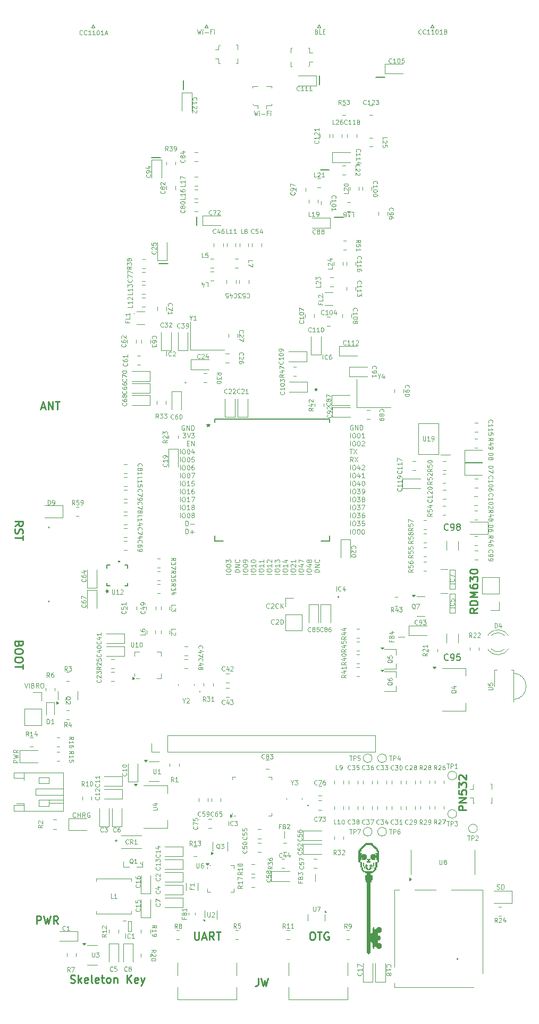
<source format=gbr>
%TF.GenerationSoftware,KiCad,Pcbnew,8.0.7*%
%TF.CreationDate,2025-02-17T14:25:55+00:00*%
%TF.ProjectId,PCB V3.1,50434220-5633-42e3-912e-6b696361645f,rev?*%
%TF.SameCoordinates,Original*%
%TF.FileFunction,Legend,Top*%
%TF.FilePolarity,Positive*%
%FSLAX46Y46*%
G04 Gerber Fmt 4.6, Leading zero omitted, Abs format (unit mm)*
G04 Created by KiCad (PCBNEW 8.0.7) date 2025-02-17 14:25:55*
%MOMM*%
%LPD*%
G01*
G04 APERTURE LIST*
%ADD10C,0.000000*%
%ADD11C,0.125000*%
%ADD12C,0.250000*%
%ADD13C,0.100000*%
%ADD14C,0.150000*%
%ADD15C,0.120000*%
%ADD16C,0.200000*%
%ADD17C,0.152400*%
G04 APERTURE END LIST*
D10*
G36*
X120477758Y-160453404D02*
G01*
X120640742Y-160453404D01*
X120640742Y-160616387D01*
X120781500Y-160616387D01*
X120781500Y-160742329D01*
X120937075Y-160742329D01*
X120937075Y-160901608D01*
X121079685Y-160901608D01*
X121079685Y-161027550D01*
X121220444Y-161027550D01*
X121220444Y-161190533D01*
X121383427Y-161190533D01*
X121383427Y-161331292D01*
X121516777Y-161331292D01*
X121516777Y-161646146D01*
X121681612Y-161646146D01*
X121681612Y-163438962D01*
X121516777Y-163438962D01*
X121516777Y-163564904D01*
X121383427Y-163564904D01*
X121383427Y-164309442D01*
X121220444Y-164309442D01*
X121220444Y-164761350D01*
X121079685Y-164761350D01*
X121079685Y-164924333D01*
X120937075Y-164924333D01*
X120937075Y-165053979D01*
X120640742Y-165053979D01*
X120640742Y-165216963D01*
X120335148Y-165216963D01*
X120335148Y-165505888D01*
X120477758Y-165505888D01*
X120477758Y-165631829D01*
X120640742Y-165631829D01*
X120640742Y-166387479D01*
X120477758Y-166387479D01*
X120477758Y-166698629D01*
X120335148Y-166698629D01*
X120335148Y-174862612D01*
X120477758Y-174862612D01*
X120477758Y-174699629D01*
X120640742Y-174699629D01*
X120640742Y-173955092D01*
X120781500Y-173955092D01*
X120781500Y-173829149D01*
X120937075Y-173829149D01*
X120937075Y-174118075D01*
X121220444Y-174118075D01*
X121220444Y-173955092D01*
X121383427Y-173955092D01*
X121383427Y-173829149D01*
X121963129Y-173829149D01*
X121963129Y-173955092D01*
X122118704Y-173955092D01*
X122118704Y-174573688D01*
X121963129Y-174573688D01*
X121963129Y-174699629D01*
X121516777Y-174699629D01*
X121516777Y-175155242D01*
X121822371Y-175155242D01*
X121822371Y-175318225D01*
X121963129Y-175318225D01*
X121963129Y-175736796D01*
X121822371Y-175736796D01*
X121822371Y-175899780D01*
X121516777Y-175899780D01*
X121516777Y-176351687D01*
X121963129Y-176351687D01*
X121963129Y-176485038D01*
X122118704Y-176485038D01*
X122118704Y-177096225D01*
X121963129Y-177096225D01*
X121963129Y-177236984D01*
X121383427Y-177236984D01*
X121383427Y-177096225D01*
X121220444Y-177096225D01*
X121220444Y-176948058D01*
X120937075Y-176948058D01*
X120937075Y-177236984D01*
X120781500Y-177236984D01*
X120781500Y-177096225D01*
X120640742Y-177096225D01*
X120640742Y-176351687D01*
X120477758Y-176351687D01*
X120477758Y-176188704D01*
X120335148Y-176188704D01*
X120335148Y-177974113D01*
X120172165Y-177974113D01*
X120172165Y-178140800D01*
X119898056Y-178140800D01*
X119898056Y-177974113D01*
X119733221Y-177974113D01*
X119733221Y-166698629D01*
X119592462Y-166698629D01*
X119592462Y-166387479D01*
X119436888Y-166387479D01*
X119436888Y-165631829D01*
X119592462Y-165631829D01*
X119592462Y-165505888D01*
X119733221Y-165505888D01*
X119733221Y-165216963D01*
X119436888Y-165216963D01*
X119436888Y-165053979D01*
X119153519Y-165053979D01*
X119153519Y-164924333D01*
X118990535Y-164924333D01*
X118990535Y-164761350D01*
X118857186Y-164761350D01*
X118857186Y-164309442D01*
X118694202Y-164309442D01*
X118694202Y-163564904D01*
X118551592Y-163564904D01*
X118551592Y-163438962D01*
X118410833Y-163438962D01*
X118410833Y-161786904D01*
X118694202Y-161786904D01*
X118694202Y-162075829D01*
X118857186Y-162075829D01*
X118990535Y-162075829D01*
X118990535Y-162238812D01*
X118857186Y-162238812D01*
X118857186Y-162394388D01*
X118990535Y-162394388D01*
X118990535Y-162238812D01*
X119592462Y-162238812D01*
X119592462Y-162394388D01*
X119733221Y-162394388D01*
X119733221Y-162983350D01*
X119592462Y-162983350D01*
X119592462Y-163109292D01*
X118990535Y-163109292D01*
X118990535Y-162820367D01*
X118857186Y-162820367D01*
X118857186Y-163109292D01*
X118694202Y-163109292D01*
X118694202Y-163438962D01*
X118990535Y-163438962D01*
X118990535Y-164309442D01*
X119153519Y-164309442D01*
X119153519Y-164761350D01*
X119296129Y-164761350D01*
X119296129Y-164924333D01*
X120781500Y-164924333D01*
X120781500Y-164761350D01*
X120937075Y-164761350D01*
X120937075Y-164309442D01*
X121079685Y-164309442D01*
X121079685Y-163438962D01*
X121383427Y-163438962D01*
X121383427Y-163109292D01*
X121220444Y-163109292D01*
X121220444Y-162820367D01*
X121079685Y-162820367D01*
X121079685Y-163109292D01*
X120477758Y-163109292D01*
X120477758Y-162983350D01*
X120335148Y-162983350D01*
X120335148Y-162394388D01*
X120477758Y-162394388D01*
X120477758Y-162238812D01*
X121079685Y-162238812D01*
X121079685Y-162394388D01*
X121220444Y-162394388D01*
X121220444Y-162238812D01*
X121079685Y-162238812D01*
X121079685Y-162075829D01*
X121383427Y-162075829D01*
X121383427Y-161786904D01*
X121220444Y-161786904D01*
X121220444Y-161479458D01*
X121079685Y-161479458D01*
X121079685Y-161331292D01*
X120937075Y-161331292D01*
X120937075Y-161190533D01*
X120781500Y-161190533D01*
X120781500Y-161027550D01*
X120640742Y-161027550D01*
X120640742Y-160901608D01*
X120477758Y-160901608D01*
X120477758Y-160742329D01*
X119592462Y-160742329D01*
X119592462Y-160901608D01*
X119436888Y-160901608D01*
X119436888Y-161027550D01*
X119296129Y-161027550D01*
X119296129Y-161190533D01*
X119153519Y-161190533D01*
X119153519Y-161331292D01*
X118990535Y-161331292D01*
X118990535Y-161479458D01*
X118857186Y-161479458D01*
X118857186Y-161786904D01*
X118694202Y-161786904D01*
X118410833Y-161786904D01*
X118410833Y-161646146D01*
X118551592Y-161646146D01*
X118551592Y-161331292D01*
X118694202Y-161331292D01*
X118694202Y-161190533D01*
X118857186Y-161190533D01*
X118857186Y-161027550D01*
X118990535Y-161027550D01*
X118990535Y-160901608D01*
X119153519Y-160901608D01*
X119153519Y-160742329D01*
X119296129Y-160742329D01*
X119296129Y-160616387D01*
X119436888Y-160616387D01*
X119436888Y-160453404D01*
X120477758Y-160453404D01*
G37*
G36*
X120335148Y-163109292D02*
G01*
X120172165Y-163109292D01*
X120172165Y-163268571D01*
X120335148Y-163268571D01*
X120335148Y-163564904D01*
X119733221Y-163564904D01*
X119733221Y-163268571D01*
X119898056Y-163268571D01*
X119898056Y-163109292D01*
X119733221Y-163109292D01*
X119733221Y-162983350D01*
X120335148Y-162983350D01*
X120335148Y-163109292D01*
G37*
G36*
X119733221Y-164020516D02*
G01*
X119898056Y-164020516D01*
X119898056Y-164183500D01*
X119733221Y-164183500D01*
X119733221Y-164309442D01*
X119898056Y-164309442D01*
X119898056Y-164598367D01*
X120172165Y-164598367D01*
X120172165Y-164309442D01*
X120335148Y-164309442D01*
X120335148Y-164183500D01*
X120172165Y-164183500D01*
X120172165Y-164020516D01*
X120335148Y-164020516D01*
X120335148Y-163853829D01*
X120477758Y-163853829D01*
X120477758Y-164020516D01*
X120640742Y-164020516D01*
X120640742Y-164183500D01*
X120477758Y-164183500D01*
X120477758Y-164598367D01*
X120335148Y-164598367D01*
X120335148Y-164761350D01*
X119733221Y-164761350D01*
X119733221Y-164598367D01*
X119592462Y-164598367D01*
X119592462Y-164183500D01*
X119436888Y-164183500D01*
X119436888Y-164020516D01*
X119592462Y-164020516D01*
X119592462Y-163853829D01*
X119733221Y-163853829D01*
X119733221Y-164020516D01*
G37*
G36*
X120937075Y-164183500D02*
G01*
X120781500Y-164183500D01*
X120781500Y-163564904D01*
X120937075Y-163564904D01*
X120937075Y-164183500D01*
G37*
G36*
X120781500Y-164472425D02*
G01*
X120640742Y-164472425D01*
X120640742Y-164183500D01*
X120781500Y-164183500D01*
X120781500Y-164472425D01*
G37*
G36*
X119296129Y-164183500D02*
G01*
X119153519Y-164183500D01*
X119153519Y-163564904D01*
X119296129Y-163564904D01*
X119296129Y-164183500D01*
G37*
G36*
X119436888Y-164472425D02*
G01*
X119296129Y-164472425D01*
X119296129Y-164183500D01*
X119436888Y-164183500D01*
X119436888Y-164472425D01*
G37*
D11*
X117105307Y-109983214D02*
X117105307Y-109233214D01*
X117605307Y-109233214D02*
X117748164Y-109233214D01*
X117748164Y-109233214D02*
X117819593Y-109268928D01*
X117819593Y-109268928D02*
X117891021Y-109340357D01*
X117891021Y-109340357D02*
X117926736Y-109483214D01*
X117926736Y-109483214D02*
X117926736Y-109733214D01*
X117926736Y-109733214D02*
X117891021Y-109876071D01*
X117891021Y-109876071D02*
X117819593Y-109947500D01*
X117819593Y-109947500D02*
X117748164Y-109983214D01*
X117748164Y-109983214D02*
X117605307Y-109983214D01*
X117605307Y-109983214D02*
X117533879Y-109947500D01*
X117533879Y-109947500D02*
X117462450Y-109876071D01*
X117462450Y-109876071D02*
X117426736Y-109733214D01*
X117426736Y-109733214D02*
X117426736Y-109483214D01*
X117426736Y-109483214D02*
X117462450Y-109340357D01*
X117462450Y-109340357D02*
X117533879Y-109268928D01*
X117533879Y-109268928D02*
X117605307Y-109233214D01*
X118176735Y-109233214D02*
X118641021Y-109233214D01*
X118641021Y-109233214D02*
X118391021Y-109518928D01*
X118391021Y-109518928D02*
X118498164Y-109518928D01*
X118498164Y-109518928D02*
X118569593Y-109554642D01*
X118569593Y-109554642D02*
X118605307Y-109590357D01*
X118605307Y-109590357D02*
X118641021Y-109661785D01*
X118641021Y-109661785D02*
X118641021Y-109840357D01*
X118641021Y-109840357D02*
X118605307Y-109911785D01*
X118605307Y-109911785D02*
X118569593Y-109947500D01*
X118569593Y-109947500D02*
X118498164Y-109983214D01*
X118498164Y-109983214D02*
X118283878Y-109983214D01*
X118283878Y-109983214D02*
X118212450Y-109947500D01*
X118212450Y-109947500D02*
X118176735Y-109911785D01*
X119319593Y-109233214D02*
X118962450Y-109233214D01*
X118962450Y-109233214D02*
X118926736Y-109590357D01*
X118926736Y-109590357D02*
X118962450Y-109554642D01*
X118962450Y-109554642D02*
X119033879Y-109518928D01*
X119033879Y-109518928D02*
X119212450Y-109518928D01*
X119212450Y-109518928D02*
X119283879Y-109554642D01*
X119283879Y-109554642D02*
X119319593Y-109590357D01*
X119319593Y-109590357D02*
X119355307Y-109661785D01*
X119355307Y-109661785D02*
X119355307Y-109840357D01*
X119355307Y-109840357D02*
X119319593Y-109911785D01*
X119319593Y-109911785D02*
X119283879Y-109947500D01*
X119283879Y-109947500D02*
X119212450Y-109983214D01*
X119212450Y-109983214D02*
X119033879Y-109983214D01*
X119033879Y-109983214D02*
X118962450Y-109947500D01*
X118962450Y-109947500D02*
X118926736Y-109911785D01*
X117105307Y-106173214D02*
X117105307Y-105423214D01*
X117605307Y-105423214D02*
X117748164Y-105423214D01*
X117748164Y-105423214D02*
X117819593Y-105458928D01*
X117819593Y-105458928D02*
X117891021Y-105530357D01*
X117891021Y-105530357D02*
X117926736Y-105673214D01*
X117926736Y-105673214D02*
X117926736Y-105923214D01*
X117926736Y-105923214D02*
X117891021Y-106066071D01*
X117891021Y-106066071D02*
X117819593Y-106137500D01*
X117819593Y-106137500D02*
X117748164Y-106173214D01*
X117748164Y-106173214D02*
X117605307Y-106173214D01*
X117605307Y-106173214D02*
X117533879Y-106137500D01*
X117533879Y-106137500D02*
X117462450Y-106066071D01*
X117462450Y-106066071D02*
X117426736Y-105923214D01*
X117426736Y-105923214D02*
X117426736Y-105673214D01*
X117426736Y-105673214D02*
X117462450Y-105530357D01*
X117462450Y-105530357D02*
X117533879Y-105458928D01*
X117533879Y-105458928D02*
X117605307Y-105423214D01*
X118176735Y-105423214D02*
X118641021Y-105423214D01*
X118641021Y-105423214D02*
X118391021Y-105708928D01*
X118391021Y-105708928D02*
X118498164Y-105708928D01*
X118498164Y-105708928D02*
X118569593Y-105744642D01*
X118569593Y-105744642D02*
X118605307Y-105780357D01*
X118605307Y-105780357D02*
X118641021Y-105851785D01*
X118641021Y-105851785D02*
X118641021Y-106030357D01*
X118641021Y-106030357D02*
X118605307Y-106101785D01*
X118605307Y-106101785D02*
X118569593Y-106137500D01*
X118569593Y-106137500D02*
X118498164Y-106173214D01*
X118498164Y-106173214D02*
X118283878Y-106173214D01*
X118283878Y-106173214D02*
X118212450Y-106137500D01*
X118212450Y-106137500D02*
X118176735Y-106101785D01*
X119069593Y-105744642D02*
X118998164Y-105708928D01*
X118998164Y-105708928D02*
X118962450Y-105673214D01*
X118962450Y-105673214D02*
X118926736Y-105601785D01*
X118926736Y-105601785D02*
X118926736Y-105566071D01*
X118926736Y-105566071D02*
X118962450Y-105494642D01*
X118962450Y-105494642D02*
X118998164Y-105458928D01*
X118998164Y-105458928D02*
X119069593Y-105423214D01*
X119069593Y-105423214D02*
X119212450Y-105423214D01*
X119212450Y-105423214D02*
X119283879Y-105458928D01*
X119283879Y-105458928D02*
X119319593Y-105494642D01*
X119319593Y-105494642D02*
X119355307Y-105566071D01*
X119355307Y-105566071D02*
X119355307Y-105601785D01*
X119355307Y-105601785D02*
X119319593Y-105673214D01*
X119319593Y-105673214D02*
X119283879Y-105708928D01*
X119283879Y-105708928D02*
X119212450Y-105744642D01*
X119212450Y-105744642D02*
X119069593Y-105744642D01*
X119069593Y-105744642D02*
X118998164Y-105780357D01*
X118998164Y-105780357D02*
X118962450Y-105816071D01*
X118962450Y-105816071D02*
X118926736Y-105887500D01*
X118926736Y-105887500D02*
X118926736Y-106030357D01*
X118926736Y-106030357D02*
X118962450Y-106101785D01*
X118962450Y-106101785D02*
X118998164Y-106137500D01*
X118998164Y-106137500D02*
X119069593Y-106173214D01*
X119069593Y-106173214D02*
X119212450Y-106173214D01*
X119212450Y-106173214D02*
X119283879Y-106137500D01*
X119283879Y-106137500D02*
X119319593Y-106101785D01*
X119319593Y-106101785D02*
X119355307Y-106030357D01*
X119355307Y-106030357D02*
X119355307Y-105887500D01*
X119355307Y-105887500D02*
X119319593Y-105816071D01*
X119319593Y-105816071D02*
X119283879Y-105780357D01*
X119283879Y-105780357D02*
X119212450Y-105744642D01*
X117105307Y-101093214D02*
X117105307Y-100343214D01*
X117605307Y-100343214D02*
X117748164Y-100343214D01*
X117748164Y-100343214D02*
X117819593Y-100378928D01*
X117819593Y-100378928D02*
X117891021Y-100450357D01*
X117891021Y-100450357D02*
X117926736Y-100593214D01*
X117926736Y-100593214D02*
X117926736Y-100843214D01*
X117926736Y-100843214D02*
X117891021Y-100986071D01*
X117891021Y-100986071D02*
X117819593Y-101057500D01*
X117819593Y-101057500D02*
X117748164Y-101093214D01*
X117748164Y-101093214D02*
X117605307Y-101093214D01*
X117605307Y-101093214D02*
X117533879Y-101057500D01*
X117533879Y-101057500D02*
X117462450Y-100986071D01*
X117462450Y-100986071D02*
X117426736Y-100843214D01*
X117426736Y-100843214D02*
X117426736Y-100593214D01*
X117426736Y-100593214D02*
X117462450Y-100450357D01*
X117462450Y-100450357D02*
X117533879Y-100378928D01*
X117533879Y-100378928D02*
X117605307Y-100343214D01*
X118569593Y-100593214D02*
X118569593Y-101093214D01*
X118391021Y-100307500D02*
X118212450Y-100843214D01*
X118212450Y-100843214D02*
X118676735Y-100843214D01*
X118926736Y-100414642D02*
X118962450Y-100378928D01*
X118962450Y-100378928D02*
X119033879Y-100343214D01*
X119033879Y-100343214D02*
X119212450Y-100343214D01*
X119212450Y-100343214D02*
X119283879Y-100378928D01*
X119283879Y-100378928D02*
X119319593Y-100414642D01*
X119319593Y-100414642D02*
X119355307Y-100486071D01*
X119355307Y-100486071D02*
X119355307Y-100557500D01*
X119355307Y-100557500D02*
X119319593Y-100664642D01*
X119319593Y-100664642D02*
X118891021Y-101093214D01*
X118891021Y-101093214D02*
X119355307Y-101093214D01*
X64168214Y-147666692D02*
X63418214Y-147666692D01*
X63418214Y-147666692D02*
X63418214Y-147380978D01*
X63418214Y-147380978D02*
X63453928Y-147309549D01*
X63453928Y-147309549D02*
X63489642Y-147273835D01*
X63489642Y-147273835D02*
X63561071Y-147238121D01*
X63561071Y-147238121D02*
X63668214Y-147238121D01*
X63668214Y-147238121D02*
X63739642Y-147273835D01*
X63739642Y-147273835D02*
X63775357Y-147309549D01*
X63775357Y-147309549D02*
X63811071Y-147380978D01*
X63811071Y-147380978D02*
X63811071Y-147666692D01*
X63418214Y-146988121D02*
X64168214Y-146809549D01*
X64168214Y-146809549D02*
X63632500Y-146666692D01*
X63632500Y-146666692D02*
X64168214Y-146523835D01*
X64168214Y-146523835D02*
X63418214Y-146345264D01*
X64168214Y-145630978D02*
X63811071Y-145880978D01*
X64168214Y-146059549D02*
X63418214Y-146059549D01*
X63418214Y-146059549D02*
X63418214Y-145773835D01*
X63418214Y-145773835D02*
X63453928Y-145702406D01*
X63453928Y-145702406D02*
X63489642Y-145666692D01*
X63489642Y-145666692D02*
X63561071Y-145630978D01*
X63561071Y-145630978D02*
X63668214Y-145630978D01*
X63668214Y-145630978D02*
X63739642Y-145666692D01*
X63739642Y-145666692D02*
X63775357Y-145702406D01*
X63775357Y-145702406D02*
X63811071Y-145773835D01*
X63811071Y-145773835D02*
X63811071Y-146059549D01*
X116998164Y-97803214D02*
X117426736Y-97803214D01*
X117212450Y-98553214D02*
X117212450Y-97803214D01*
X117605307Y-97803214D02*
X118105307Y-98553214D01*
X118105307Y-97803214D02*
X117605307Y-98553214D01*
X117105307Y-108713214D02*
X117105307Y-107963214D01*
X117605307Y-107963214D02*
X117748164Y-107963214D01*
X117748164Y-107963214D02*
X117819593Y-107998928D01*
X117819593Y-107998928D02*
X117891021Y-108070357D01*
X117891021Y-108070357D02*
X117926736Y-108213214D01*
X117926736Y-108213214D02*
X117926736Y-108463214D01*
X117926736Y-108463214D02*
X117891021Y-108606071D01*
X117891021Y-108606071D02*
X117819593Y-108677500D01*
X117819593Y-108677500D02*
X117748164Y-108713214D01*
X117748164Y-108713214D02*
X117605307Y-108713214D01*
X117605307Y-108713214D02*
X117533879Y-108677500D01*
X117533879Y-108677500D02*
X117462450Y-108606071D01*
X117462450Y-108606071D02*
X117426736Y-108463214D01*
X117426736Y-108463214D02*
X117426736Y-108213214D01*
X117426736Y-108213214D02*
X117462450Y-108070357D01*
X117462450Y-108070357D02*
X117533879Y-107998928D01*
X117533879Y-107998928D02*
X117605307Y-107963214D01*
X118176735Y-107963214D02*
X118641021Y-107963214D01*
X118641021Y-107963214D02*
X118391021Y-108248928D01*
X118391021Y-108248928D02*
X118498164Y-108248928D01*
X118498164Y-108248928D02*
X118569593Y-108284642D01*
X118569593Y-108284642D02*
X118605307Y-108320357D01*
X118605307Y-108320357D02*
X118641021Y-108391785D01*
X118641021Y-108391785D02*
X118641021Y-108570357D01*
X118641021Y-108570357D02*
X118605307Y-108641785D01*
X118605307Y-108641785D02*
X118569593Y-108677500D01*
X118569593Y-108677500D02*
X118498164Y-108713214D01*
X118498164Y-108713214D02*
X118283878Y-108713214D01*
X118283878Y-108713214D02*
X118212450Y-108677500D01*
X118212450Y-108677500D02*
X118176735Y-108641785D01*
X119283879Y-107963214D02*
X119141021Y-107963214D01*
X119141021Y-107963214D02*
X119069593Y-107998928D01*
X119069593Y-107998928D02*
X119033879Y-108034642D01*
X119033879Y-108034642D02*
X118962450Y-108141785D01*
X118962450Y-108141785D02*
X118926736Y-108284642D01*
X118926736Y-108284642D02*
X118926736Y-108570357D01*
X118926736Y-108570357D02*
X118962450Y-108641785D01*
X118962450Y-108641785D02*
X118998164Y-108677500D01*
X118998164Y-108677500D02*
X119069593Y-108713214D01*
X119069593Y-108713214D02*
X119212450Y-108713214D01*
X119212450Y-108713214D02*
X119283879Y-108677500D01*
X119283879Y-108677500D02*
X119319593Y-108641785D01*
X119319593Y-108641785D02*
X119355307Y-108570357D01*
X119355307Y-108570357D02*
X119355307Y-108391785D01*
X119355307Y-108391785D02*
X119319593Y-108320357D01*
X119319593Y-108320357D02*
X119283879Y-108284642D01*
X119283879Y-108284642D02*
X119212450Y-108248928D01*
X119212450Y-108248928D02*
X119069593Y-108248928D01*
X119069593Y-108248928D02*
X118998164Y-108284642D01*
X118998164Y-108284642D02*
X118962450Y-108320357D01*
X118962450Y-108320357D02*
X118926736Y-108391785D01*
X117105307Y-96013214D02*
X117105307Y-95263214D01*
X117605307Y-95263214D02*
X117748164Y-95263214D01*
X117748164Y-95263214D02*
X117819593Y-95298928D01*
X117819593Y-95298928D02*
X117891021Y-95370357D01*
X117891021Y-95370357D02*
X117926736Y-95513214D01*
X117926736Y-95513214D02*
X117926736Y-95763214D01*
X117926736Y-95763214D02*
X117891021Y-95906071D01*
X117891021Y-95906071D02*
X117819593Y-95977500D01*
X117819593Y-95977500D02*
X117748164Y-96013214D01*
X117748164Y-96013214D02*
X117605307Y-96013214D01*
X117605307Y-96013214D02*
X117533879Y-95977500D01*
X117533879Y-95977500D02*
X117462450Y-95906071D01*
X117462450Y-95906071D02*
X117426736Y-95763214D01*
X117426736Y-95763214D02*
X117426736Y-95513214D01*
X117426736Y-95513214D02*
X117462450Y-95370357D01*
X117462450Y-95370357D02*
X117533879Y-95298928D01*
X117533879Y-95298928D02*
X117605307Y-95263214D01*
X118391021Y-95263214D02*
X118462450Y-95263214D01*
X118462450Y-95263214D02*
X118533878Y-95298928D01*
X118533878Y-95298928D02*
X118569593Y-95334642D01*
X118569593Y-95334642D02*
X118605307Y-95406071D01*
X118605307Y-95406071D02*
X118641021Y-95548928D01*
X118641021Y-95548928D02*
X118641021Y-95727500D01*
X118641021Y-95727500D02*
X118605307Y-95870357D01*
X118605307Y-95870357D02*
X118569593Y-95941785D01*
X118569593Y-95941785D02*
X118533878Y-95977500D01*
X118533878Y-95977500D02*
X118462450Y-96013214D01*
X118462450Y-96013214D02*
X118391021Y-96013214D01*
X118391021Y-96013214D02*
X118319593Y-95977500D01*
X118319593Y-95977500D02*
X118283878Y-95941785D01*
X118283878Y-95941785D02*
X118248164Y-95870357D01*
X118248164Y-95870357D02*
X118212450Y-95727500D01*
X118212450Y-95727500D02*
X118212450Y-95548928D01*
X118212450Y-95548928D02*
X118248164Y-95406071D01*
X118248164Y-95406071D02*
X118283878Y-95334642D01*
X118283878Y-95334642D02*
X118319593Y-95298928D01*
X118319593Y-95298928D02*
X118391021Y-95263214D01*
X119355307Y-96013214D02*
X118926736Y-96013214D01*
X119141021Y-96013214D02*
X119141021Y-95263214D01*
X119141021Y-95263214D02*
X119069593Y-95370357D01*
X119069593Y-95370357D02*
X118998164Y-95441785D01*
X118998164Y-95441785D02*
X118926736Y-95477500D01*
X117105307Y-102363214D02*
X117105307Y-101613214D01*
X117605307Y-101613214D02*
X117748164Y-101613214D01*
X117748164Y-101613214D02*
X117819593Y-101648928D01*
X117819593Y-101648928D02*
X117891021Y-101720357D01*
X117891021Y-101720357D02*
X117926736Y-101863214D01*
X117926736Y-101863214D02*
X117926736Y-102113214D01*
X117926736Y-102113214D02*
X117891021Y-102256071D01*
X117891021Y-102256071D02*
X117819593Y-102327500D01*
X117819593Y-102327500D02*
X117748164Y-102363214D01*
X117748164Y-102363214D02*
X117605307Y-102363214D01*
X117605307Y-102363214D02*
X117533879Y-102327500D01*
X117533879Y-102327500D02*
X117462450Y-102256071D01*
X117462450Y-102256071D02*
X117426736Y-102113214D01*
X117426736Y-102113214D02*
X117426736Y-101863214D01*
X117426736Y-101863214D02*
X117462450Y-101720357D01*
X117462450Y-101720357D02*
X117533879Y-101648928D01*
X117533879Y-101648928D02*
X117605307Y-101613214D01*
X118569593Y-101863214D02*
X118569593Y-102363214D01*
X118391021Y-101577500D02*
X118212450Y-102113214D01*
X118212450Y-102113214D02*
X118676735Y-102113214D01*
X119355307Y-102363214D02*
X118926736Y-102363214D01*
X119141021Y-102363214D02*
X119141021Y-101613214D01*
X119141021Y-101613214D02*
X119069593Y-101720357D01*
X119069593Y-101720357D02*
X118998164Y-101791785D01*
X118998164Y-101791785D02*
X118926736Y-101827500D01*
X108364214Y-117636593D02*
X107614214Y-117636593D01*
X107614214Y-117136593D02*
X107614214Y-116993736D01*
X107614214Y-116993736D02*
X107649928Y-116922307D01*
X107649928Y-116922307D02*
X107721357Y-116850879D01*
X107721357Y-116850879D02*
X107864214Y-116815164D01*
X107864214Y-116815164D02*
X108114214Y-116815164D01*
X108114214Y-116815164D02*
X108257071Y-116850879D01*
X108257071Y-116850879D02*
X108328500Y-116922307D01*
X108328500Y-116922307D02*
X108364214Y-116993736D01*
X108364214Y-116993736D02*
X108364214Y-117136593D01*
X108364214Y-117136593D02*
X108328500Y-117208022D01*
X108328500Y-117208022D02*
X108257071Y-117279450D01*
X108257071Y-117279450D02*
X108114214Y-117315164D01*
X108114214Y-117315164D02*
X107864214Y-117315164D01*
X107864214Y-117315164D02*
X107721357Y-117279450D01*
X107721357Y-117279450D02*
X107649928Y-117208022D01*
X107649928Y-117208022D02*
X107614214Y-117136593D01*
X107685642Y-116529450D02*
X107649928Y-116493736D01*
X107649928Y-116493736D02*
X107614214Y-116422308D01*
X107614214Y-116422308D02*
X107614214Y-116243736D01*
X107614214Y-116243736D02*
X107649928Y-116172308D01*
X107649928Y-116172308D02*
X107685642Y-116136593D01*
X107685642Y-116136593D02*
X107757071Y-116100879D01*
X107757071Y-116100879D02*
X107828500Y-116100879D01*
X107828500Y-116100879D02*
X107935642Y-116136593D01*
X107935642Y-116136593D02*
X108364214Y-116565165D01*
X108364214Y-116565165D02*
X108364214Y-116100879D01*
X108364214Y-115386593D02*
X108364214Y-115815164D01*
X108364214Y-115600879D02*
X107614214Y-115600879D01*
X107614214Y-115600879D02*
X107721357Y-115672307D01*
X107721357Y-115672307D02*
X107792785Y-115743736D01*
X107792785Y-115743736D02*
X107828500Y-115815164D01*
X117105307Y-104903214D02*
X117105307Y-104153214D01*
X117605307Y-104153214D02*
X117748164Y-104153214D01*
X117748164Y-104153214D02*
X117819593Y-104188928D01*
X117819593Y-104188928D02*
X117891021Y-104260357D01*
X117891021Y-104260357D02*
X117926736Y-104403214D01*
X117926736Y-104403214D02*
X117926736Y-104653214D01*
X117926736Y-104653214D02*
X117891021Y-104796071D01*
X117891021Y-104796071D02*
X117819593Y-104867500D01*
X117819593Y-104867500D02*
X117748164Y-104903214D01*
X117748164Y-104903214D02*
X117605307Y-104903214D01*
X117605307Y-104903214D02*
X117533879Y-104867500D01*
X117533879Y-104867500D02*
X117462450Y-104796071D01*
X117462450Y-104796071D02*
X117426736Y-104653214D01*
X117426736Y-104653214D02*
X117426736Y-104403214D01*
X117426736Y-104403214D02*
X117462450Y-104260357D01*
X117462450Y-104260357D02*
X117533879Y-104188928D01*
X117533879Y-104188928D02*
X117605307Y-104153214D01*
X118176735Y-104153214D02*
X118641021Y-104153214D01*
X118641021Y-104153214D02*
X118391021Y-104438928D01*
X118391021Y-104438928D02*
X118498164Y-104438928D01*
X118498164Y-104438928D02*
X118569593Y-104474642D01*
X118569593Y-104474642D02*
X118605307Y-104510357D01*
X118605307Y-104510357D02*
X118641021Y-104581785D01*
X118641021Y-104581785D02*
X118641021Y-104760357D01*
X118641021Y-104760357D02*
X118605307Y-104831785D01*
X118605307Y-104831785D02*
X118569593Y-104867500D01*
X118569593Y-104867500D02*
X118498164Y-104903214D01*
X118498164Y-104903214D02*
X118283878Y-104903214D01*
X118283878Y-104903214D02*
X118212450Y-104867500D01*
X118212450Y-104867500D02*
X118176735Y-104831785D01*
X118998164Y-104903214D02*
X119141021Y-104903214D01*
X119141021Y-104903214D02*
X119212450Y-104867500D01*
X119212450Y-104867500D02*
X119248164Y-104831785D01*
X119248164Y-104831785D02*
X119319593Y-104724642D01*
X119319593Y-104724642D02*
X119355307Y-104581785D01*
X119355307Y-104581785D02*
X119355307Y-104296071D01*
X119355307Y-104296071D02*
X119319593Y-104224642D01*
X119319593Y-104224642D02*
X119283879Y-104188928D01*
X119283879Y-104188928D02*
X119212450Y-104153214D01*
X119212450Y-104153214D02*
X119069593Y-104153214D01*
X119069593Y-104153214D02*
X118998164Y-104188928D01*
X118998164Y-104188928D02*
X118962450Y-104224642D01*
X118962450Y-104224642D02*
X118926736Y-104296071D01*
X118926736Y-104296071D02*
X118926736Y-104474642D01*
X118926736Y-104474642D02*
X118962450Y-104546071D01*
X118962450Y-104546071D02*
X118998164Y-104581785D01*
X118998164Y-104581785D02*
X119069593Y-104617500D01*
X119069593Y-104617500D02*
X119212450Y-104617500D01*
X119212450Y-104617500D02*
X119283879Y-104581785D01*
X119283879Y-104581785D02*
X119319593Y-104546071D01*
X119319593Y-104546071D02*
X119355307Y-104474642D01*
X91092550Y-96890357D02*
X91342550Y-96890357D01*
X91449693Y-97283214D02*
X91092550Y-97283214D01*
X91092550Y-97283214D02*
X91092550Y-96533214D01*
X91092550Y-96533214D02*
X91449693Y-96533214D01*
X91771121Y-97283214D02*
X91771121Y-96533214D01*
X91771121Y-96533214D02*
X92199692Y-97283214D01*
X92199692Y-97283214D02*
X92199692Y-96533214D01*
X117105307Y-103633214D02*
X117105307Y-102883214D01*
X117605307Y-102883214D02*
X117748164Y-102883214D01*
X117748164Y-102883214D02*
X117819593Y-102918928D01*
X117819593Y-102918928D02*
X117891021Y-102990357D01*
X117891021Y-102990357D02*
X117926736Y-103133214D01*
X117926736Y-103133214D02*
X117926736Y-103383214D01*
X117926736Y-103383214D02*
X117891021Y-103526071D01*
X117891021Y-103526071D02*
X117819593Y-103597500D01*
X117819593Y-103597500D02*
X117748164Y-103633214D01*
X117748164Y-103633214D02*
X117605307Y-103633214D01*
X117605307Y-103633214D02*
X117533879Y-103597500D01*
X117533879Y-103597500D02*
X117462450Y-103526071D01*
X117462450Y-103526071D02*
X117426736Y-103383214D01*
X117426736Y-103383214D02*
X117426736Y-103133214D01*
X117426736Y-103133214D02*
X117462450Y-102990357D01*
X117462450Y-102990357D02*
X117533879Y-102918928D01*
X117533879Y-102918928D02*
X117605307Y-102883214D01*
X118569593Y-103133214D02*
X118569593Y-103633214D01*
X118391021Y-102847500D02*
X118212450Y-103383214D01*
X118212450Y-103383214D02*
X118676735Y-103383214D01*
X119105307Y-102883214D02*
X119176736Y-102883214D01*
X119176736Y-102883214D02*
X119248164Y-102918928D01*
X119248164Y-102918928D02*
X119283879Y-102954642D01*
X119283879Y-102954642D02*
X119319593Y-103026071D01*
X119319593Y-103026071D02*
X119355307Y-103168928D01*
X119355307Y-103168928D02*
X119355307Y-103347500D01*
X119355307Y-103347500D02*
X119319593Y-103490357D01*
X119319593Y-103490357D02*
X119283879Y-103561785D01*
X119283879Y-103561785D02*
X119248164Y-103597500D01*
X119248164Y-103597500D02*
X119176736Y-103633214D01*
X119176736Y-103633214D02*
X119105307Y-103633214D01*
X119105307Y-103633214D02*
X119033879Y-103597500D01*
X119033879Y-103597500D02*
X118998164Y-103561785D01*
X118998164Y-103561785D02*
X118962450Y-103490357D01*
X118962450Y-103490357D02*
X118926736Y-103347500D01*
X118926736Y-103347500D02*
X118926736Y-103168928D01*
X118926736Y-103168928D02*
X118962450Y-103026071D01*
X118962450Y-103026071D02*
X118998164Y-102954642D01*
X118998164Y-102954642D02*
X119033879Y-102918928D01*
X119033879Y-102918928D02*
X119105307Y-102883214D01*
X89985406Y-106173214D02*
X89985406Y-105423214D01*
X90485406Y-105423214D02*
X90628263Y-105423214D01*
X90628263Y-105423214D02*
X90699692Y-105458928D01*
X90699692Y-105458928D02*
X90771120Y-105530357D01*
X90771120Y-105530357D02*
X90806835Y-105673214D01*
X90806835Y-105673214D02*
X90806835Y-105923214D01*
X90806835Y-105923214D02*
X90771120Y-106066071D01*
X90771120Y-106066071D02*
X90699692Y-106137500D01*
X90699692Y-106137500D02*
X90628263Y-106173214D01*
X90628263Y-106173214D02*
X90485406Y-106173214D01*
X90485406Y-106173214D02*
X90413978Y-106137500D01*
X90413978Y-106137500D02*
X90342549Y-106066071D01*
X90342549Y-106066071D02*
X90306835Y-105923214D01*
X90306835Y-105923214D02*
X90306835Y-105673214D01*
X90306835Y-105673214D02*
X90342549Y-105530357D01*
X90342549Y-105530357D02*
X90413978Y-105458928D01*
X90413978Y-105458928D02*
X90485406Y-105423214D01*
X91521120Y-106173214D02*
X91092549Y-106173214D01*
X91306834Y-106173214D02*
X91306834Y-105423214D01*
X91306834Y-105423214D02*
X91235406Y-105530357D01*
X91235406Y-105530357D02*
X91163977Y-105601785D01*
X91163977Y-105601785D02*
X91092549Y-105637500D01*
X91771120Y-105423214D02*
X92271120Y-105423214D01*
X92271120Y-105423214D02*
X91949692Y-106173214D01*
D12*
X102423734Y-181944523D02*
X102423734Y-182837380D01*
X102423734Y-182837380D02*
X102364211Y-183015952D01*
X102364211Y-183015952D02*
X102245163Y-183135000D01*
X102245163Y-183135000D02*
X102066592Y-183194523D01*
X102066592Y-183194523D02*
X101947544Y-183194523D01*
X102899925Y-181944523D02*
X103197544Y-183194523D01*
X103197544Y-183194523D02*
X103435639Y-182301666D01*
X103435639Y-182301666D02*
X103673734Y-183194523D01*
X103673734Y-183194523D02*
X103971354Y-181944523D01*
X67141592Y-173288523D02*
X67141592Y-172038523D01*
X67141592Y-172038523D02*
X67617782Y-172038523D01*
X67617782Y-172038523D02*
X67736830Y-172098047D01*
X67736830Y-172098047D02*
X67796353Y-172157571D01*
X67796353Y-172157571D02*
X67855877Y-172276619D01*
X67855877Y-172276619D02*
X67855877Y-172455190D01*
X67855877Y-172455190D02*
X67796353Y-172574238D01*
X67796353Y-172574238D02*
X67736830Y-172633761D01*
X67736830Y-172633761D02*
X67617782Y-172693285D01*
X67617782Y-172693285D02*
X67141592Y-172693285D01*
X68272544Y-172038523D02*
X68570163Y-173288523D01*
X68570163Y-173288523D02*
X68808258Y-172395666D01*
X68808258Y-172395666D02*
X69046353Y-173288523D01*
X69046353Y-173288523D02*
X69343973Y-172038523D01*
X70534448Y-173288523D02*
X70117782Y-172693285D01*
X69820163Y-173288523D02*
X69820163Y-172038523D01*
X69820163Y-172038523D02*
X70296353Y-172038523D01*
X70296353Y-172038523D02*
X70415401Y-172098047D01*
X70415401Y-172098047D02*
X70474924Y-172157571D01*
X70474924Y-172157571D02*
X70534448Y-172276619D01*
X70534448Y-172276619D02*
X70534448Y-172455190D01*
X70534448Y-172455190D02*
X70474924Y-172574238D01*
X70474924Y-172574238D02*
X70415401Y-172633761D01*
X70415401Y-172633761D02*
X70296353Y-172693285D01*
X70296353Y-172693285D02*
X69820163Y-172693285D01*
D11*
X89985406Y-107443214D02*
X89985406Y-106693214D01*
X90485406Y-106693214D02*
X90628263Y-106693214D01*
X90628263Y-106693214D02*
X90699692Y-106728928D01*
X90699692Y-106728928D02*
X90771120Y-106800357D01*
X90771120Y-106800357D02*
X90806835Y-106943214D01*
X90806835Y-106943214D02*
X90806835Y-107193214D01*
X90806835Y-107193214D02*
X90771120Y-107336071D01*
X90771120Y-107336071D02*
X90699692Y-107407500D01*
X90699692Y-107407500D02*
X90628263Y-107443214D01*
X90628263Y-107443214D02*
X90485406Y-107443214D01*
X90485406Y-107443214D02*
X90413978Y-107407500D01*
X90413978Y-107407500D02*
X90342549Y-107336071D01*
X90342549Y-107336071D02*
X90306835Y-107193214D01*
X90306835Y-107193214D02*
X90306835Y-106943214D01*
X90306835Y-106943214D02*
X90342549Y-106800357D01*
X90342549Y-106800357D02*
X90413978Y-106728928D01*
X90413978Y-106728928D02*
X90485406Y-106693214D01*
X91521120Y-107443214D02*
X91092549Y-107443214D01*
X91306834Y-107443214D02*
X91306834Y-106693214D01*
X91306834Y-106693214D02*
X91235406Y-106800357D01*
X91235406Y-106800357D02*
X91163977Y-106871785D01*
X91163977Y-106871785D02*
X91092549Y-106907500D01*
X91949692Y-107014642D02*
X91878263Y-106978928D01*
X91878263Y-106978928D02*
X91842549Y-106943214D01*
X91842549Y-106943214D02*
X91806835Y-106871785D01*
X91806835Y-106871785D02*
X91806835Y-106836071D01*
X91806835Y-106836071D02*
X91842549Y-106764642D01*
X91842549Y-106764642D02*
X91878263Y-106728928D01*
X91878263Y-106728928D02*
X91949692Y-106693214D01*
X91949692Y-106693214D02*
X92092549Y-106693214D01*
X92092549Y-106693214D02*
X92163978Y-106728928D01*
X92163978Y-106728928D02*
X92199692Y-106764642D01*
X92199692Y-106764642D02*
X92235406Y-106836071D01*
X92235406Y-106836071D02*
X92235406Y-106871785D01*
X92235406Y-106871785D02*
X92199692Y-106943214D01*
X92199692Y-106943214D02*
X92163978Y-106978928D01*
X92163978Y-106978928D02*
X92092549Y-107014642D01*
X92092549Y-107014642D02*
X91949692Y-107014642D01*
X91949692Y-107014642D02*
X91878263Y-107050357D01*
X91878263Y-107050357D02*
X91842549Y-107086071D01*
X91842549Y-107086071D02*
X91806835Y-107157500D01*
X91806835Y-107157500D02*
X91806835Y-107300357D01*
X91806835Y-107300357D02*
X91842549Y-107371785D01*
X91842549Y-107371785D02*
X91878263Y-107407500D01*
X91878263Y-107407500D02*
X91949692Y-107443214D01*
X91949692Y-107443214D02*
X92092549Y-107443214D01*
X92092549Y-107443214D02*
X92163978Y-107407500D01*
X92163978Y-107407500D02*
X92199692Y-107371785D01*
X92199692Y-107371785D02*
X92235406Y-107300357D01*
X92235406Y-107300357D02*
X92235406Y-107157500D01*
X92235406Y-107157500D02*
X92199692Y-107086071D01*
X92199692Y-107086071D02*
X92163978Y-107050357D01*
X92163978Y-107050357D02*
X92092549Y-107014642D01*
D12*
X63660476Y-110026600D02*
X64255714Y-109609934D01*
X63660476Y-109312315D02*
X64910476Y-109312315D01*
X64910476Y-109312315D02*
X64910476Y-109788505D01*
X64910476Y-109788505D02*
X64850952Y-109907553D01*
X64850952Y-109907553D02*
X64791428Y-109967076D01*
X64791428Y-109967076D02*
X64672380Y-110026600D01*
X64672380Y-110026600D02*
X64493809Y-110026600D01*
X64493809Y-110026600D02*
X64374761Y-109967076D01*
X64374761Y-109967076D02*
X64315238Y-109907553D01*
X64315238Y-109907553D02*
X64255714Y-109788505D01*
X64255714Y-109788505D02*
X64255714Y-109312315D01*
X63720000Y-110502791D02*
X63660476Y-110681362D01*
X63660476Y-110681362D02*
X63660476Y-110978981D01*
X63660476Y-110978981D02*
X63720000Y-111098029D01*
X63720000Y-111098029D02*
X63779523Y-111157553D01*
X63779523Y-111157553D02*
X63898571Y-111217076D01*
X63898571Y-111217076D02*
X64017619Y-111217076D01*
X64017619Y-111217076D02*
X64136666Y-111157553D01*
X64136666Y-111157553D02*
X64196190Y-111098029D01*
X64196190Y-111098029D02*
X64255714Y-110978981D01*
X64255714Y-110978981D02*
X64315238Y-110740886D01*
X64315238Y-110740886D02*
X64374761Y-110621838D01*
X64374761Y-110621838D02*
X64434285Y-110562315D01*
X64434285Y-110562315D02*
X64553333Y-110502791D01*
X64553333Y-110502791D02*
X64672380Y-110502791D01*
X64672380Y-110502791D02*
X64791428Y-110562315D01*
X64791428Y-110562315D02*
X64850952Y-110621838D01*
X64850952Y-110621838D02*
X64910476Y-110740886D01*
X64910476Y-110740886D02*
X64910476Y-111038505D01*
X64910476Y-111038505D02*
X64850952Y-111217076D01*
X64910476Y-111574219D02*
X64910476Y-112288505D01*
X63660476Y-111931362D02*
X64910476Y-111931362D01*
D11*
X104554214Y-117636593D02*
X103804214Y-117636593D01*
X103804214Y-117136593D02*
X103804214Y-116993736D01*
X103804214Y-116993736D02*
X103839928Y-116922307D01*
X103839928Y-116922307D02*
X103911357Y-116850879D01*
X103911357Y-116850879D02*
X104054214Y-116815164D01*
X104054214Y-116815164D02*
X104304214Y-116815164D01*
X104304214Y-116815164D02*
X104447071Y-116850879D01*
X104447071Y-116850879D02*
X104518500Y-116922307D01*
X104518500Y-116922307D02*
X104554214Y-116993736D01*
X104554214Y-116993736D02*
X104554214Y-117136593D01*
X104554214Y-117136593D02*
X104518500Y-117208022D01*
X104518500Y-117208022D02*
X104447071Y-117279450D01*
X104447071Y-117279450D02*
X104304214Y-117315164D01*
X104304214Y-117315164D02*
X104054214Y-117315164D01*
X104054214Y-117315164D02*
X103911357Y-117279450D01*
X103911357Y-117279450D02*
X103839928Y-117208022D01*
X103839928Y-117208022D02*
X103804214Y-117136593D01*
X104554214Y-116100879D02*
X104554214Y-116529450D01*
X104554214Y-116315165D02*
X103804214Y-116315165D01*
X103804214Y-116315165D02*
X103911357Y-116386593D01*
X103911357Y-116386593D02*
X103982785Y-116458022D01*
X103982785Y-116458022D02*
X104018500Y-116529450D01*
X103875642Y-115815164D02*
X103839928Y-115779450D01*
X103839928Y-115779450D02*
X103804214Y-115708022D01*
X103804214Y-115708022D02*
X103804214Y-115529450D01*
X103804214Y-115529450D02*
X103839928Y-115458022D01*
X103839928Y-115458022D02*
X103875642Y-115422307D01*
X103875642Y-115422307D02*
X103947071Y-115386593D01*
X103947071Y-115386593D02*
X104018500Y-115386593D01*
X104018500Y-115386593D02*
X104125642Y-115422307D01*
X104125642Y-115422307D02*
X104554214Y-115850879D01*
X104554214Y-115850879D02*
X104554214Y-115386593D01*
X109634214Y-117636593D02*
X108884214Y-117636593D01*
X108884214Y-117136593D02*
X108884214Y-116993736D01*
X108884214Y-116993736D02*
X108919928Y-116922307D01*
X108919928Y-116922307D02*
X108991357Y-116850879D01*
X108991357Y-116850879D02*
X109134214Y-116815164D01*
X109134214Y-116815164D02*
X109384214Y-116815164D01*
X109384214Y-116815164D02*
X109527071Y-116850879D01*
X109527071Y-116850879D02*
X109598500Y-116922307D01*
X109598500Y-116922307D02*
X109634214Y-116993736D01*
X109634214Y-116993736D02*
X109634214Y-117136593D01*
X109634214Y-117136593D02*
X109598500Y-117208022D01*
X109598500Y-117208022D02*
X109527071Y-117279450D01*
X109527071Y-117279450D02*
X109384214Y-117315164D01*
X109384214Y-117315164D02*
X109134214Y-117315164D01*
X109134214Y-117315164D02*
X108991357Y-117279450D01*
X108991357Y-117279450D02*
X108919928Y-117208022D01*
X108919928Y-117208022D02*
X108884214Y-117136593D01*
X109134214Y-116172308D02*
X109634214Y-116172308D01*
X108848500Y-116350879D02*
X109384214Y-116529450D01*
X109384214Y-116529450D02*
X109384214Y-116065165D01*
X108884214Y-115850879D02*
X108884214Y-115350879D01*
X108884214Y-115350879D02*
X109634214Y-115672307D01*
D12*
X92287592Y-174578523D02*
X92287592Y-175590428D01*
X92287592Y-175590428D02*
X92347115Y-175709476D01*
X92347115Y-175709476D02*
X92406639Y-175769000D01*
X92406639Y-175769000D02*
X92525687Y-175828523D01*
X92525687Y-175828523D02*
X92763782Y-175828523D01*
X92763782Y-175828523D02*
X92882830Y-175769000D01*
X92882830Y-175769000D02*
X92942353Y-175709476D01*
X92942353Y-175709476D02*
X93001877Y-175590428D01*
X93001877Y-175590428D02*
X93001877Y-174578523D01*
X93537592Y-175471380D02*
X94132830Y-175471380D01*
X93418544Y-175828523D02*
X93835211Y-174578523D01*
X93835211Y-174578523D02*
X94251877Y-175828523D01*
X95382830Y-175828523D02*
X94966164Y-175233285D01*
X94668545Y-175828523D02*
X94668545Y-174578523D01*
X94668545Y-174578523D02*
X95144735Y-174578523D01*
X95144735Y-174578523D02*
X95263783Y-174638047D01*
X95263783Y-174638047D02*
X95323306Y-174697571D01*
X95323306Y-174697571D02*
X95382830Y-174816619D01*
X95382830Y-174816619D02*
X95382830Y-174995190D01*
X95382830Y-174995190D02*
X95323306Y-175114238D01*
X95323306Y-175114238D02*
X95263783Y-175173761D01*
X95263783Y-175173761D02*
X95144735Y-175233285D01*
X95144735Y-175233285D02*
X94668545Y-175233285D01*
X95739973Y-174578523D02*
X96454259Y-174578523D01*
X96097116Y-175828523D02*
X96097116Y-174578523D01*
X137379523Y-123129122D02*
X136784285Y-123545788D01*
X137379523Y-123843407D02*
X136129523Y-123843407D01*
X136129523Y-123843407D02*
X136129523Y-123367217D01*
X136129523Y-123367217D02*
X136189047Y-123248169D01*
X136189047Y-123248169D02*
X136248571Y-123188646D01*
X136248571Y-123188646D02*
X136367619Y-123129122D01*
X136367619Y-123129122D02*
X136546190Y-123129122D01*
X136546190Y-123129122D02*
X136665238Y-123188646D01*
X136665238Y-123188646D02*
X136724761Y-123248169D01*
X136724761Y-123248169D02*
X136784285Y-123367217D01*
X136784285Y-123367217D02*
X136784285Y-123843407D01*
X137379523Y-122593407D02*
X136129523Y-122593407D01*
X136129523Y-122593407D02*
X136129523Y-122295788D01*
X136129523Y-122295788D02*
X136189047Y-122117217D01*
X136189047Y-122117217D02*
X136308095Y-121998169D01*
X136308095Y-121998169D02*
X136427142Y-121938646D01*
X136427142Y-121938646D02*
X136665238Y-121879122D01*
X136665238Y-121879122D02*
X136843809Y-121879122D01*
X136843809Y-121879122D02*
X137081904Y-121938646D01*
X137081904Y-121938646D02*
X137200952Y-121998169D01*
X137200952Y-121998169D02*
X137320000Y-122117217D01*
X137320000Y-122117217D02*
X137379523Y-122295788D01*
X137379523Y-122295788D02*
X137379523Y-122593407D01*
X137379523Y-121343407D02*
X136129523Y-121343407D01*
X136129523Y-121343407D02*
X137022380Y-120926741D01*
X137022380Y-120926741D02*
X136129523Y-120510074D01*
X136129523Y-120510074D02*
X137379523Y-120510074D01*
X136129523Y-119379122D02*
X136129523Y-119617217D01*
X136129523Y-119617217D02*
X136189047Y-119736265D01*
X136189047Y-119736265D02*
X136248571Y-119795789D01*
X136248571Y-119795789D02*
X136427142Y-119914836D01*
X136427142Y-119914836D02*
X136665238Y-119974360D01*
X136665238Y-119974360D02*
X137141428Y-119974360D01*
X137141428Y-119974360D02*
X137260476Y-119914836D01*
X137260476Y-119914836D02*
X137320000Y-119855313D01*
X137320000Y-119855313D02*
X137379523Y-119736265D01*
X137379523Y-119736265D02*
X137379523Y-119498170D01*
X137379523Y-119498170D02*
X137320000Y-119379122D01*
X137320000Y-119379122D02*
X137260476Y-119319598D01*
X137260476Y-119319598D02*
X137141428Y-119260075D01*
X137141428Y-119260075D02*
X136843809Y-119260075D01*
X136843809Y-119260075D02*
X136724761Y-119319598D01*
X136724761Y-119319598D02*
X136665238Y-119379122D01*
X136665238Y-119379122D02*
X136605714Y-119498170D01*
X136605714Y-119498170D02*
X136605714Y-119736265D01*
X136605714Y-119736265D02*
X136665238Y-119855313D01*
X136665238Y-119855313D02*
X136724761Y-119914836D01*
X136724761Y-119914836D02*
X136843809Y-119974360D01*
X136129523Y-118843408D02*
X136129523Y-118069599D01*
X136129523Y-118069599D02*
X136605714Y-118486265D01*
X136605714Y-118486265D02*
X136605714Y-118307694D01*
X136605714Y-118307694D02*
X136665238Y-118188646D01*
X136665238Y-118188646D02*
X136724761Y-118129122D01*
X136724761Y-118129122D02*
X136843809Y-118069599D01*
X136843809Y-118069599D02*
X137141428Y-118069599D01*
X137141428Y-118069599D02*
X137260476Y-118129122D01*
X137260476Y-118129122D02*
X137320000Y-118188646D01*
X137320000Y-118188646D02*
X137379523Y-118307694D01*
X137379523Y-118307694D02*
X137379523Y-118664837D01*
X137379523Y-118664837D02*
X137320000Y-118783884D01*
X137320000Y-118783884D02*
X137260476Y-118843408D01*
X136129523Y-117295789D02*
X136129523Y-117176742D01*
X136129523Y-117176742D02*
X136189047Y-117057694D01*
X136189047Y-117057694D02*
X136248571Y-116998170D01*
X136248571Y-116998170D02*
X136367619Y-116938646D01*
X136367619Y-116938646D02*
X136605714Y-116879123D01*
X136605714Y-116879123D02*
X136903333Y-116879123D01*
X136903333Y-116879123D02*
X137141428Y-116938646D01*
X137141428Y-116938646D02*
X137260476Y-116998170D01*
X137260476Y-116998170D02*
X137320000Y-117057694D01*
X137320000Y-117057694D02*
X137379523Y-117176742D01*
X137379523Y-117176742D02*
X137379523Y-117295789D01*
X137379523Y-117295789D02*
X137320000Y-117414837D01*
X137320000Y-117414837D02*
X137260476Y-117474361D01*
X137260476Y-117474361D02*
X137141428Y-117533884D01*
X137141428Y-117533884D02*
X136903333Y-117593408D01*
X136903333Y-117593408D02*
X136605714Y-117593408D01*
X136605714Y-117593408D02*
X136367619Y-117533884D01*
X136367619Y-117533884D02*
X136248571Y-117474361D01*
X136248571Y-117474361D02*
X136189047Y-117414837D01*
X136189047Y-117414837D02*
X136129523Y-117295789D01*
X110940687Y-174578523D02*
X111178782Y-174578523D01*
X111178782Y-174578523D02*
X111297830Y-174638047D01*
X111297830Y-174638047D02*
X111416877Y-174757095D01*
X111416877Y-174757095D02*
X111476401Y-174995190D01*
X111476401Y-174995190D02*
X111476401Y-175411857D01*
X111476401Y-175411857D02*
X111416877Y-175649952D01*
X111416877Y-175649952D02*
X111297830Y-175769000D01*
X111297830Y-175769000D02*
X111178782Y-175828523D01*
X111178782Y-175828523D02*
X110940687Y-175828523D01*
X110940687Y-175828523D02*
X110821639Y-175769000D01*
X110821639Y-175769000D02*
X110702592Y-175649952D01*
X110702592Y-175649952D02*
X110643068Y-175411857D01*
X110643068Y-175411857D02*
X110643068Y-174995190D01*
X110643068Y-174995190D02*
X110702592Y-174757095D01*
X110702592Y-174757095D02*
X110821639Y-174638047D01*
X110821639Y-174638047D02*
X110940687Y-174578523D01*
X111833544Y-174578523D02*
X112547830Y-174578523D01*
X112190687Y-175828523D02*
X112190687Y-174578523D01*
X113619258Y-174638047D02*
X113500211Y-174578523D01*
X113500211Y-174578523D02*
X113321639Y-174578523D01*
X113321639Y-174578523D02*
X113143068Y-174638047D01*
X113143068Y-174638047D02*
X113024020Y-174757095D01*
X113024020Y-174757095D02*
X112964497Y-174876142D01*
X112964497Y-174876142D02*
X112904973Y-175114238D01*
X112904973Y-175114238D02*
X112904973Y-175292809D01*
X112904973Y-175292809D02*
X112964497Y-175530904D01*
X112964497Y-175530904D02*
X113024020Y-175649952D01*
X113024020Y-175649952D02*
X113143068Y-175769000D01*
X113143068Y-175769000D02*
X113321639Y-175828523D01*
X113321639Y-175828523D02*
X113440687Y-175828523D01*
X113440687Y-175828523D02*
X113619258Y-175769000D01*
X113619258Y-175769000D02*
X113678782Y-175709476D01*
X113678782Y-175709476D02*
X113678782Y-175292809D01*
X113678782Y-175292809D02*
X113440687Y-175292809D01*
D11*
X89985406Y-108713214D02*
X89985406Y-107963214D01*
X90485406Y-107963214D02*
X90628263Y-107963214D01*
X90628263Y-107963214D02*
X90699692Y-107998928D01*
X90699692Y-107998928D02*
X90771120Y-108070357D01*
X90771120Y-108070357D02*
X90806835Y-108213214D01*
X90806835Y-108213214D02*
X90806835Y-108463214D01*
X90806835Y-108463214D02*
X90771120Y-108606071D01*
X90771120Y-108606071D02*
X90699692Y-108677500D01*
X90699692Y-108677500D02*
X90628263Y-108713214D01*
X90628263Y-108713214D02*
X90485406Y-108713214D01*
X90485406Y-108713214D02*
X90413978Y-108677500D01*
X90413978Y-108677500D02*
X90342549Y-108606071D01*
X90342549Y-108606071D02*
X90306835Y-108463214D01*
X90306835Y-108463214D02*
X90306835Y-108213214D01*
X90306835Y-108213214D02*
X90342549Y-108070357D01*
X90342549Y-108070357D02*
X90413978Y-107998928D01*
X90413978Y-107998928D02*
X90485406Y-107963214D01*
X91271120Y-107963214D02*
X91342549Y-107963214D01*
X91342549Y-107963214D02*
X91413977Y-107998928D01*
X91413977Y-107998928D02*
X91449692Y-108034642D01*
X91449692Y-108034642D02*
X91485406Y-108106071D01*
X91485406Y-108106071D02*
X91521120Y-108248928D01*
X91521120Y-108248928D02*
X91521120Y-108427500D01*
X91521120Y-108427500D02*
X91485406Y-108570357D01*
X91485406Y-108570357D02*
X91449692Y-108641785D01*
X91449692Y-108641785D02*
X91413977Y-108677500D01*
X91413977Y-108677500D02*
X91342549Y-108713214D01*
X91342549Y-108713214D02*
X91271120Y-108713214D01*
X91271120Y-108713214D02*
X91199692Y-108677500D01*
X91199692Y-108677500D02*
X91163977Y-108641785D01*
X91163977Y-108641785D02*
X91128263Y-108570357D01*
X91128263Y-108570357D02*
X91092549Y-108427500D01*
X91092549Y-108427500D02*
X91092549Y-108248928D01*
X91092549Y-108248928D02*
X91128263Y-108106071D01*
X91128263Y-108106071D02*
X91163977Y-108034642D01*
X91163977Y-108034642D02*
X91199692Y-107998928D01*
X91199692Y-107998928D02*
X91271120Y-107963214D01*
X91949692Y-108284642D02*
X91878263Y-108248928D01*
X91878263Y-108248928D02*
X91842549Y-108213214D01*
X91842549Y-108213214D02*
X91806835Y-108141785D01*
X91806835Y-108141785D02*
X91806835Y-108106071D01*
X91806835Y-108106071D02*
X91842549Y-108034642D01*
X91842549Y-108034642D02*
X91878263Y-107998928D01*
X91878263Y-107998928D02*
X91949692Y-107963214D01*
X91949692Y-107963214D02*
X92092549Y-107963214D01*
X92092549Y-107963214D02*
X92163978Y-107998928D01*
X92163978Y-107998928D02*
X92199692Y-108034642D01*
X92199692Y-108034642D02*
X92235406Y-108106071D01*
X92235406Y-108106071D02*
X92235406Y-108141785D01*
X92235406Y-108141785D02*
X92199692Y-108213214D01*
X92199692Y-108213214D02*
X92163978Y-108248928D01*
X92163978Y-108248928D02*
X92092549Y-108284642D01*
X92092549Y-108284642D02*
X91949692Y-108284642D01*
X91949692Y-108284642D02*
X91878263Y-108320357D01*
X91878263Y-108320357D02*
X91842549Y-108356071D01*
X91842549Y-108356071D02*
X91806835Y-108427500D01*
X91806835Y-108427500D02*
X91806835Y-108570357D01*
X91806835Y-108570357D02*
X91842549Y-108641785D01*
X91842549Y-108641785D02*
X91878263Y-108677500D01*
X91878263Y-108677500D02*
X91949692Y-108713214D01*
X91949692Y-108713214D02*
X92092549Y-108713214D01*
X92092549Y-108713214D02*
X92163978Y-108677500D01*
X92163978Y-108677500D02*
X92199692Y-108641785D01*
X92199692Y-108641785D02*
X92235406Y-108570357D01*
X92235406Y-108570357D02*
X92235406Y-108427500D01*
X92235406Y-108427500D02*
X92199692Y-108356071D01*
X92199692Y-108356071D02*
X92163978Y-108320357D01*
X92163978Y-108320357D02*
X92092549Y-108284642D01*
X110904214Y-117636593D02*
X110154214Y-117636593D01*
X110154214Y-117136593D02*
X110154214Y-116993736D01*
X110154214Y-116993736D02*
X110189928Y-116922307D01*
X110189928Y-116922307D02*
X110261357Y-116850879D01*
X110261357Y-116850879D02*
X110404214Y-116815164D01*
X110404214Y-116815164D02*
X110654214Y-116815164D01*
X110654214Y-116815164D02*
X110797071Y-116850879D01*
X110797071Y-116850879D02*
X110868500Y-116922307D01*
X110868500Y-116922307D02*
X110904214Y-116993736D01*
X110904214Y-116993736D02*
X110904214Y-117136593D01*
X110904214Y-117136593D02*
X110868500Y-117208022D01*
X110868500Y-117208022D02*
X110797071Y-117279450D01*
X110797071Y-117279450D02*
X110654214Y-117315164D01*
X110654214Y-117315164D02*
X110404214Y-117315164D01*
X110404214Y-117315164D02*
X110261357Y-117279450D01*
X110261357Y-117279450D02*
X110189928Y-117208022D01*
X110189928Y-117208022D02*
X110154214Y-117136593D01*
X110404214Y-116172308D02*
X110904214Y-116172308D01*
X110118500Y-116350879D02*
X110654214Y-116529450D01*
X110654214Y-116529450D02*
X110654214Y-116065165D01*
X110475642Y-115672307D02*
X110439928Y-115743736D01*
X110439928Y-115743736D02*
X110404214Y-115779450D01*
X110404214Y-115779450D02*
X110332785Y-115815164D01*
X110332785Y-115815164D02*
X110297071Y-115815164D01*
X110297071Y-115815164D02*
X110225642Y-115779450D01*
X110225642Y-115779450D02*
X110189928Y-115743736D01*
X110189928Y-115743736D02*
X110154214Y-115672307D01*
X110154214Y-115672307D02*
X110154214Y-115529450D01*
X110154214Y-115529450D02*
X110189928Y-115458022D01*
X110189928Y-115458022D02*
X110225642Y-115422307D01*
X110225642Y-115422307D02*
X110297071Y-115386593D01*
X110297071Y-115386593D02*
X110332785Y-115386593D01*
X110332785Y-115386593D02*
X110404214Y-115422307D01*
X110404214Y-115422307D02*
X110439928Y-115458022D01*
X110439928Y-115458022D02*
X110475642Y-115529450D01*
X110475642Y-115529450D02*
X110475642Y-115672307D01*
X110475642Y-115672307D02*
X110511357Y-115743736D01*
X110511357Y-115743736D02*
X110547071Y-115779450D01*
X110547071Y-115779450D02*
X110618500Y-115815164D01*
X110618500Y-115815164D02*
X110761357Y-115815164D01*
X110761357Y-115815164D02*
X110832785Y-115779450D01*
X110832785Y-115779450D02*
X110868500Y-115743736D01*
X110868500Y-115743736D02*
X110904214Y-115672307D01*
X110904214Y-115672307D02*
X110904214Y-115529450D01*
X110904214Y-115529450D02*
X110868500Y-115458022D01*
X110868500Y-115458022D02*
X110832785Y-115422307D01*
X110832785Y-115422307D02*
X110761357Y-115386593D01*
X110761357Y-115386593D02*
X110618500Y-115386593D01*
X110618500Y-115386593D02*
X110547071Y-115422307D01*
X110547071Y-115422307D02*
X110511357Y-115458022D01*
X110511357Y-115458022D02*
X110475642Y-115529450D01*
X105824214Y-117636593D02*
X105074214Y-117636593D01*
X105074214Y-117136593D02*
X105074214Y-116993736D01*
X105074214Y-116993736D02*
X105109928Y-116922307D01*
X105109928Y-116922307D02*
X105181357Y-116850879D01*
X105181357Y-116850879D02*
X105324214Y-116815164D01*
X105324214Y-116815164D02*
X105574214Y-116815164D01*
X105574214Y-116815164D02*
X105717071Y-116850879D01*
X105717071Y-116850879D02*
X105788500Y-116922307D01*
X105788500Y-116922307D02*
X105824214Y-116993736D01*
X105824214Y-116993736D02*
X105824214Y-117136593D01*
X105824214Y-117136593D02*
X105788500Y-117208022D01*
X105788500Y-117208022D02*
X105717071Y-117279450D01*
X105717071Y-117279450D02*
X105574214Y-117315164D01*
X105574214Y-117315164D02*
X105324214Y-117315164D01*
X105324214Y-117315164D02*
X105181357Y-117279450D01*
X105181357Y-117279450D02*
X105109928Y-117208022D01*
X105109928Y-117208022D02*
X105074214Y-117136593D01*
X105824214Y-116100879D02*
X105824214Y-116529450D01*
X105824214Y-116315165D02*
X105074214Y-116315165D01*
X105074214Y-116315165D02*
X105181357Y-116386593D01*
X105181357Y-116386593D02*
X105252785Y-116458022D01*
X105252785Y-116458022D02*
X105288500Y-116529450D01*
X105074214Y-115850879D02*
X105074214Y-115386593D01*
X105074214Y-115386593D02*
X105359928Y-115636593D01*
X105359928Y-115636593D02*
X105359928Y-115529450D01*
X105359928Y-115529450D02*
X105395642Y-115458022D01*
X105395642Y-115458022D02*
X105431357Y-115422307D01*
X105431357Y-115422307D02*
X105502785Y-115386593D01*
X105502785Y-115386593D02*
X105681357Y-115386593D01*
X105681357Y-115386593D02*
X105752785Y-115422307D01*
X105752785Y-115422307D02*
X105788500Y-115458022D01*
X105788500Y-115458022D02*
X105824214Y-115529450D01*
X105824214Y-115529450D02*
X105824214Y-115743736D01*
X105824214Y-115743736D02*
X105788500Y-115815164D01*
X105788500Y-115815164D02*
X105752785Y-115850879D01*
D13*
X92743289Y-31097356D02*
X92909955Y-31797356D01*
X92909955Y-31797356D02*
X93043289Y-31297356D01*
X93043289Y-31297356D02*
X93176622Y-31797356D01*
X93176622Y-31797356D02*
X93343289Y-31097356D01*
X93609955Y-31797356D02*
X93609955Y-31330689D01*
X93609955Y-31097356D02*
X93576622Y-31130689D01*
X93576622Y-31130689D02*
X93609955Y-31164023D01*
X93609955Y-31164023D02*
X93643289Y-31130689D01*
X93643289Y-31130689D02*
X93609955Y-31097356D01*
X93609955Y-31097356D02*
X93609955Y-31164023D01*
X93943288Y-31530689D02*
X94476622Y-31530689D01*
X95043289Y-31430689D02*
X94809955Y-31430689D01*
X94809955Y-31797356D02*
X94809955Y-31097356D01*
X94809955Y-31097356D02*
X95143289Y-31097356D01*
X95409955Y-31797356D02*
X95409955Y-31330689D01*
X95409955Y-31097356D02*
X95376622Y-31130689D01*
X95376622Y-31130689D02*
X95409955Y-31164023D01*
X95409955Y-31164023D02*
X95443289Y-31130689D01*
X95443289Y-31130689D02*
X95409955Y-31097356D01*
X95409955Y-31097356D02*
X95409955Y-31164023D01*
D11*
X89985406Y-99823214D02*
X89985406Y-99073214D01*
X90485406Y-99073214D02*
X90628263Y-99073214D01*
X90628263Y-99073214D02*
X90699692Y-99108928D01*
X90699692Y-99108928D02*
X90771120Y-99180357D01*
X90771120Y-99180357D02*
X90806835Y-99323214D01*
X90806835Y-99323214D02*
X90806835Y-99573214D01*
X90806835Y-99573214D02*
X90771120Y-99716071D01*
X90771120Y-99716071D02*
X90699692Y-99787500D01*
X90699692Y-99787500D02*
X90628263Y-99823214D01*
X90628263Y-99823214D02*
X90485406Y-99823214D01*
X90485406Y-99823214D02*
X90413978Y-99787500D01*
X90413978Y-99787500D02*
X90342549Y-99716071D01*
X90342549Y-99716071D02*
X90306835Y-99573214D01*
X90306835Y-99573214D02*
X90306835Y-99323214D01*
X90306835Y-99323214D02*
X90342549Y-99180357D01*
X90342549Y-99180357D02*
X90413978Y-99108928D01*
X90413978Y-99108928D02*
X90485406Y-99073214D01*
X91271120Y-99073214D02*
X91342549Y-99073214D01*
X91342549Y-99073214D02*
X91413977Y-99108928D01*
X91413977Y-99108928D02*
X91449692Y-99144642D01*
X91449692Y-99144642D02*
X91485406Y-99216071D01*
X91485406Y-99216071D02*
X91521120Y-99358928D01*
X91521120Y-99358928D02*
X91521120Y-99537500D01*
X91521120Y-99537500D02*
X91485406Y-99680357D01*
X91485406Y-99680357D02*
X91449692Y-99751785D01*
X91449692Y-99751785D02*
X91413977Y-99787500D01*
X91413977Y-99787500D02*
X91342549Y-99823214D01*
X91342549Y-99823214D02*
X91271120Y-99823214D01*
X91271120Y-99823214D02*
X91199692Y-99787500D01*
X91199692Y-99787500D02*
X91163977Y-99751785D01*
X91163977Y-99751785D02*
X91128263Y-99680357D01*
X91128263Y-99680357D02*
X91092549Y-99537500D01*
X91092549Y-99537500D02*
X91092549Y-99358928D01*
X91092549Y-99358928D02*
X91128263Y-99216071D01*
X91128263Y-99216071D02*
X91163977Y-99144642D01*
X91163977Y-99144642D02*
X91199692Y-99108928D01*
X91199692Y-99108928D02*
X91271120Y-99073214D01*
X92199692Y-99073214D02*
X91842549Y-99073214D01*
X91842549Y-99073214D02*
X91806835Y-99430357D01*
X91806835Y-99430357D02*
X91842549Y-99394642D01*
X91842549Y-99394642D02*
X91913978Y-99358928D01*
X91913978Y-99358928D02*
X92092549Y-99358928D01*
X92092549Y-99358928D02*
X92163978Y-99394642D01*
X92163978Y-99394642D02*
X92199692Y-99430357D01*
X92199692Y-99430357D02*
X92235406Y-99501785D01*
X92235406Y-99501785D02*
X92235406Y-99680357D01*
X92235406Y-99680357D02*
X92199692Y-99751785D01*
X92199692Y-99751785D02*
X92163978Y-99787500D01*
X92163978Y-99787500D02*
X92092549Y-99823214D01*
X92092549Y-99823214D02*
X91913978Y-99823214D01*
X91913978Y-99823214D02*
X91842549Y-99787500D01*
X91842549Y-99787500D02*
X91806835Y-99751785D01*
X140437593Y-167732500D02*
X140544736Y-167768214D01*
X140544736Y-167768214D02*
X140723307Y-167768214D01*
X140723307Y-167768214D02*
X140794736Y-167732500D01*
X140794736Y-167732500D02*
X140830450Y-167696785D01*
X140830450Y-167696785D02*
X140866164Y-167625357D01*
X140866164Y-167625357D02*
X140866164Y-167553928D01*
X140866164Y-167553928D02*
X140830450Y-167482500D01*
X140830450Y-167482500D02*
X140794736Y-167446785D01*
X140794736Y-167446785D02*
X140723307Y-167411071D01*
X140723307Y-167411071D02*
X140580450Y-167375357D01*
X140580450Y-167375357D02*
X140509021Y-167339642D01*
X140509021Y-167339642D02*
X140473307Y-167303928D01*
X140473307Y-167303928D02*
X140437593Y-167232500D01*
X140437593Y-167232500D02*
X140437593Y-167161071D01*
X140437593Y-167161071D02*
X140473307Y-167089642D01*
X140473307Y-167089642D02*
X140509021Y-167053928D01*
X140509021Y-167053928D02*
X140580450Y-167018214D01*
X140580450Y-167018214D02*
X140759021Y-167018214D01*
X140759021Y-167018214D02*
X140866164Y-167053928D01*
X141187593Y-167768214D02*
X141187593Y-167018214D01*
X141187593Y-167018214D02*
X141366164Y-167018214D01*
X141366164Y-167018214D02*
X141473307Y-167053928D01*
X141473307Y-167053928D02*
X141544736Y-167125357D01*
X141544736Y-167125357D02*
X141580450Y-167196785D01*
X141580450Y-167196785D02*
X141616164Y-167339642D01*
X141616164Y-167339642D02*
X141616164Y-167446785D01*
X141616164Y-167446785D02*
X141580450Y-167589642D01*
X141580450Y-167589642D02*
X141544736Y-167661071D01*
X141544736Y-167661071D02*
X141473307Y-167732500D01*
X141473307Y-167732500D02*
X141366164Y-167768214D01*
X141366164Y-167768214D02*
X141187593Y-167768214D01*
X89985406Y-103633214D02*
X89985406Y-102883214D01*
X90485406Y-102883214D02*
X90628263Y-102883214D01*
X90628263Y-102883214D02*
X90699692Y-102918928D01*
X90699692Y-102918928D02*
X90771120Y-102990357D01*
X90771120Y-102990357D02*
X90806835Y-103133214D01*
X90806835Y-103133214D02*
X90806835Y-103383214D01*
X90806835Y-103383214D02*
X90771120Y-103526071D01*
X90771120Y-103526071D02*
X90699692Y-103597500D01*
X90699692Y-103597500D02*
X90628263Y-103633214D01*
X90628263Y-103633214D02*
X90485406Y-103633214D01*
X90485406Y-103633214D02*
X90413978Y-103597500D01*
X90413978Y-103597500D02*
X90342549Y-103526071D01*
X90342549Y-103526071D02*
X90306835Y-103383214D01*
X90306835Y-103383214D02*
X90306835Y-103133214D01*
X90306835Y-103133214D02*
X90342549Y-102990357D01*
X90342549Y-102990357D02*
X90413978Y-102918928D01*
X90413978Y-102918928D02*
X90485406Y-102883214D01*
X91521120Y-103633214D02*
X91092549Y-103633214D01*
X91306834Y-103633214D02*
X91306834Y-102883214D01*
X91306834Y-102883214D02*
X91235406Y-102990357D01*
X91235406Y-102990357D02*
X91163977Y-103061785D01*
X91163977Y-103061785D02*
X91092549Y-103097500D01*
X92199692Y-102883214D02*
X91842549Y-102883214D01*
X91842549Y-102883214D02*
X91806835Y-103240357D01*
X91806835Y-103240357D02*
X91842549Y-103204642D01*
X91842549Y-103204642D02*
X91913978Y-103168928D01*
X91913978Y-103168928D02*
X92092549Y-103168928D01*
X92092549Y-103168928D02*
X92163978Y-103204642D01*
X92163978Y-103204642D02*
X92199692Y-103240357D01*
X92199692Y-103240357D02*
X92235406Y-103311785D01*
X92235406Y-103311785D02*
X92235406Y-103490357D01*
X92235406Y-103490357D02*
X92199692Y-103561785D01*
X92199692Y-103561785D02*
X92163978Y-103597500D01*
X92163978Y-103597500D02*
X92092549Y-103633214D01*
X92092549Y-103633214D02*
X91913978Y-103633214D01*
X91913978Y-103633214D02*
X91842549Y-103597500D01*
X91842549Y-103597500D02*
X91806835Y-103561785D01*
X73337878Y-156266785D02*
X73302164Y-156302500D01*
X73302164Y-156302500D02*
X73195021Y-156338214D01*
X73195021Y-156338214D02*
X73123593Y-156338214D01*
X73123593Y-156338214D02*
X73016450Y-156302500D01*
X73016450Y-156302500D02*
X72945021Y-156231071D01*
X72945021Y-156231071D02*
X72909307Y-156159642D01*
X72909307Y-156159642D02*
X72873593Y-156016785D01*
X72873593Y-156016785D02*
X72873593Y-155909642D01*
X72873593Y-155909642D02*
X72909307Y-155766785D01*
X72909307Y-155766785D02*
X72945021Y-155695357D01*
X72945021Y-155695357D02*
X73016450Y-155623928D01*
X73016450Y-155623928D02*
X73123593Y-155588214D01*
X73123593Y-155588214D02*
X73195021Y-155588214D01*
X73195021Y-155588214D02*
X73302164Y-155623928D01*
X73302164Y-155623928D02*
X73337878Y-155659642D01*
X73659307Y-156338214D02*
X73659307Y-155588214D01*
X73659307Y-155945357D02*
X74087878Y-155945357D01*
X74087878Y-156338214D02*
X74087878Y-155588214D01*
X74873592Y-156338214D02*
X74623592Y-155981071D01*
X74445021Y-156338214D02*
X74445021Y-155588214D01*
X74445021Y-155588214D02*
X74730735Y-155588214D01*
X74730735Y-155588214D02*
X74802164Y-155623928D01*
X74802164Y-155623928D02*
X74837878Y-155659642D01*
X74837878Y-155659642D02*
X74873592Y-155731071D01*
X74873592Y-155731071D02*
X74873592Y-155838214D01*
X74873592Y-155838214D02*
X74837878Y-155909642D01*
X74837878Y-155909642D02*
X74802164Y-155945357D01*
X74802164Y-155945357D02*
X74730735Y-155981071D01*
X74730735Y-155981071D02*
X74445021Y-155981071D01*
X75587878Y-155623928D02*
X75516450Y-155588214D01*
X75516450Y-155588214D02*
X75409307Y-155588214D01*
X75409307Y-155588214D02*
X75302164Y-155623928D01*
X75302164Y-155623928D02*
X75230735Y-155695357D01*
X75230735Y-155695357D02*
X75195021Y-155766785D01*
X75195021Y-155766785D02*
X75159307Y-155909642D01*
X75159307Y-155909642D02*
X75159307Y-156016785D01*
X75159307Y-156016785D02*
X75195021Y-156159642D01*
X75195021Y-156159642D02*
X75230735Y-156231071D01*
X75230735Y-156231071D02*
X75302164Y-156302500D01*
X75302164Y-156302500D02*
X75409307Y-156338214D01*
X75409307Y-156338214D02*
X75480735Y-156338214D01*
X75480735Y-156338214D02*
X75587878Y-156302500D01*
X75587878Y-156302500D02*
X75623592Y-156266785D01*
X75623592Y-156266785D02*
X75623592Y-156016785D01*
X75623592Y-156016785D02*
X75480735Y-156016785D01*
D13*
X128388955Y-31730689D02*
X128355622Y-31764023D01*
X128355622Y-31764023D02*
X128255622Y-31797356D01*
X128255622Y-31797356D02*
X128188955Y-31797356D01*
X128188955Y-31797356D02*
X128088955Y-31764023D01*
X128088955Y-31764023D02*
X128022289Y-31697356D01*
X128022289Y-31697356D02*
X127988955Y-31630689D01*
X127988955Y-31630689D02*
X127955622Y-31497356D01*
X127955622Y-31497356D02*
X127955622Y-31397356D01*
X127955622Y-31397356D02*
X127988955Y-31264023D01*
X127988955Y-31264023D02*
X128022289Y-31197356D01*
X128022289Y-31197356D02*
X128088955Y-31130689D01*
X128088955Y-31130689D02*
X128188955Y-31097356D01*
X128188955Y-31097356D02*
X128255622Y-31097356D01*
X128255622Y-31097356D02*
X128355622Y-31130689D01*
X128355622Y-31130689D02*
X128388955Y-31164023D01*
X129088955Y-31730689D02*
X129055622Y-31764023D01*
X129055622Y-31764023D02*
X128955622Y-31797356D01*
X128955622Y-31797356D02*
X128888955Y-31797356D01*
X128888955Y-31797356D02*
X128788955Y-31764023D01*
X128788955Y-31764023D02*
X128722289Y-31697356D01*
X128722289Y-31697356D02*
X128688955Y-31630689D01*
X128688955Y-31630689D02*
X128655622Y-31497356D01*
X128655622Y-31497356D02*
X128655622Y-31397356D01*
X128655622Y-31397356D02*
X128688955Y-31264023D01*
X128688955Y-31264023D02*
X128722289Y-31197356D01*
X128722289Y-31197356D02*
X128788955Y-31130689D01*
X128788955Y-31130689D02*
X128888955Y-31097356D01*
X128888955Y-31097356D02*
X128955622Y-31097356D01*
X128955622Y-31097356D02*
X129055622Y-31130689D01*
X129055622Y-31130689D02*
X129088955Y-31164023D01*
X129755622Y-31797356D02*
X129355622Y-31797356D01*
X129555622Y-31797356D02*
X129555622Y-31097356D01*
X129555622Y-31097356D02*
X129488955Y-31197356D01*
X129488955Y-31197356D02*
X129422289Y-31264023D01*
X129422289Y-31264023D02*
X129355622Y-31297356D01*
X130422289Y-31797356D02*
X130022289Y-31797356D01*
X130222289Y-31797356D02*
X130222289Y-31097356D01*
X130222289Y-31097356D02*
X130155622Y-31197356D01*
X130155622Y-31197356D02*
X130088956Y-31264023D01*
X130088956Y-31264023D02*
X130022289Y-31297356D01*
X130855623Y-31097356D02*
X130922289Y-31097356D01*
X130922289Y-31097356D02*
X130988956Y-31130689D01*
X130988956Y-31130689D02*
X131022289Y-31164023D01*
X131022289Y-31164023D02*
X131055623Y-31230689D01*
X131055623Y-31230689D02*
X131088956Y-31364023D01*
X131088956Y-31364023D02*
X131088956Y-31530689D01*
X131088956Y-31530689D02*
X131055623Y-31664023D01*
X131055623Y-31664023D02*
X131022289Y-31730689D01*
X131022289Y-31730689D02*
X130988956Y-31764023D01*
X130988956Y-31764023D02*
X130922289Y-31797356D01*
X130922289Y-31797356D02*
X130855623Y-31797356D01*
X130855623Y-31797356D02*
X130788956Y-31764023D01*
X130788956Y-31764023D02*
X130755623Y-31730689D01*
X130755623Y-31730689D02*
X130722289Y-31664023D01*
X130722289Y-31664023D02*
X130688956Y-31530689D01*
X130688956Y-31530689D02*
X130688956Y-31364023D01*
X130688956Y-31364023D02*
X130722289Y-31230689D01*
X130722289Y-31230689D02*
X130755623Y-31164023D01*
X130755623Y-31164023D02*
X130788956Y-31130689D01*
X130788956Y-31130689D02*
X130855623Y-31097356D01*
X131755623Y-31797356D02*
X131355623Y-31797356D01*
X131555623Y-31797356D02*
X131555623Y-31097356D01*
X131555623Y-31097356D02*
X131488956Y-31197356D01*
X131488956Y-31197356D02*
X131422290Y-31264023D01*
X131422290Y-31264023D02*
X131355623Y-31297356D01*
X132288957Y-31430689D02*
X132388957Y-31464023D01*
X132388957Y-31464023D02*
X132422290Y-31497356D01*
X132422290Y-31497356D02*
X132455623Y-31564023D01*
X132455623Y-31564023D02*
X132455623Y-31664023D01*
X132455623Y-31664023D02*
X132422290Y-31730689D01*
X132422290Y-31730689D02*
X132388957Y-31764023D01*
X132388957Y-31764023D02*
X132322290Y-31797356D01*
X132322290Y-31797356D02*
X132055623Y-31797356D01*
X132055623Y-31797356D02*
X132055623Y-31097356D01*
X132055623Y-31097356D02*
X132288957Y-31097356D01*
X132288957Y-31097356D02*
X132355623Y-31130689D01*
X132355623Y-31130689D02*
X132388957Y-31164023D01*
X132388957Y-31164023D02*
X132422290Y-31230689D01*
X132422290Y-31230689D02*
X132422290Y-31297356D01*
X132422290Y-31297356D02*
X132388957Y-31364023D01*
X132388957Y-31364023D02*
X132355623Y-31397356D01*
X132355623Y-31397356D02*
X132288957Y-31430689D01*
X132288957Y-31430689D02*
X132055623Y-31430689D01*
D11*
X107094214Y-117636593D02*
X106344214Y-117636593D01*
X106344214Y-117136593D02*
X106344214Y-116993736D01*
X106344214Y-116993736D02*
X106379928Y-116922307D01*
X106379928Y-116922307D02*
X106451357Y-116850879D01*
X106451357Y-116850879D02*
X106594214Y-116815164D01*
X106594214Y-116815164D02*
X106844214Y-116815164D01*
X106844214Y-116815164D02*
X106987071Y-116850879D01*
X106987071Y-116850879D02*
X107058500Y-116922307D01*
X107058500Y-116922307D02*
X107094214Y-116993736D01*
X107094214Y-116993736D02*
X107094214Y-117136593D01*
X107094214Y-117136593D02*
X107058500Y-117208022D01*
X107058500Y-117208022D02*
X106987071Y-117279450D01*
X106987071Y-117279450D02*
X106844214Y-117315164D01*
X106844214Y-117315164D02*
X106594214Y-117315164D01*
X106594214Y-117315164D02*
X106451357Y-117279450D01*
X106451357Y-117279450D02*
X106379928Y-117208022D01*
X106379928Y-117208022D02*
X106344214Y-117136593D01*
X107094214Y-116100879D02*
X107094214Y-116529450D01*
X107094214Y-116315165D02*
X106344214Y-116315165D01*
X106344214Y-116315165D02*
X106451357Y-116386593D01*
X106451357Y-116386593D02*
X106522785Y-116458022D01*
X106522785Y-116458022D02*
X106558500Y-116529450D01*
X106594214Y-115458022D02*
X107094214Y-115458022D01*
X106308500Y-115636593D02*
X106844214Y-115815164D01*
X106844214Y-115815164D02*
X106844214Y-115350879D01*
X89985406Y-101093214D02*
X89985406Y-100343214D01*
X90485406Y-100343214D02*
X90628263Y-100343214D01*
X90628263Y-100343214D02*
X90699692Y-100378928D01*
X90699692Y-100378928D02*
X90771120Y-100450357D01*
X90771120Y-100450357D02*
X90806835Y-100593214D01*
X90806835Y-100593214D02*
X90806835Y-100843214D01*
X90806835Y-100843214D02*
X90771120Y-100986071D01*
X90771120Y-100986071D02*
X90699692Y-101057500D01*
X90699692Y-101057500D02*
X90628263Y-101093214D01*
X90628263Y-101093214D02*
X90485406Y-101093214D01*
X90485406Y-101093214D02*
X90413978Y-101057500D01*
X90413978Y-101057500D02*
X90342549Y-100986071D01*
X90342549Y-100986071D02*
X90306835Y-100843214D01*
X90306835Y-100843214D02*
X90306835Y-100593214D01*
X90306835Y-100593214D02*
X90342549Y-100450357D01*
X90342549Y-100450357D02*
X90413978Y-100378928D01*
X90413978Y-100378928D02*
X90485406Y-100343214D01*
X91271120Y-100343214D02*
X91342549Y-100343214D01*
X91342549Y-100343214D02*
X91413977Y-100378928D01*
X91413977Y-100378928D02*
X91449692Y-100414642D01*
X91449692Y-100414642D02*
X91485406Y-100486071D01*
X91485406Y-100486071D02*
X91521120Y-100628928D01*
X91521120Y-100628928D02*
X91521120Y-100807500D01*
X91521120Y-100807500D02*
X91485406Y-100950357D01*
X91485406Y-100950357D02*
X91449692Y-101021785D01*
X91449692Y-101021785D02*
X91413977Y-101057500D01*
X91413977Y-101057500D02*
X91342549Y-101093214D01*
X91342549Y-101093214D02*
X91271120Y-101093214D01*
X91271120Y-101093214D02*
X91199692Y-101057500D01*
X91199692Y-101057500D02*
X91163977Y-101021785D01*
X91163977Y-101021785D02*
X91128263Y-100950357D01*
X91128263Y-100950357D02*
X91092549Y-100807500D01*
X91092549Y-100807500D02*
X91092549Y-100628928D01*
X91092549Y-100628928D02*
X91128263Y-100486071D01*
X91128263Y-100486071D02*
X91163977Y-100414642D01*
X91163977Y-100414642D02*
X91199692Y-100378928D01*
X91199692Y-100378928D02*
X91271120Y-100343214D01*
X92163978Y-100343214D02*
X92021120Y-100343214D01*
X92021120Y-100343214D02*
X91949692Y-100378928D01*
X91949692Y-100378928D02*
X91913978Y-100414642D01*
X91913978Y-100414642D02*
X91842549Y-100521785D01*
X91842549Y-100521785D02*
X91806835Y-100664642D01*
X91806835Y-100664642D02*
X91806835Y-100950357D01*
X91806835Y-100950357D02*
X91842549Y-101021785D01*
X91842549Y-101021785D02*
X91878263Y-101057500D01*
X91878263Y-101057500D02*
X91949692Y-101093214D01*
X91949692Y-101093214D02*
X92092549Y-101093214D01*
X92092549Y-101093214D02*
X92163978Y-101057500D01*
X92163978Y-101057500D02*
X92199692Y-101021785D01*
X92199692Y-101021785D02*
X92235406Y-100950357D01*
X92235406Y-100950357D02*
X92235406Y-100771785D01*
X92235406Y-100771785D02*
X92199692Y-100700357D01*
X92199692Y-100700357D02*
X92163978Y-100664642D01*
X92163978Y-100664642D02*
X92092549Y-100628928D01*
X92092549Y-100628928D02*
X91949692Y-100628928D01*
X91949692Y-100628928D02*
X91878263Y-100664642D01*
X91878263Y-100664642D02*
X91842549Y-100700357D01*
X91842549Y-100700357D02*
X91806835Y-100771785D01*
X102014214Y-117636593D02*
X101264214Y-117636593D01*
X101264214Y-117136593D02*
X101264214Y-116993736D01*
X101264214Y-116993736D02*
X101299928Y-116922307D01*
X101299928Y-116922307D02*
X101371357Y-116850879D01*
X101371357Y-116850879D02*
X101514214Y-116815164D01*
X101514214Y-116815164D02*
X101764214Y-116815164D01*
X101764214Y-116815164D02*
X101907071Y-116850879D01*
X101907071Y-116850879D02*
X101978500Y-116922307D01*
X101978500Y-116922307D02*
X102014214Y-116993736D01*
X102014214Y-116993736D02*
X102014214Y-117136593D01*
X102014214Y-117136593D02*
X101978500Y-117208022D01*
X101978500Y-117208022D02*
X101907071Y-117279450D01*
X101907071Y-117279450D02*
X101764214Y-117315164D01*
X101764214Y-117315164D02*
X101514214Y-117315164D01*
X101514214Y-117315164D02*
X101371357Y-117279450D01*
X101371357Y-117279450D02*
X101299928Y-117208022D01*
X101299928Y-117208022D02*
X101264214Y-117136593D01*
X102014214Y-116100879D02*
X102014214Y-116529450D01*
X102014214Y-116315165D02*
X101264214Y-116315165D01*
X101264214Y-116315165D02*
X101371357Y-116386593D01*
X101371357Y-116386593D02*
X101442785Y-116458022D01*
X101442785Y-116458022D02*
X101478500Y-116529450D01*
X101264214Y-115636593D02*
X101264214Y-115565164D01*
X101264214Y-115565164D02*
X101299928Y-115493736D01*
X101299928Y-115493736D02*
X101335642Y-115458022D01*
X101335642Y-115458022D02*
X101407071Y-115422307D01*
X101407071Y-115422307D02*
X101549928Y-115386593D01*
X101549928Y-115386593D02*
X101728500Y-115386593D01*
X101728500Y-115386593D02*
X101871357Y-115422307D01*
X101871357Y-115422307D02*
X101942785Y-115458022D01*
X101942785Y-115458022D02*
X101978500Y-115493736D01*
X101978500Y-115493736D02*
X102014214Y-115565164D01*
X102014214Y-115565164D02*
X102014214Y-115636593D01*
X102014214Y-115636593D02*
X101978500Y-115708022D01*
X101978500Y-115708022D02*
X101942785Y-115743736D01*
X101942785Y-115743736D02*
X101871357Y-115779450D01*
X101871357Y-115779450D02*
X101728500Y-115815164D01*
X101728500Y-115815164D02*
X101549928Y-115815164D01*
X101549928Y-115815164D02*
X101407071Y-115779450D01*
X101407071Y-115779450D02*
X101335642Y-115743736D01*
X101335642Y-115743736D02*
X101299928Y-115708022D01*
X101299928Y-115708022D02*
X101264214Y-115636593D01*
X99474214Y-117350878D02*
X98724214Y-117350878D01*
X98724214Y-117350878D02*
X98724214Y-117172307D01*
X98724214Y-117172307D02*
X98759928Y-117065164D01*
X98759928Y-117065164D02*
X98831357Y-116993735D01*
X98831357Y-116993735D02*
X98902785Y-116958021D01*
X98902785Y-116958021D02*
X99045642Y-116922307D01*
X99045642Y-116922307D02*
X99152785Y-116922307D01*
X99152785Y-116922307D02*
X99295642Y-116958021D01*
X99295642Y-116958021D02*
X99367071Y-116993735D01*
X99367071Y-116993735D02*
X99438500Y-117065164D01*
X99438500Y-117065164D02*
X99474214Y-117172307D01*
X99474214Y-117172307D02*
X99474214Y-117350878D01*
X99474214Y-116600878D02*
X98724214Y-116600878D01*
X98724214Y-116600878D02*
X99474214Y-116172307D01*
X99474214Y-116172307D02*
X98724214Y-116172307D01*
X99402785Y-115386593D02*
X99438500Y-115422307D01*
X99438500Y-115422307D02*
X99474214Y-115529450D01*
X99474214Y-115529450D02*
X99474214Y-115600878D01*
X99474214Y-115600878D02*
X99438500Y-115708021D01*
X99438500Y-115708021D02*
X99367071Y-115779450D01*
X99367071Y-115779450D02*
X99295642Y-115815164D01*
X99295642Y-115815164D02*
X99152785Y-115850878D01*
X99152785Y-115850878D02*
X99045642Y-115850878D01*
X99045642Y-115850878D02*
X98902785Y-115815164D01*
X98902785Y-115815164D02*
X98831357Y-115779450D01*
X98831357Y-115779450D02*
X98759928Y-115708021D01*
X98759928Y-115708021D02*
X98724214Y-115600878D01*
X98724214Y-115600878D02*
X98724214Y-115529450D01*
X98724214Y-115529450D02*
X98759928Y-115422307D01*
X98759928Y-115422307D02*
X98795642Y-115386593D01*
X112174214Y-117350878D02*
X111424214Y-117350878D01*
X111424214Y-117350878D02*
X111424214Y-117172307D01*
X111424214Y-117172307D02*
X111459928Y-117065164D01*
X111459928Y-117065164D02*
X111531357Y-116993735D01*
X111531357Y-116993735D02*
X111602785Y-116958021D01*
X111602785Y-116958021D02*
X111745642Y-116922307D01*
X111745642Y-116922307D02*
X111852785Y-116922307D01*
X111852785Y-116922307D02*
X111995642Y-116958021D01*
X111995642Y-116958021D02*
X112067071Y-116993735D01*
X112067071Y-116993735D02*
X112138500Y-117065164D01*
X112138500Y-117065164D02*
X112174214Y-117172307D01*
X112174214Y-117172307D02*
X112174214Y-117350878D01*
X112174214Y-116600878D02*
X111424214Y-116600878D01*
X111424214Y-116600878D02*
X112174214Y-116172307D01*
X112174214Y-116172307D02*
X111424214Y-116172307D01*
X112102785Y-115386593D02*
X112138500Y-115422307D01*
X112138500Y-115422307D02*
X112174214Y-115529450D01*
X112174214Y-115529450D02*
X112174214Y-115600878D01*
X112174214Y-115600878D02*
X112138500Y-115708021D01*
X112138500Y-115708021D02*
X112067071Y-115779450D01*
X112067071Y-115779450D02*
X111995642Y-115815164D01*
X111995642Y-115815164D02*
X111852785Y-115850878D01*
X111852785Y-115850878D02*
X111745642Y-115850878D01*
X111745642Y-115850878D02*
X111602785Y-115815164D01*
X111602785Y-115815164D02*
X111531357Y-115779450D01*
X111531357Y-115779450D02*
X111459928Y-115708021D01*
X111459928Y-115708021D02*
X111424214Y-115600878D01*
X111424214Y-115600878D02*
X111424214Y-115529450D01*
X111424214Y-115529450D02*
X111459928Y-115422307D01*
X111459928Y-115422307D02*
X111495642Y-115386593D01*
X100744214Y-117636593D02*
X99994214Y-117636593D01*
X99994214Y-117136593D02*
X99994214Y-116993736D01*
X99994214Y-116993736D02*
X100029928Y-116922307D01*
X100029928Y-116922307D02*
X100101357Y-116850879D01*
X100101357Y-116850879D02*
X100244214Y-116815164D01*
X100244214Y-116815164D02*
X100494214Y-116815164D01*
X100494214Y-116815164D02*
X100637071Y-116850879D01*
X100637071Y-116850879D02*
X100708500Y-116922307D01*
X100708500Y-116922307D02*
X100744214Y-116993736D01*
X100744214Y-116993736D02*
X100744214Y-117136593D01*
X100744214Y-117136593D02*
X100708500Y-117208022D01*
X100708500Y-117208022D02*
X100637071Y-117279450D01*
X100637071Y-117279450D02*
X100494214Y-117315164D01*
X100494214Y-117315164D02*
X100244214Y-117315164D01*
X100244214Y-117315164D02*
X100101357Y-117279450D01*
X100101357Y-117279450D02*
X100029928Y-117208022D01*
X100029928Y-117208022D02*
X99994214Y-117136593D01*
X99994214Y-116350879D02*
X99994214Y-116279450D01*
X99994214Y-116279450D02*
X100029928Y-116208022D01*
X100029928Y-116208022D02*
X100065642Y-116172308D01*
X100065642Y-116172308D02*
X100137071Y-116136593D01*
X100137071Y-116136593D02*
X100279928Y-116100879D01*
X100279928Y-116100879D02*
X100458500Y-116100879D01*
X100458500Y-116100879D02*
X100601357Y-116136593D01*
X100601357Y-116136593D02*
X100672785Y-116172308D01*
X100672785Y-116172308D02*
X100708500Y-116208022D01*
X100708500Y-116208022D02*
X100744214Y-116279450D01*
X100744214Y-116279450D02*
X100744214Y-116350879D01*
X100744214Y-116350879D02*
X100708500Y-116422308D01*
X100708500Y-116422308D02*
X100672785Y-116458022D01*
X100672785Y-116458022D02*
X100601357Y-116493736D01*
X100601357Y-116493736D02*
X100458500Y-116529450D01*
X100458500Y-116529450D02*
X100279928Y-116529450D01*
X100279928Y-116529450D02*
X100137071Y-116493736D01*
X100137071Y-116493736D02*
X100065642Y-116458022D01*
X100065642Y-116458022D02*
X100029928Y-116422308D01*
X100029928Y-116422308D02*
X99994214Y-116350879D01*
X100744214Y-115743736D02*
X100744214Y-115600879D01*
X100744214Y-115600879D02*
X100708500Y-115529450D01*
X100708500Y-115529450D02*
X100672785Y-115493736D01*
X100672785Y-115493736D02*
X100565642Y-115422307D01*
X100565642Y-115422307D02*
X100422785Y-115386593D01*
X100422785Y-115386593D02*
X100137071Y-115386593D01*
X100137071Y-115386593D02*
X100065642Y-115422307D01*
X100065642Y-115422307D02*
X100029928Y-115458022D01*
X100029928Y-115458022D02*
X99994214Y-115529450D01*
X99994214Y-115529450D02*
X99994214Y-115672307D01*
X99994214Y-115672307D02*
X100029928Y-115743736D01*
X100029928Y-115743736D02*
X100065642Y-115779450D01*
X100065642Y-115779450D02*
X100137071Y-115815164D01*
X100137071Y-115815164D02*
X100315642Y-115815164D01*
X100315642Y-115815164D02*
X100387071Y-115779450D01*
X100387071Y-115779450D02*
X100422785Y-115743736D01*
X100422785Y-115743736D02*
X100458500Y-115672307D01*
X100458500Y-115672307D02*
X100458500Y-115529450D01*
X100458500Y-115529450D02*
X100422785Y-115458022D01*
X100422785Y-115458022D02*
X100387071Y-115422307D01*
X100387071Y-115422307D02*
X100315642Y-115386593D01*
X90878264Y-109983214D02*
X90878264Y-109233214D01*
X90878264Y-109233214D02*
X91056835Y-109233214D01*
X91056835Y-109233214D02*
X91163978Y-109268928D01*
X91163978Y-109268928D02*
X91235407Y-109340357D01*
X91235407Y-109340357D02*
X91271121Y-109411785D01*
X91271121Y-109411785D02*
X91306835Y-109554642D01*
X91306835Y-109554642D02*
X91306835Y-109661785D01*
X91306835Y-109661785D02*
X91271121Y-109804642D01*
X91271121Y-109804642D02*
X91235407Y-109876071D01*
X91235407Y-109876071D02*
X91163978Y-109947500D01*
X91163978Y-109947500D02*
X91056835Y-109983214D01*
X91056835Y-109983214D02*
X90878264Y-109983214D01*
X91628264Y-109697500D02*
X92199693Y-109697500D01*
D13*
X101760289Y-44051356D02*
X101926955Y-44751356D01*
X101926955Y-44751356D02*
X102060289Y-44251356D01*
X102060289Y-44251356D02*
X102193622Y-44751356D01*
X102193622Y-44751356D02*
X102360289Y-44051356D01*
X102626955Y-44751356D02*
X102626955Y-44284689D01*
X102626955Y-44051356D02*
X102593622Y-44084689D01*
X102593622Y-44084689D02*
X102626955Y-44118023D01*
X102626955Y-44118023D02*
X102660289Y-44084689D01*
X102660289Y-44084689D02*
X102626955Y-44051356D01*
X102626955Y-44051356D02*
X102626955Y-44118023D01*
X102960288Y-44484689D02*
X103493622Y-44484689D01*
X104060289Y-44384689D02*
X103826955Y-44384689D01*
X103826955Y-44751356D02*
X103826955Y-44051356D01*
X103826955Y-44051356D02*
X104160289Y-44051356D01*
X104426955Y-44751356D02*
X104426955Y-44284689D01*
X104426955Y-44051356D02*
X104393622Y-44084689D01*
X104393622Y-44084689D02*
X104426955Y-44118023D01*
X104426955Y-44118023D02*
X104460289Y-44084689D01*
X104460289Y-44084689D02*
X104426955Y-44051356D01*
X104426955Y-44051356D02*
X104426955Y-44118023D01*
D11*
X117105307Y-97283214D02*
X117105307Y-96533214D01*
X117605307Y-96533214D02*
X117748164Y-96533214D01*
X117748164Y-96533214D02*
X117819593Y-96568928D01*
X117819593Y-96568928D02*
X117891021Y-96640357D01*
X117891021Y-96640357D02*
X117926736Y-96783214D01*
X117926736Y-96783214D02*
X117926736Y-97033214D01*
X117926736Y-97033214D02*
X117891021Y-97176071D01*
X117891021Y-97176071D02*
X117819593Y-97247500D01*
X117819593Y-97247500D02*
X117748164Y-97283214D01*
X117748164Y-97283214D02*
X117605307Y-97283214D01*
X117605307Y-97283214D02*
X117533879Y-97247500D01*
X117533879Y-97247500D02*
X117462450Y-97176071D01*
X117462450Y-97176071D02*
X117426736Y-97033214D01*
X117426736Y-97033214D02*
X117426736Y-96783214D01*
X117426736Y-96783214D02*
X117462450Y-96640357D01*
X117462450Y-96640357D02*
X117533879Y-96568928D01*
X117533879Y-96568928D02*
X117605307Y-96533214D01*
X118391021Y-96533214D02*
X118462450Y-96533214D01*
X118462450Y-96533214D02*
X118533878Y-96568928D01*
X118533878Y-96568928D02*
X118569593Y-96604642D01*
X118569593Y-96604642D02*
X118605307Y-96676071D01*
X118605307Y-96676071D02*
X118641021Y-96818928D01*
X118641021Y-96818928D02*
X118641021Y-96997500D01*
X118641021Y-96997500D02*
X118605307Y-97140357D01*
X118605307Y-97140357D02*
X118569593Y-97211785D01*
X118569593Y-97211785D02*
X118533878Y-97247500D01*
X118533878Y-97247500D02*
X118462450Y-97283214D01*
X118462450Y-97283214D02*
X118391021Y-97283214D01*
X118391021Y-97283214D02*
X118319593Y-97247500D01*
X118319593Y-97247500D02*
X118283878Y-97211785D01*
X118283878Y-97211785D02*
X118248164Y-97140357D01*
X118248164Y-97140357D02*
X118212450Y-96997500D01*
X118212450Y-96997500D02*
X118212450Y-96818928D01*
X118212450Y-96818928D02*
X118248164Y-96676071D01*
X118248164Y-96676071D02*
X118283878Y-96604642D01*
X118283878Y-96604642D02*
X118319593Y-96568928D01*
X118319593Y-96568928D02*
X118391021Y-96533214D01*
X118926736Y-96604642D02*
X118962450Y-96568928D01*
X118962450Y-96568928D02*
X119033879Y-96533214D01*
X119033879Y-96533214D02*
X119212450Y-96533214D01*
X119212450Y-96533214D02*
X119283879Y-96568928D01*
X119283879Y-96568928D02*
X119319593Y-96604642D01*
X119319593Y-96604642D02*
X119355307Y-96676071D01*
X119355307Y-96676071D02*
X119355307Y-96747500D01*
X119355307Y-96747500D02*
X119319593Y-96854642D01*
X119319593Y-96854642D02*
X118891021Y-97283214D01*
X118891021Y-97283214D02*
X119355307Y-97283214D01*
X104956378Y-125560285D02*
X104920664Y-125596000D01*
X104920664Y-125596000D02*
X104813521Y-125631714D01*
X104813521Y-125631714D02*
X104742093Y-125631714D01*
X104742093Y-125631714D02*
X104634950Y-125596000D01*
X104634950Y-125596000D02*
X104563521Y-125524571D01*
X104563521Y-125524571D02*
X104527807Y-125453142D01*
X104527807Y-125453142D02*
X104492093Y-125310285D01*
X104492093Y-125310285D02*
X104492093Y-125203142D01*
X104492093Y-125203142D02*
X104527807Y-125060285D01*
X104527807Y-125060285D02*
X104563521Y-124988857D01*
X104563521Y-124988857D02*
X104634950Y-124917428D01*
X104634950Y-124917428D02*
X104742093Y-124881714D01*
X104742093Y-124881714D02*
X104813521Y-124881714D01*
X104813521Y-124881714D02*
X104920664Y-124917428D01*
X104920664Y-124917428D02*
X104956378Y-124953142D01*
X105242093Y-124953142D02*
X105277807Y-124917428D01*
X105277807Y-124917428D02*
X105349236Y-124881714D01*
X105349236Y-124881714D02*
X105527807Y-124881714D01*
X105527807Y-124881714D02*
X105599236Y-124917428D01*
X105599236Y-124917428D02*
X105634950Y-124953142D01*
X105634950Y-124953142D02*
X105670664Y-125024571D01*
X105670664Y-125024571D02*
X105670664Y-125096000D01*
X105670664Y-125096000D02*
X105634950Y-125203142D01*
X105634950Y-125203142D02*
X105206378Y-125631714D01*
X105206378Y-125631714D02*
X105670664Y-125631714D01*
X105992093Y-125631714D02*
X105992093Y-124881714D01*
X105992093Y-124881714D02*
X106170664Y-124881714D01*
X106170664Y-124881714D02*
X106277807Y-124917428D01*
X106277807Y-124917428D02*
X106349236Y-124988857D01*
X106349236Y-124988857D02*
X106384950Y-125060285D01*
X106384950Y-125060285D02*
X106420664Y-125203142D01*
X106420664Y-125203142D02*
X106420664Y-125310285D01*
X106420664Y-125310285D02*
X106384950Y-125453142D01*
X106384950Y-125453142D02*
X106349236Y-125524571D01*
X106349236Y-125524571D02*
X106277807Y-125596000D01*
X106277807Y-125596000D02*
X106170664Y-125631714D01*
X106170664Y-125631714D02*
X105992093Y-125631714D01*
D13*
X74413955Y-31857689D02*
X74380622Y-31891023D01*
X74380622Y-31891023D02*
X74280622Y-31924356D01*
X74280622Y-31924356D02*
X74213955Y-31924356D01*
X74213955Y-31924356D02*
X74113955Y-31891023D01*
X74113955Y-31891023D02*
X74047289Y-31824356D01*
X74047289Y-31824356D02*
X74013955Y-31757689D01*
X74013955Y-31757689D02*
X73980622Y-31624356D01*
X73980622Y-31624356D02*
X73980622Y-31524356D01*
X73980622Y-31524356D02*
X74013955Y-31391023D01*
X74013955Y-31391023D02*
X74047289Y-31324356D01*
X74047289Y-31324356D02*
X74113955Y-31257689D01*
X74113955Y-31257689D02*
X74213955Y-31224356D01*
X74213955Y-31224356D02*
X74280622Y-31224356D01*
X74280622Y-31224356D02*
X74380622Y-31257689D01*
X74380622Y-31257689D02*
X74413955Y-31291023D01*
X75113955Y-31857689D02*
X75080622Y-31891023D01*
X75080622Y-31891023D02*
X74980622Y-31924356D01*
X74980622Y-31924356D02*
X74913955Y-31924356D01*
X74913955Y-31924356D02*
X74813955Y-31891023D01*
X74813955Y-31891023D02*
X74747289Y-31824356D01*
X74747289Y-31824356D02*
X74713955Y-31757689D01*
X74713955Y-31757689D02*
X74680622Y-31624356D01*
X74680622Y-31624356D02*
X74680622Y-31524356D01*
X74680622Y-31524356D02*
X74713955Y-31391023D01*
X74713955Y-31391023D02*
X74747289Y-31324356D01*
X74747289Y-31324356D02*
X74813955Y-31257689D01*
X74813955Y-31257689D02*
X74913955Y-31224356D01*
X74913955Y-31224356D02*
X74980622Y-31224356D01*
X74980622Y-31224356D02*
X75080622Y-31257689D01*
X75080622Y-31257689D02*
X75113955Y-31291023D01*
X75780622Y-31924356D02*
X75380622Y-31924356D01*
X75580622Y-31924356D02*
X75580622Y-31224356D01*
X75580622Y-31224356D02*
X75513955Y-31324356D01*
X75513955Y-31324356D02*
X75447289Y-31391023D01*
X75447289Y-31391023D02*
X75380622Y-31424356D01*
X76447289Y-31924356D02*
X76047289Y-31924356D01*
X76247289Y-31924356D02*
X76247289Y-31224356D01*
X76247289Y-31224356D02*
X76180622Y-31324356D01*
X76180622Y-31324356D02*
X76113956Y-31391023D01*
X76113956Y-31391023D02*
X76047289Y-31424356D01*
X76880623Y-31224356D02*
X76947289Y-31224356D01*
X76947289Y-31224356D02*
X77013956Y-31257689D01*
X77013956Y-31257689D02*
X77047289Y-31291023D01*
X77047289Y-31291023D02*
X77080623Y-31357689D01*
X77080623Y-31357689D02*
X77113956Y-31491023D01*
X77113956Y-31491023D02*
X77113956Y-31657689D01*
X77113956Y-31657689D02*
X77080623Y-31791023D01*
X77080623Y-31791023D02*
X77047289Y-31857689D01*
X77047289Y-31857689D02*
X77013956Y-31891023D01*
X77013956Y-31891023D02*
X76947289Y-31924356D01*
X76947289Y-31924356D02*
X76880623Y-31924356D01*
X76880623Y-31924356D02*
X76813956Y-31891023D01*
X76813956Y-31891023D02*
X76780623Y-31857689D01*
X76780623Y-31857689D02*
X76747289Y-31791023D01*
X76747289Y-31791023D02*
X76713956Y-31657689D01*
X76713956Y-31657689D02*
X76713956Y-31491023D01*
X76713956Y-31491023D02*
X76747289Y-31357689D01*
X76747289Y-31357689D02*
X76780623Y-31291023D01*
X76780623Y-31291023D02*
X76813956Y-31257689D01*
X76813956Y-31257689D02*
X76880623Y-31224356D01*
X77780623Y-31924356D02*
X77380623Y-31924356D01*
X77580623Y-31924356D02*
X77580623Y-31224356D01*
X77580623Y-31224356D02*
X77513956Y-31324356D01*
X77513956Y-31324356D02*
X77447290Y-31391023D01*
X77447290Y-31391023D02*
X77380623Y-31424356D01*
X78047290Y-31724356D02*
X78380623Y-31724356D01*
X77980623Y-31924356D02*
X78213957Y-31224356D01*
X78213957Y-31224356D02*
X78447290Y-31924356D01*
D12*
X67844068Y-91143380D02*
X68439306Y-91143380D01*
X67725020Y-91500523D02*
X68141687Y-90250523D01*
X68141687Y-90250523D02*
X68558353Y-91500523D01*
X68975021Y-91500523D02*
X68975021Y-90250523D01*
X68975021Y-90250523D02*
X69689306Y-91500523D01*
X69689306Y-91500523D02*
X69689306Y-90250523D01*
X70105973Y-90250523D02*
X70820259Y-90250523D01*
X70463116Y-91500523D02*
X70463116Y-90250523D01*
D11*
X98077214Y-117636593D02*
X97327214Y-117636593D01*
X97327214Y-117136593D02*
X97327214Y-116993736D01*
X97327214Y-116993736D02*
X97362928Y-116922307D01*
X97362928Y-116922307D02*
X97434357Y-116850879D01*
X97434357Y-116850879D02*
X97577214Y-116815164D01*
X97577214Y-116815164D02*
X97827214Y-116815164D01*
X97827214Y-116815164D02*
X97970071Y-116850879D01*
X97970071Y-116850879D02*
X98041500Y-116922307D01*
X98041500Y-116922307D02*
X98077214Y-116993736D01*
X98077214Y-116993736D02*
X98077214Y-117136593D01*
X98077214Y-117136593D02*
X98041500Y-117208022D01*
X98041500Y-117208022D02*
X97970071Y-117279450D01*
X97970071Y-117279450D02*
X97827214Y-117315164D01*
X97827214Y-117315164D02*
X97577214Y-117315164D01*
X97577214Y-117315164D02*
X97434357Y-117279450D01*
X97434357Y-117279450D02*
X97362928Y-117208022D01*
X97362928Y-117208022D02*
X97327214Y-117136593D01*
X97327214Y-116350879D02*
X97327214Y-116279450D01*
X97327214Y-116279450D02*
X97362928Y-116208022D01*
X97362928Y-116208022D02*
X97398642Y-116172308D01*
X97398642Y-116172308D02*
X97470071Y-116136593D01*
X97470071Y-116136593D02*
X97612928Y-116100879D01*
X97612928Y-116100879D02*
X97791500Y-116100879D01*
X97791500Y-116100879D02*
X97934357Y-116136593D01*
X97934357Y-116136593D02*
X98005785Y-116172308D01*
X98005785Y-116172308D02*
X98041500Y-116208022D01*
X98041500Y-116208022D02*
X98077214Y-116279450D01*
X98077214Y-116279450D02*
X98077214Y-116350879D01*
X98077214Y-116350879D02*
X98041500Y-116422308D01*
X98041500Y-116422308D02*
X98005785Y-116458022D01*
X98005785Y-116458022D02*
X97934357Y-116493736D01*
X97934357Y-116493736D02*
X97791500Y-116529450D01*
X97791500Y-116529450D02*
X97612928Y-116529450D01*
X97612928Y-116529450D02*
X97470071Y-116493736D01*
X97470071Y-116493736D02*
X97398642Y-116458022D01*
X97398642Y-116458022D02*
X97362928Y-116422308D01*
X97362928Y-116422308D02*
X97327214Y-116350879D01*
X97327214Y-115850879D02*
X97327214Y-115386593D01*
X97327214Y-115386593D02*
X97612928Y-115636593D01*
X97612928Y-115636593D02*
X97612928Y-115529450D01*
X97612928Y-115529450D02*
X97648642Y-115458022D01*
X97648642Y-115458022D02*
X97684357Y-115422307D01*
X97684357Y-115422307D02*
X97755785Y-115386593D01*
X97755785Y-115386593D02*
X97934357Y-115386593D01*
X97934357Y-115386593D02*
X98005785Y-115422307D01*
X98005785Y-115422307D02*
X98041500Y-115458022D01*
X98041500Y-115458022D02*
X98077214Y-115529450D01*
X98077214Y-115529450D02*
X98077214Y-115743736D01*
X98077214Y-115743736D02*
X98041500Y-115815164D01*
X98041500Y-115815164D02*
X98005785Y-115850879D01*
X104194378Y-123020285D02*
X104158664Y-123056000D01*
X104158664Y-123056000D02*
X104051521Y-123091714D01*
X104051521Y-123091714D02*
X103980093Y-123091714D01*
X103980093Y-123091714D02*
X103872950Y-123056000D01*
X103872950Y-123056000D02*
X103801521Y-122984571D01*
X103801521Y-122984571D02*
X103765807Y-122913142D01*
X103765807Y-122913142D02*
X103730093Y-122770285D01*
X103730093Y-122770285D02*
X103730093Y-122663142D01*
X103730093Y-122663142D02*
X103765807Y-122520285D01*
X103765807Y-122520285D02*
X103801521Y-122448857D01*
X103801521Y-122448857D02*
X103872950Y-122377428D01*
X103872950Y-122377428D02*
X103980093Y-122341714D01*
X103980093Y-122341714D02*
X104051521Y-122341714D01*
X104051521Y-122341714D02*
X104158664Y-122377428D01*
X104158664Y-122377428D02*
X104194378Y-122413142D01*
X104480093Y-122413142D02*
X104515807Y-122377428D01*
X104515807Y-122377428D02*
X104587236Y-122341714D01*
X104587236Y-122341714D02*
X104765807Y-122341714D01*
X104765807Y-122341714D02*
X104837236Y-122377428D01*
X104837236Y-122377428D02*
X104872950Y-122413142D01*
X104872950Y-122413142D02*
X104908664Y-122484571D01*
X104908664Y-122484571D02*
X104908664Y-122556000D01*
X104908664Y-122556000D02*
X104872950Y-122663142D01*
X104872950Y-122663142D02*
X104444378Y-123091714D01*
X104444378Y-123091714D02*
X104908664Y-123091714D01*
X105658664Y-123020285D02*
X105622950Y-123056000D01*
X105622950Y-123056000D02*
X105515807Y-123091714D01*
X105515807Y-123091714D02*
X105444379Y-123091714D01*
X105444379Y-123091714D02*
X105337236Y-123056000D01*
X105337236Y-123056000D02*
X105265807Y-122984571D01*
X105265807Y-122984571D02*
X105230093Y-122913142D01*
X105230093Y-122913142D02*
X105194379Y-122770285D01*
X105194379Y-122770285D02*
X105194379Y-122663142D01*
X105194379Y-122663142D02*
X105230093Y-122520285D01*
X105230093Y-122520285D02*
X105265807Y-122448857D01*
X105265807Y-122448857D02*
X105337236Y-122377428D01*
X105337236Y-122377428D02*
X105444379Y-122341714D01*
X105444379Y-122341714D02*
X105515807Y-122341714D01*
X105515807Y-122341714D02*
X105622950Y-122377428D01*
X105622950Y-122377428D02*
X105658664Y-122413142D01*
X105980093Y-123091714D02*
X105980093Y-122341714D01*
X106408664Y-123091714D02*
X106087236Y-122663142D01*
X106408664Y-122341714D02*
X105980093Y-122770285D01*
X89985406Y-98553214D02*
X89985406Y-97803214D01*
X90485406Y-97803214D02*
X90628263Y-97803214D01*
X90628263Y-97803214D02*
X90699692Y-97838928D01*
X90699692Y-97838928D02*
X90771120Y-97910357D01*
X90771120Y-97910357D02*
X90806835Y-98053214D01*
X90806835Y-98053214D02*
X90806835Y-98303214D01*
X90806835Y-98303214D02*
X90771120Y-98446071D01*
X90771120Y-98446071D02*
X90699692Y-98517500D01*
X90699692Y-98517500D02*
X90628263Y-98553214D01*
X90628263Y-98553214D02*
X90485406Y-98553214D01*
X90485406Y-98553214D02*
X90413978Y-98517500D01*
X90413978Y-98517500D02*
X90342549Y-98446071D01*
X90342549Y-98446071D02*
X90306835Y-98303214D01*
X90306835Y-98303214D02*
X90306835Y-98053214D01*
X90306835Y-98053214D02*
X90342549Y-97910357D01*
X90342549Y-97910357D02*
X90413978Y-97838928D01*
X90413978Y-97838928D02*
X90485406Y-97803214D01*
X91271120Y-97803214D02*
X91342549Y-97803214D01*
X91342549Y-97803214D02*
X91413977Y-97838928D01*
X91413977Y-97838928D02*
X91449692Y-97874642D01*
X91449692Y-97874642D02*
X91485406Y-97946071D01*
X91485406Y-97946071D02*
X91521120Y-98088928D01*
X91521120Y-98088928D02*
X91521120Y-98267500D01*
X91521120Y-98267500D02*
X91485406Y-98410357D01*
X91485406Y-98410357D02*
X91449692Y-98481785D01*
X91449692Y-98481785D02*
X91413977Y-98517500D01*
X91413977Y-98517500D02*
X91342549Y-98553214D01*
X91342549Y-98553214D02*
X91271120Y-98553214D01*
X91271120Y-98553214D02*
X91199692Y-98517500D01*
X91199692Y-98517500D02*
X91163977Y-98481785D01*
X91163977Y-98481785D02*
X91128263Y-98410357D01*
X91128263Y-98410357D02*
X91092549Y-98267500D01*
X91092549Y-98267500D02*
X91092549Y-98088928D01*
X91092549Y-98088928D02*
X91128263Y-97946071D01*
X91128263Y-97946071D02*
X91163977Y-97874642D01*
X91163977Y-97874642D02*
X91199692Y-97838928D01*
X91199692Y-97838928D02*
X91271120Y-97803214D01*
X92163978Y-98053214D02*
X92163978Y-98553214D01*
X91985406Y-97767500D02*
X91806835Y-98303214D01*
X91806835Y-98303214D02*
X92271120Y-98303214D01*
X90878264Y-111253214D02*
X90878264Y-110503214D01*
X90878264Y-110503214D02*
X91056835Y-110503214D01*
X91056835Y-110503214D02*
X91163978Y-110538928D01*
X91163978Y-110538928D02*
X91235407Y-110610357D01*
X91235407Y-110610357D02*
X91271121Y-110681785D01*
X91271121Y-110681785D02*
X91306835Y-110824642D01*
X91306835Y-110824642D02*
X91306835Y-110931785D01*
X91306835Y-110931785D02*
X91271121Y-111074642D01*
X91271121Y-111074642D02*
X91235407Y-111146071D01*
X91235407Y-111146071D02*
X91163978Y-111217500D01*
X91163978Y-111217500D02*
X91056835Y-111253214D01*
X91056835Y-111253214D02*
X90878264Y-111253214D01*
X91628264Y-110967500D02*
X92199693Y-110967500D01*
X91913978Y-111253214D02*
X91913978Y-110681785D01*
X90661978Y-94059628D02*
X90590550Y-94023914D01*
X90590550Y-94023914D02*
X90483407Y-94023914D01*
X90483407Y-94023914D02*
X90376264Y-94059628D01*
X90376264Y-94059628D02*
X90304835Y-94131057D01*
X90304835Y-94131057D02*
X90269121Y-94202485D01*
X90269121Y-94202485D02*
X90233407Y-94345342D01*
X90233407Y-94345342D02*
X90233407Y-94452485D01*
X90233407Y-94452485D02*
X90269121Y-94595342D01*
X90269121Y-94595342D02*
X90304835Y-94666771D01*
X90304835Y-94666771D02*
X90376264Y-94738200D01*
X90376264Y-94738200D02*
X90483407Y-94773914D01*
X90483407Y-94773914D02*
X90554835Y-94773914D01*
X90554835Y-94773914D02*
X90661978Y-94738200D01*
X90661978Y-94738200D02*
X90697692Y-94702485D01*
X90697692Y-94702485D02*
X90697692Y-94452485D01*
X90697692Y-94452485D02*
X90554835Y-94452485D01*
X91019121Y-94773914D02*
X91019121Y-94023914D01*
X91019121Y-94023914D02*
X91447692Y-94773914D01*
X91447692Y-94773914D02*
X91447692Y-94023914D01*
X91804835Y-94773914D02*
X91804835Y-94023914D01*
X91804835Y-94023914D02*
X91983406Y-94023914D01*
X91983406Y-94023914D02*
X92090549Y-94059628D01*
X92090549Y-94059628D02*
X92161978Y-94131057D01*
X92161978Y-94131057D02*
X92197692Y-94202485D01*
X92197692Y-94202485D02*
X92233406Y-94345342D01*
X92233406Y-94345342D02*
X92233406Y-94452485D01*
X92233406Y-94452485D02*
X92197692Y-94595342D01*
X92197692Y-94595342D02*
X92161978Y-94666771D01*
X92161978Y-94666771D02*
X92090549Y-94738200D01*
X92090549Y-94738200D02*
X91983406Y-94773914D01*
X91983406Y-94773914D02*
X91804835Y-94773914D01*
X117087307Y-111283914D02*
X117087307Y-110533914D01*
X117587307Y-110533914D02*
X117730164Y-110533914D01*
X117730164Y-110533914D02*
X117801593Y-110569628D01*
X117801593Y-110569628D02*
X117873021Y-110641057D01*
X117873021Y-110641057D02*
X117908736Y-110783914D01*
X117908736Y-110783914D02*
X117908736Y-111033914D01*
X117908736Y-111033914D02*
X117873021Y-111176771D01*
X117873021Y-111176771D02*
X117801593Y-111248200D01*
X117801593Y-111248200D02*
X117730164Y-111283914D01*
X117730164Y-111283914D02*
X117587307Y-111283914D01*
X117587307Y-111283914D02*
X117515879Y-111248200D01*
X117515879Y-111248200D02*
X117444450Y-111176771D01*
X117444450Y-111176771D02*
X117408736Y-111033914D01*
X117408736Y-111033914D02*
X117408736Y-110783914D01*
X117408736Y-110783914D02*
X117444450Y-110641057D01*
X117444450Y-110641057D02*
X117515879Y-110569628D01*
X117515879Y-110569628D02*
X117587307Y-110533914D01*
X118373021Y-110533914D02*
X118444450Y-110533914D01*
X118444450Y-110533914D02*
X118515878Y-110569628D01*
X118515878Y-110569628D02*
X118551593Y-110605342D01*
X118551593Y-110605342D02*
X118587307Y-110676771D01*
X118587307Y-110676771D02*
X118623021Y-110819628D01*
X118623021Y-110819628D02*
X118623021Y-110998200D01*
X118623021Y-110998200D02*
X118587307Y-111141057D01*
X118587307Y-111141057D02*
X118551593Y-111212485D01*
X118551593Y-111212485D02*
X118515878Y-111248200D01*
X118515878Y-111248200D02*
X118444450Y-111283914D01*
X118444450Y-111283914D02*
X118373021Y-111283914D01*
X118373021Y-111283914D02*
X118301593Y-111248200D01*
X118301593Y-111248200D02*
X118265878Y-111212485D01*
X118265878Y-111212485D02*
X118230164Y-111141057D01*
X118230164Y-111141057D02*
X118194450Y-110998200D01*
X118194450Y-110998200D02*
X118194450Y-110819628D01*
X118194450Y-110819628D02*
X118230164Y-110676771D01*
X118230164Y-110676771D02*
X118265878Y-110605342D01*
X118265878Y-110605342D02*
X118301593Y-110569628D01*
X118301593Y-110569628D02*
X118373021Y-110533914D01*
X119087307Y-110533914D02*
X119158736Y-110533914D01*
X119158736Y-110533914D02*
X119230164Y-110569628D01*
X119230164Y-110569628D02*
X119265879Y-110605342D01*
X119265879Y-110605342D02*
X119301593Y-110676771D01*
X119301593Y-110676771D02*
X119337307Y-110819628D01*
X119337307Y-110819628D02*
X119337307Y-110998200D01*
X119337307Y-110998200D02*
X119301593Y-111141057D01*
X119301593Y-111141057D02*
X119265879Y-111212485D01*
X119265879Y-111212485D02*
X119230164Y-111248200D01*
X119230164Y-111248200D02*
X119158736Y-111283914D01*
X119158736Y-111283914D02*
X119087307Y-111283914D01*
X119087307Y-111283914D02*
X119015879Y-111248200D01*
X119015879Y-111248200D02*
X118980164Y-111212485D01*
X118980164Y-111212485D02*
X118944450Y-111141057D01*
X118944450Y-111141057D02*
X118908736Y-110998200D01*
X118908736Y-110998200D02*
X118908736Y-110819628D01*
X118908736Y-110819628D02*
X118944450Y-110676771D01*
X118944450Y-110676771D02*
X118980164Y-110605342D01*
X118980164Y-110605342D02*
X119015879Y-110569628D01*
X119015879Y-110569628D02*
X119087307Y-110533914D01*
X117498164Y-94028928D02*
X117426736Y-93993214D01*
X117426736Y-93993214D02*
X117319593Y-93993214D01*
X117319593Y-93993214D02*
X117212450Y-94028928D01*
X117212450Y-94028928D02*
X117141021Y-94100357D01*
X117141021Y-94100357D02*
X117105307Y-94171785D01*
X117105307Y-94171785D02*
X117069593Y-94314642D01*
X117069593Y-94314642D02*
X117069593Y-94421785D01*
X117069593Y-94421785D02*
X117105307Y-94564642D01*
X117105307Y-94564642D02*
X117141021Y-94636071D01*
X117141021Y-94636071D02*
X117212450Y-94707500D01*
X117212450Y-94707500D02*
X117319593Y-94743214D01*
X117319593Y-94743214D02*
X117391021Y-94743214D01*
X117391021Y-94743214D02*
X117498164Y-94707500D01*
X117498164Y-94707500D02*
X117533878Y-94671785D01*
X117533878Y-94671785D02*
X117533878Y-94421785D01*
X117533878Y-94421785D02*
X117391021Y-94421785D01*
X117855307Y-94743214D02*
X117855307Y-93993214D01*
X117855307Y-93993214D02*
X118283878Y-94743214D01*
X118283878Y-94743214D02*
X118283878Y-93993214D01*
X118641021Y-94743214D02*
X118641021Y-93993214D01*
X118641021Y-93993214D02*
X118819592Y-93993214D01*
X118819592Y-93993214D02*
X118926735Y-94028928D01*
X118926735Y-94028928D02*
X118998164Y-94100357D01*
X118998164Y-94100357D02*
X119033878Y-94171785D01*
X119033878Y-94171785D02*
X119069592Y-94314642D01*
X119069592Y-94314642D02*
X119069592Y-94421785D01*
X119069592Y-94421785D02*
X119033878Y-94564642D01*
X119033878Y-94564642D02*
X118998164Y-94636071D01*
X118998164Y-94636071D02*
X118926735Y-94707500D01*
X118926735Y-94707500D02*
X118819592Y-94743214D01*
X118819592Y-94743214D02*
X118641021Y-94743214D01*
X117533878Y-99823214D02*
X117283878Y-99466071D01*
X117105307Y-99823214D02*
X117105307Y-99073214D01*
X117105307Y-99073214D02*
X117391021Y-99073214D01*
X117391021Y-99073214D02*
X117462450Y-99108928D01*
X117462450Y-99108928D02*
X117498164Y-99144642D01*
X117498164Y-99144642D02*
X117533878Y-99216071D01*
X117533878Y-99216071D02*
X117533878Y-99323214D01*
X117533878Y-99323214D02*
X117498164Y-99394642D01*
X117498164Y-99394642D02*
X117462450Y-99430357D01*
X117462450Y-99430357D02*
X117391021Y-99466071D01*
X117391021Y-99466071D02*
X117105307Y-99466071D01*
X117783878Y-99073214D02*
X118283878Y-99823214D01*
X118283878Y-99073214D02*
X117783878Y-99823214D01*
X117105307Y-107443214D02*
X117105307Y-106693214D01*
X117605307Y-106693214D02*
X117748164Y-106693214D01*
X117748164Y-106693214D02*
X117819593Y-106728928D01*
X117819593Y-106728928D02*
X117891021Y-106800357D01*
X117891021Y-106800357D02*
X117926736Y-106943214D01*
X117926736Y-106943214D02*
X117926736Y-107193214D01*
X117926736Y-107193214D02*
X117891021Y-107336071D01*
X117891021Y-107336071D02*
X117819593Y-107407500D01*
X117819593Y-107407500D02*
X117748164Y-107443214D01*
X117748164Y-107443214D02*
X117605307Y-107443214D01*
X117605307Y-107443214D02*
X117533879Y-107407500D01*
X117533879Y-107407500D02*
X117462450Y-107336071D01*
X117462450Y-107336071D02*
X117426736Y-107193214D01*
X117426736Y-107193214D02*
X117426736Y-106943214D01*
X117426736Y-106943214D02*
X117462450Y-106800357D01*
X117462450Y-106800357D02*
X117533879Y-106728928D01*
X117533879Y-106728928D02*
X117605307Y-106693214D01*
X118176735Y-106693214D02*
X118641021Y-106693214D01*
X118641021Y-106693214D02*
X118391021Y-106978928D01*
X118391021Y-106978928D02*
X118498164Y-106978928D01*
X118498164Y-106978928D02*
X118569593Y-107014642D01*
X118569593Y-107014642D02*
X118605307Y-107050357D01*
X118605307Y-107050357D02*
X118641021Y-107121785D01*
X118641021Y-107121785D02*
X118641021Y-107300357D01*
X118641021Y-107300357D02*
X118605307Y-107371785D01*
X118605307Y-107371785D02*
X118569593Y-107407500D01*
X118569593Y-107407500D02*
X118498164Y-107443214D01*
X118498164Y-107443214D02*
X118283878Y-107443214D01*
X118283878Y-107443214D02*
X118212450Y-107407500D01*
X118212450Y-107407500D02*
X118176735Y-107371785D01*
X118891021Y-106693214D02*
X119391021Y-106693214D01*
X119391021Y-106693214D02*
X119069593Y-107443214D01*
X89985406Y-104903214D02*
X89985406Y-104153214D01*
X90485406Y-104153214D02*
X90628263Y-104153214D01*
X90628263Y-104153214D02*
X90699692Y-104188928D01*
X90699692Y-104188928D02*
X90771120Y-104260357D01*
X90771120Y-104260357D02*
X90806835Y-104403214D01*
X90806835Y-104403214D02*
X90806835Y-104653214D01*
X90806835Y-104653214D02*
X90771120Y-104796071D01*
X90771120Y-104796071D02*
X90699692Y-104867500D01*
X90699692Y-104867500D02*
X90628263Y-104903214D01*
X90628263Y-104903214D02*
X90485406Y-104903214D01*
X90485406Y-104903214D02*
X90413978Y-104867500D01*
X90413978Y-104867500D02*
X90342549Y-104796071D01*
X90342549Y-104796071D02*
X90306835Y-104653214D01*
X90306835Y-104653214D02*
X90306835Y-104403214D01*
X90306835Y-104403214D02*
X90342549Y-104260357D01*
X90342549Y-104260357D02*
X90413978Y-104188928D01*
X90413978Y-104188928D02*
X90485406Y-104153214D01*
X91521120Y-104903214D02*
X91092549Y-104903214D01*
X91306834Y-104903214D02*
X91306834Y-104153214D01*
X91306834Y-104153214D02*
X91235406Y-104260357D01*
X91235406Y-104260357D02*
X91163977Y-104331785D01*
X91163977Y-104331785D02*
X91092549Y-104367500D01*
X92163978Y-104153214D02*
X92021120Y-104153214D01*
X92021120Y-104153214D02*
X91949692Y-104188928D01*
X91949692Y-104188928D02*
X91913978Y-104224642D01*
X91913978Y-104224642D02*
X91842549Y-104331785D01*
X91842549Y-104331785D02*
X91806835Y-104474642D01*
X91806835Y-104474642D02*
X91806835Y-104760357D01*
X91806835Y-104760357D02*
X91842549Y-104831785D01*
X91842549Y-104831785D02*
X91878263Y-104867500D01*
X91878263Y-104867500D02*
X91949692Y-104903214D01*
X91949692Y-104903214D02*
X92092549Y-104903214D01*
X92092549Y-104903214D02*
X92163978Y-104867500D01*
X92163978Y-104867500D02*
X92199692Y-104831785D01*
X92199692Y-104831785D02*
X92235406Y-104760357D01*
X92235406Y-104760357D02*
X92235406Y-104581785D01*
X92235406Y-104581785D02*
X92199692Y-104510357D01*
X92199692Y-104510357D02*
X92163978Y-104474642D01*
X92163978Y-104474642D02*
X92092549Y-104438928D01*
X92092549Y-104438928D02*
X91949692Y-104438928D01*
X91949692Y-104438928D02*
X91878263Y-104474642D01*
X91878263Y-104474642D02*
X91842549Y-104510357D01*
X91842549Y-104510357D02*
X91806835Y-104581785D01*
X65182164Y-135014214D02*
X65432164Y-135764214D01*
X65432164Y-135764214D02*
X65682164Y-135014214D01*
X65932164Y-135764214D02*
X65932164Y-135014214D01*
X66539307Y-135371357D02*
X66646450Y-135407071D01*
X66646450Y-135407071D02*
X66682164Y-135442785D01*
X66682164Y-135442785D02*
X66717878Y-135514214D01*
X66717878Y-135514214D02*
X66717878Y-135621357D01*
X66717878Y-135621357D02*
X66682164Y-135692785D01*
X66682164Y-135692785D02*
X66646450Y-135728500D01*
X66646450Y-135728500D02*
X66575021Y-135764214D01*
X66575021Y-135764214D02*
X66289307Y-135764214D01*
X66289307Y-135764214D02*
X66289307Y-135014214D01*
X66289307Y-135014214D02*
X66539307Y-135014214D01*
X66539307Y-135014214D02*
X66610736Y-135049928D01*
X66610736Y-135049928D02*
X66646450Y-135085642D01*
X66646450Y-135085642D02*
X66682164Y-135157071D01*
X66682164Y-135157071D02*
X66682164Y-135228500D01*
X66682164Y-135228500D02*
X66646450Y-135299928D01*
X66646450Y-135299928D02*
X66610736Y-135335642D01*
X66610736Y-135335642D02*
X66539307Y-135371357D01*
X66539307Y-135371357D02*
X66289307Y-135371357D01*
X67467878Y-135764214D02*
X67217878Y-135407071D01*
X67039307Y-135764214D02*
X67039307Y-135014214D01*
X67039307Y-135014214D02*
X67325021Y-135014214D01*
X67325021Y-135014214D02*
X67396450Y-135049928D01*
X67396450Y-135049928D02*
X67432164Y-135085642D01*
X67432164Y-135085642D02*
X67467878Y-135157071D01*
X67467878Y-135157071D02*
X67467878Y-135264214D01*
X67467878Y-135264214D02*
X67432164Y-135335642D01*
X67432164Y-135335642D02*
X67396450Y-135371357D01*
X67396450Y-135371357D02*
X67325021Y-135407071D01*
X67325021Y-135407071D02*
X67039307Y-135407071D01*
X67932164Y-135014214D02*
X68075021Y-135014214D01*
X68075021Y-135014214D02*
X68146450Y-135049928D01*
X68146450Y-135049928D02*
X68217878Y-135121357D01*
X68217878Y-135121357D02*
X68253593Y-135264214D01*
X68253593Y-135264214D02*
X68253593Y-135514214D01*
X68253593Y-135514214D02*
X68217878Y-135657071D01*
X68217878Y-135657071D02*
X68146450Y-135728500D01*
X68146450Y-135728500D02*
X68075021Y-135764214D01*
X68075021Y-135764214D02*
X67932164Y-135764214D01*
X67932164Y-135764214D02*
X67860736Y-135728500D01*
X67860736Y-135728500D02*
X67789307Y-135657071D01*
X67789307Y-135657071D02*
X67753593Y-135514214D01*
X67753593Y-135514214D02*
X67753593Y-135264214D01*
X67753593Y-135264214D02*
X67789307Y-135121357D01*
X67789307Y-135121357D02*
X67860736Y-135049928D01*
X67860736Y-135049928D02*
X67932164Y-135014214D01*
D12*
X72543068Y-182627000D02*
X72721639Y-182686523D01*
X72721639Y-182686523D02*
X73019258Y-182686523D01*
X73019258Y-182686523D02*
X73138306Y-182627000D01*
X73138306Y-182627000D02*
X73197830Y-182567476D01*
X73197830Y-182567476D02*
X73257353Y-182448428D01*
X73257353Y-182448428D02*
X73257353Y-182329380D01*
X73257353Y-182329380D02*
X73197830Y-182210333D01*
X73197830Y-182210333D02*
X73138306Y-182150809D01*
X73138306Y-182150809D02*
X73019258Y-182091285D01*
X73019258Y-182091285D02*
X72781163Y-182031761D01*
X72781163Y-182031761D02*
X72662115Y-181972238D01*
X72662115Y-181972238D02*
X72602592Y-181912714D01*
X72602592Y-181912714D02*
X72543068Y-181793666D01*
X72543068Y-181793666D02*
X72543068Y-181674619D01*
X72543068Y-181674619D02*
X72602592Y-181555571D01*
X72602592Y-181555571D02*
X72662115Y-181496047D01*
X72662115Y-181496047D02*
X72781163Y-181436523D01*
X72781163Y-181436523D02*
X73078782Y-181436523D01*
X73078782Y-181436523D02*
X73257353Y-181496047D01*
X73793068Y-182686523D02*
X73793068Y-181436523D01*
X73912115Y-182210333D02*
X74269258Y-182686523D01*
X74269258Y-181853190D02*
X73793068Y-182329380D01*
X75281163Y-182627000D02*
X75162115Y-182686523D01*
X75162115Y-182686523D02*
X74924020Y-182686523D01*
X74924020Y-182686523D02*
X74804973Y-182627000D01*
X74804973Y-182627000D02*
X74745449Y-182507952D01*
X74745449Y-182507952D02*
X74745449Y-182031761D01*
X74745449Y-182031761D02*
X74804973Y-181912714D01*
X74804973Y-181912714D02*
X74924020Y-181853190D01*
X74924020Y-181853190D02*
X75162115Y-181853190D01*
X75162115Y-181853190D02*
X75281163Y-181912714D01*
X75281163Y-181912714D02*
X75340687Y-182031761D01*
X75340687Y-182031761D02*
X75340687Y-182150809D01*
X75340687Y-182150809D02*
X74745449Y-182269857D01*
X76054973Y-182686523D02*
X75935925Y-182627000D01*
X75935925Y-182627000D02*
X75876402Y-182507952D01*
X75876402Y-182507952D02*
X75876402Y-181436523D01*
X77007354Y-182627000D02*
X76888306Y-182686523D01*
X76888306Y-182686523D02*
X76650211Y-182686523D01*
X76650211Y-182686523D02*
X76531164Y-182627000D01*
X76531164Y-182627000D02*
X76471640Y-182507952D01*
X76471640Y-182507952D02*
X76471640Y-182031761D01*
X76471640Y-182031761D02*
X76531164Y-181912714D01*
X76531164Y-181912714D02*
X76650211Y-181853190D01*
X76650211Y-181853190D02*
X76888306Y-181853190D01*
X76888306Y-181853190D02*
X77007354Y-181912714D01*
X77007354Y-181912714D02*
X77066878Y-182031761D01*
X77066878Y-182031761D02*
X77066878Y-182150809D01*
X77066878Y-182150809D02*
X76471640Y-182269857D01*
X77424021Y-181853190D02*
X77900212Y-181853190D01*
X77602593Y-181436523D02*
X77602593Y-182507952D01*
X77602593Y-182507952D02*
X77662116Y-182627000D01*
X77662116Y-182627000D02*
X77781164Y-182686523D01*
X77781164Y-182686523D02*
X77900212Y-182686523D01*
X78495450Y-182686523D02*
X78376402Y-182627000D01*
X78376402Y-182627000D02*
X78316879Y-182567476D01*
X78316879Y-182567476D02*
X78257355Y-182448428D01*
X78257355Y-182448428D02*
X78257355Y-182091285D01*
X78257355Y-182091285D02*
X78316879Y-181972238D01*
X78316879Y-181972238D02*
X78376402Y-181912714D01*
X78376402Y-181912714D02*
X78495450Y-181853190D01*
X78495450Y-181853190D02*
X78674021Y-181853190D01*
X78674021Y-181853190D02*
X78793069Y-181912714D01*
X78793069Y-181912714D02*
X78852593Y-181972238D01*
X78852593Y-181972238D02*
X78912117Y-182091285D01*
X78912117Y-182091285D02*
X78912117Y-182448428D01*
X78912117Y-182448428D02*
X78852593Y-182567476D01*
X78852593Y-182567476D02*
X78793069Y-182627000D01*
X78793069Y-182627000D02*
X78674021Y-182686523D01*
X78674021Y-182686523D02*
X78495450Y-182686523D01*
X79447831Y-181853190D02*
X79447831Y-182686523D01*
X79447831Y-181972238D02*
X79507354Y-181912714D01*
X79507354Y-181912714D02*
X79626402Y-181853190D01*
X79626402Y-181853190D02*
X79804973Y-181853190D01*
X79804973Y-181853190D02*
X79924021Y-181912714D01*
X79924021Y-181912714D02*
X79983545Y-182031761D01*
X79983545Y-182031761D02*
X79983545Y-182686523D01*
X81531164Y-182686523D02*
X81531164Y-181436523D01*
X82245449Y-182686523D02*
X81709735Y-181972238D01*
X82245449Y-181436523D02*
X81531164Y-182150809D01*
X83257354Y-182627000D02*
X83138306Y-182686523D01*
X83138306Y-182686523D02*
X82900211Y-182686523D01*
X82900211Y-182686523D02*
X82781164Y-182627000D01*
X82781164Y-182627000D02*
X82721640Y-182507952D01*
X82721640Y-182507952D02*
X82721640Y-182031761D01*
X82721640Y-182031761D02*
X82781164Y-181912714D01*
X82781164Y-181912714D02*
X82900211Y-181853190D01*
X82900211Y-181853190D02*
X83138306Y-181853190D01*
X83138306Y-181853190D02*
X83257354Y-181912714D01*
X83257354Y-181912714D02*
X83316878Y-182031761D01*
X83316878Y-182031761D02*
X83316878Y-182150809D01*
X83316878Y-182150809D02*
X82721640Y-182269857D01*
X83733545Y-181853190D02*
X84031164Y-182686523D01*
X84328783Y-181853190D02*
X84031164Y-182686523D01*
X84031164Y-182686523D02*
X83912116Y-182984142D01*
X83912116Y-182984142D02*
X83852593Y-183043666D01*
X83852593Y-183043666D02*
X83733545Y-183103190D01*
X64315238Y-128778981D02*
X64255714Y-128957553D01*
X64255714Y-128957553D02*
X64196190Y-129017076D01*
X64196190Y-129017076D02*
X64077142Y-129076600D01*
X64077142Y-129076600D02*
X63898571Y-129076600D01*
X63898571Y-129076600D02*
X63779523Y-129017076D01*
X63779523Y-129017076D02*
X63720000Y-128957553D01*
X63720000Y-128957553D02*
X63660476Y-128838505D01*
X63660476Y-128838505D02*
X63660476Y-128362315D01*
X63660476Y-128362315D02*
X64910476Y-128362315D01*
X64910476Y-128362315D02*
X64910476Y-128778981D01*
X64910476Y-128778981D02*
X64850952Y-128898029D01*
X64850952Y-128898029D02*
X64791428Y-128957553D01*
X64791428Y-128957553D02*
X64672380Y-129017076D01*
X64672380Y-129017076D02*
X64553333Y-129017076D01*
X64553333Y-129017076D02*
X64434285Y-128957553D01*
X64434285Y-128957553D02*
X64374761Y-128898029D01*
X64374761Y-128898029D02*
X64315238Y-128778981D01*
X64315238Y-128778981D02*
X64315238Y-128362315D01*
X64910476Y-129850410D02*
X64910476Y-130088505D01*
X64910476Y-130088505D02*
X64850952Y-130207553D01*
X64850952Y-130207553D02*
X64731904Y-130326600D01*
X64731904Y-130326600D02*
X64493809Y-130386124D01*
X64493809Y-130386124D02*
X64077142Y-130386124D01*
X64077142Y-130386124D02*
X63839047Y-130326600D01*
X63839047Y-130326600D02*
X63720000Y-130207553D01*
X63720000Y-130207553D02*
X63660476Y-130088505D01*
X63660476Y-130088505D02*
X63660476Y-129850410D01*
X63660476Y-129850410D02*
X63720000Y-129731362D01*
X63720000Y-129731362D02*
X63839047Y-129612315D01*
X63839047Y-129612315D02*
X64077142Y-129552791D01*
X64077142Y-129552791D02*
X64493809Y-129552791D01*
X64493809Y-129552791D02*
X64731904Y-129612315D01*
X64731904Y-129612315D02*
X64850952Y-129731362D01*
X64850952Y-129731362D02*
X64910476Y-129850410D01*
X64910476Y-131159934D02*
X64910476Y-131398029D01*
X64910476Y-131398029D02*
X64850952Y-131517077D01*
X64850952Y-131517077D02*
X64731904Y-131636124D01*
X64731904Y-131636124D02*
X64493809Y-131695648D01*
X64493809Y-131695648D02*
X64077142Y-131695648D01*
X64077142Y-131695648D02*
X63839047Y-131636124D01*
X63839047Y-131636124D02*
X63720000Y-131517077D01*
X63720000Y-131517077D02*
X63660476Y-131398029D01*
X63660476Y-131398029D02*
X63660476Y-131159934D01*
X63660476Y-131159934D02*
X63720000Y-131040886D01*
X63720000Y-131040886D02*
X63839047Y-130921839D01*
X63839047Y-130921839D02*
X64077142Y-130862315D01*
X64077142Y-130862315D02*
X64493809Y-130862315D01*
X64493809Y-130862315D02*
X64731904Y-130921839D01*
X64731904Y-130921839D02*
X64850952Y-131040886D01*
X64850952Y-131040886D02*
X64910476Y-131159934D01*
X64910476Y-132052791D02*
X64910476Y-132767077D01*
X63660476Y-132409934D02*
X64910476Y-132409934D01*
X135601523Y-155212407D02*
X134351523Y-155212407D01*
X134351523Y-155212407D02*
X134351523Y-154736217D01*
X134351523Y-154736217D02*
X134411047Y-154617169D01*
X134411047Y-154617169D02*
X134470571Y-154557646D01*
X134470571Y-154557646D02*
X134589619Y-154498122D01*
X134589619Y-154498122D02*
X134768190Y-154498122D01*
X134768190Y-154498122D02*
X134887238Y-154557646D01*
X134887238Y-154557646D02*
X134946761Y-154617169D01*
X134946761Y-154617169D02*
X135006285Y-154736217D01*
X135006285Y-154736217D02*
X135006285Y-155212407D01*
X135601523Y-153962407D02*
X134351523Y-153962407D01*
X134351523Y-153962407D02*
X135601523Y-153248122D01*
X135601523Y-153248122D02*
X134351523Y-153248122D01*
X134351523Y-152057645D02*
X134351523Y-152652883D01*
X134351523Y-152652883D02*
X134946761Y-152712407D01*
X134946761Y-152712407D02*
X134887238Y-152652883D01*
X134887238Y-152652883D02*
X134827714Y-152533836D01*
X134827714Y-152533836D02*
X134827714Y-152236217D01*
X134827714Y-152236217D02*
X134887238Y-152117169D01*
X134887238Y-152117169D02*
X134946761Y-152057645D01*
X134946761Y-152057645D02*
X135065809Y-151998122D01*
X135065809Y-151998122D02*
X135363428Y-151998122D01*
X135363428Y-151998122D02*
X135482476Y-152057645D01*
X135482476Y-152057645D02*
X135542000Y-152117169D01*
X135542000Y-152117169D02*
X135601523Y-152236217D01*
X135601523Y-152236217D02*
X135601523Y-152533836D01*
X135601523Y-152533836D02*
X135542000Y-152652883D01*
X135542000Y-152652883D02*
X135482476Y-152712407D01*
X134351523Y-151581455D02*
X134351523Y-150807646D01*
X134351523Y-150807646D02*
X134827714Y-151224312D01*
X134827714Y-151224312D02*
X134827714Y-151045741D01*
X134827714Y-151045741D02*
X134887238Y-150926693D01*
X134887238Y-150926693D02*
X134946761Y-150867169D01*
X134946761Y-150867169D02*
X135065809Y-150807646D01*
X135065809Y-150807646D02*
X135363428Y-150807646D01*
X135363428Y-150807646D02*
X135482476Y-150867169D01*
X135482476Y-150867169D02*
X135542000Y-150926693D01*
X135542000Y-150926693D02*
X135601523Y-151045741D01*
X135601523Y-151045741D02*
X135601523Y-151402884D01*
X135601523Y-151402884D02*
X135542000Y-151521931D01*
X135542000Y-151521931D02*
X135482476Y-151581455D01*
X134470571Y-150331455D02*
X134411047Y-150271931D01*
X134411047Y-150271931D02*
X134351523Y-150152884D01*
X134351523Y-150152884D02*
X134351523Y-149855265D01*
X134351523Y-149855265D02*
X134411047Y-149736217D01*
X134411047Y-149736217D02*
X134470571Y-149676693D01*
X134470571Y-149676693D02*
X134589619Y-149617170D01*
X134589619Y-149617170D02*
X134708666Y-149617170D01*
X134708666Y-149617170D02*
X134887238Y-149676693D01*
X134887238Y-149676693D02*
X135601523Y-150390979D01*
X135601523Y-150390979D02*
X135601523Y-149617170D01*
D11*
X90411977Y-95263214D02*
X90876263Y-95263214D01*
X90876263Y-95263214D02*
X90626263Y-95548928D01*
X90626263Y-95548928D02*
X90733406Y-95548928D01*
X90733406Y-95548928D02*
X90804835Y-95584642D01*
X90804835Y-95584642D02*
X90840549Y-95620357D01*
X90840549Y-95620357D02*
X90876263Y-95691785D01*
X90876263Y-95691785D02*
X90876263Y-95870357D01*
X90876263Y-95870357D02*
X90840549Y-95941785D01*
X90840549Y-95941785D02*
X90804835Y-95977500D01*
X90804835Y-95977500D02*
X90733406Y-96013214D01*
X90733406Y-96013214D02*
X90519120Y-96013214D01*
X90519120Y-96013214D02*
X90447692Y-95977500D01*
X90447692Y-95977500D02*
X90411977Y-95941785D01*
X91090549Y-95263214D02*
X91340549Y-96013214D01*
X91340549Y-96013214D02*
X91590549Y-95263214D01*
X91769120Y-95263214D02*
X92233406Y-95263214D01*
X92233406Y-95263214D02*
X91983406Y-95548928D01*
X91983406Y-95548928D02*
X92090549Y-95548928D01*
X92090549Y-95548928D02*
X92161978Y-95584642D01*
X92161978Y-95584642D02*
X92197692Y-95620357D01*
X92197692Y-95620357D02*
X92233406Y-95691785D01*
X92233406Y-95691785D02*
X92233406Y-95870357D01*
X92233406Y-95870357D02*
X92197692Y-95941785D01*
X92197692Y-95941785D02*
X92161978Y-95977500D01*
X92161978Y-95977500D02*
X92090549Y-96013214D01*
X92090549Y-96013214D02*
X91876263Y-96013214D01*
X91876263Y-96013214D02*
X91804835Y-95977500D01*
X91804835Y-95977500D02*
X91769120Y-95941785D01*
X103284214Y-117636593D02*
X102534214Y-117636593D01*
X102534214Y-117136593D02*
X102534214Y-116993736D01*
X102534214Y-116993736D02*
X102569928Y-116922307D01*
X102569928Y-116922307D02*
X102641357Y-116850879D01*
X102641357Y-116850879D02*
X102784214Y-116815164D01*
X102784214Y-116815164D02*
X103034214Y-116815164D01*
X103034214Y-116815164D02*
X103177071Y-116850879D01*
X103177071Y-116850879D02*
X103248500Y-116922307D01*
X103248500Y-116922307D02*
X103284214Y-116993736D01*
X103284214Y-116993736D02*
X103284214Y-117136593D01*
X103284214Y-117136593D02*
X103248500Y-117208022D01*
X103248500Y-117208022D02*
X103177071Y-117279450D01*
X103177071Y-117279450D02*
X103034214Y-117315164D01*
X103034214Y-117315164D02*
X102784214Y-117315164D01*
X102784214Y-117315164D02*
X102641357Y-117279450D01*
X102641357Y-117279450D02*
X102569928Y-117208022D01*
X102569928Y-117208022D02*
X102534214Y-117136593D01*
X103284214Y-116100879D02*
X103284214Y-116529450D01*
X103284214Y-116315165D02*
X102534214Y-116315165D01*
X102534214Y-116315165D02*
X102641357Y-116386593D01*
X102641357Y-116386593D02*
X102712785Y-116458022D01*
X102712785Y-116458022D02*
X102748500Y-116529450D01*
X103284214Y-115386593D02*
X103284214Y-115815164D01*
X103284214Y-115600879D02*
X102534214Y-115600879D01*
X102534214Y-115600879D02*
X102641357Y-115672307D01*
X102641357Y-115672307D02*
X102712785Y-115743736D01*
X102712785Y-115743736D02*
X102748500Y-115815164D01*
D13*
X111712289Y-31430689D02*
X111812289Y-31464023D01*
X111812289Y-31464023D02*
X111845622Y-31497356D01*
X111845622Y-31497356D02*
X111878955Y-31564023D01*
X111878955Y-31564023D02*
X111878955Y-31664023D01*
X111878955Y-31664023D02*
X111845622Y-31730689D01*
X111845622Y-31730689D02*
X111812289Y-31764023D01*
X111812289Y-31764023D02*
X111745622Y-31797356D01*
X111745622Y-31797356D02*
X111478955Y-31797356D01*
X111478955Y-31797356D02*
X111478955Y-31097356D01*
X111478955Y-31097356D02*
X111712289Y-31097356D01*
X111712289Y-31097356D02*
X111778955Y-31130689D01*
X111778955Y-31130689D02*
X111812289Y-31164023D01*
X111812289Y-31164023D02*
X111845622Y-31230689D01*
X111845622Y-31230689D02*
X111845622Y-31297356D01*
X111845622Y-31297356D02*
X111812289Y-31364023D01*
X111812289Y-31364023D02*
X111778955Y-31397356D01*
X111778955Y-31397356D02*
X111712289Y-31430689D01*
X111712289Y-31430689D02*
X111478955Y-31430689D01*
X112512289Y-31797356D02*
X112178955Y-31797356D01*
X112178955Y-31797356D02*
X112178955Y-31097356D01*
X112745622Y-31430689D02*
X112978956Y-31430689D01*
X113078956Y-31797356D02*
X112745622Y-31797356D01*
X112745622Y-31797356D02*
X112745622Y-31097356D01*
X112745622Y-31097356D02*
X113078956Y-31097356D01*
D11*
X89985406Y-102363214D02*
X89985406Y-101613214D01*
X90485406Y-101613214D02*
X90628263Y-101613214D01*
X90628263Y-101613214D02*
X90699692Y-101648928D01*
X90699692Y-101648928D02*
X90771120Y-101720357D01*
X90771120Y-101720357D02*
X90806835Y-101863214D01*
X90806835Y-101863214D02*
X90806835Y-102113214D01*
X90806835Y-102113214D02*
X90771120Y-102256071D01*
X90771120Y-102256071D02*
X90699692Y-102327500D01*
X90699692Y-102327500D02*
X90628263Y-102363214D01*
X90628263Y-102363214D02*
X90485406Y-102363214D01*
X90485406Y-102363214D02*
X90413978Y-102327500D01*
X90413978Y-102327500D02*
X90342549Y-102256071D01*
X90342549Y-102256071D02*
X90306835Y-102113214D01*
X90306835Y-102113214D02*
X90306835Y-101863214D01*
X90306835Y-101863214D02*
X90342549Y-101720357D01*
X90342549Y-101720357D02*
X90413978Y-101648928D01*
X90413978Y-101648928D02*
X90485406Y-101613214D01*
X91271120Y-101613214D02*
X91342549Y-101613214D01*
X91342549Y-101613214D02*
X91413977Y-101648928D01*
X91413977Y-101648928D02*
X91449692Y-101684642D01*
X91449692Y-101684642D02*
X91485406Y-101756071D01*
X91485406Y-101756071D02*
X91521120Y-101898928D01*
X91521120Y-101898928D02*
X91521120Y-102077500D01*
X91521120Y-102077500D02*
X91485406Y-102220357D01*
X91485406Y-102220357D02*
X91449692Y-102291785D01*
X91449692Y-102291785D02*
X91413977Y-102327500D01*
X91413977Y-102327500D02*
X91342549Y-102363214D01*
X91342549Y-102363214D02*
X91271120Y-102363214D01*
X91271120Y-102363214D02*
X91199692Y-102327500D01*
X91199692Y-102327500D02*
X91163977Y-102291785D01*
X91163977Y-102291785D02*
X91128263Y-102220357D01*
X91128263Y-102220357D02*
X91092549Y-102077500D01*
X91092549Y-102077500D02*
X91092549Y-101898928D01*
X91092549Y-101898928D02*
X91128263Y-101756071D01*
X91128263Y-101756071D02*
X91163977Y-101684642D01*
X91163977Y-101684642D02*
X91199692Y-101648928D01*
X91199692Y-101648928D02*
X91271120Y-101613214D01*
X91771120Y-101613214D02*
X92271120Y-101613214D01*
X92271120Y-101613214D02*
X91949692Y-102363214D01*
D13*
X93153499Y-83321166D02*
X93120166Y-83354500D01*
X93120166Y-83354500D02*
X93020166Y-83387833D01*
X93020166Y-83387833D02*
X92953499Y-83387833D01*
X92953499Y-83387833D02*
X92853499Y-83354500D01*
X92853499Y-83354500D02*
X92786833Y-83287833D01*
X92786833Y-83287833D02*
X92753499Y-83221166D01*
X92753499Y-83221166D02*
X92720166Y-83087833D01*
X92720166Y-83087833D02*
X92720166Y-82987833D01*
X92720166Y-82987833D02*
X92753499Y-82854500D01*
X92753499Y-82854500D02*
X92786833Y-82787833D01*
X92786833Y-82787833D02*
X92853499Y-82721166D01*
X92853499Y-82721166D02*
X92953499Y-82687833D01*
X92953499Y-82687833D02*
X93020166Y-82687833D01*
X93020166Y-82687833D02*
X93120166Y-82721166D01*
X93120166Y-82721166D02*
X93153499Y-82754500D01*
X93420166Y-82754500D02*
X93453499Y-82721166D01*
X93453499Y-82721166D02*
X93520166Y-82687833D01*
X93520166Y-82687833D02*
X93686833Y-82687833D01*
X93686833Y-82687833D02*
X93753499Y-82721166D01*
X93753499Y-82721166D02*
X93786833Y-82754500D01*
X93786833Y-82754500D02*
X93820166Y-82821166D01*
X93820166Y-82821166D02*
X93820166Y-82887833D01*
X93820166Y-82887833D02*
X93786833Y-82987833D01*
X93786833Y-82987833D02*
X93386833Y-83387833D01*
X93386833Y-83387833D02*
X93820166Y-83387833D01*
X94420166Y-82921166D02*
X94420166Y-83387833D01*
X94253500Y-82654500D02*
X94086833Y-83154500D01*
X94086833Y-83154500D02*
X94520166Y-83154500D01*
X116967166Y-158258333D02*
X117367166Y-158258333D01*
X117167166Y-158958333D02*
X117167166Y-158258333D01*
X117600499Y-158958333D02*
X117600499Y-158258333D01*
X117600499Y-158258333D02*
X117867166Y-158258333D01*
X117867166Y-158258333D02*
X117933833Y-158291666D01*
X117933833Y-158291666D02*
X117967166Y-158325000D01*
X117967166Y-158325000D02*
X118000499Y-158391666D01*
X118000499Y-158391666D02*
X118000499Y-158491666D01*
X118000499Y-158491666D02*
X117967166Y-158558333D01*
X117967166Y-158558333D02*
X117933833Y-158591666D01*
X117933833Y-158591666D02*
X117867166Y-158625000D01*
X117867166Y-158625000D02*
X117600499Y-158625000D01*
X118233833Y-158258333D02*
X118700499Y-158258333D01*
X118700499Y-158258333D02*
X118400499Y-158958333D01*
X94042499Y-137870833D02*
X93809166Y-137537500D01*
X93642499Y-137870833D02*
X93642499Y-137170833D01*
X93642499Y-137170833D02*
X93909166Y-137170833D01*
X93909166Y-137170833D02*
X93975833Y-137204166D01*
X93975833Y-137204166D02*
X94009166Y-137237500D01*
X94009166Y-137237500D02*
X94042499Y-137304166D01*
X94042499Y-137304166D02*
X94042499Y-137404166D01*
X94042499Y-137404166D02*
X94009166Y-137470833D01*
X94009166Y-137470833D02*
X93975833Y-137504166D01*
X93975833Y-137504166D02*
X93909166Y-137537500D01*
X93909166Y-137537500D02*
X93642499Y-137537500D01*
X94275833Y-137170833D02*
X94709166Y-137170833D01*
X94709166Y-137170833D02*
X94475833Y-137437500D01*
X94475833Y-137437500D02*
X94575833Y-137437500D01*
X94575833Y-137437500D02*
X94642499Y-137470833D01*
X94642499Y-137470833D02*
X94675833Y-137504166D01*
X94675833Y-137504166D02*
X94709166Y-137570833D01*
X94709166Y-137570833D02*
X94709166Y-137737500D01*
X94709166Y-137737500D02*
X94675833Y-137804166D01*
X94675833Y-137804166D02*
X94642499Y-137837500D01*
X94642499Y-137837500D02*
X94575833Y-137870833D01*
X94575833Y-137870833D02*
X94375833Y-137870833D01*
X94375833Y-137870833D02*
X94309166Y-137837500D01*
X94309166Y-137837500D02*
X94275833Y-137804166D01*
X95375833Y-137870833D02*
X94975833Y-137870833D01*
X95175833Y-137870833D02*
X95175833Y-137170833D01*
X95175833Y-137170833D02*
X95109166Y-137270833D01*
X95109166Y-137270833D02*
X95042500Y-137337500D01*
X95042500Y-137337500D02*
X94975833Y-137370833D01*
X114612000Y-46156633D02*
X114278666Y-46156633D01*
X114278666Y-46156633D02*
X114278666Y-45456633D01*
X114812000Y-45523300D02*
X114845333Y-45489966D01*
X114845333Y-45489966D02*
X114912000Y-45456633D01*
X114912000Y-45456633D02*
X115078667Y-45456633D01*
X115078667Y-45456633D02*
X115145333Y-45489966D01*
X115145333Y-45489966D02*
X115178667Y-45523300D01*
X115178667Y-45523300D02*
X115212000Y-45589966D01*
X115212000Y-45589966D02*
X115212000Y-45656633D01*
X115212000Y-45656633D02*
X115178667Y-45756633D01*
X115178667Y-45756633D02*
X114778667Y-46156633D01*
X114778667Y-46156633D02*
X115212000Y-46156633D01*
X115812000Y-45456633D02*
X115678667Y-45456633D01*
X115678667Y-45456633D02*
X115612000Y-45489966D01*
X115612000Y-45489966D02*
X115578667Y-45523300D01*
X115578667Y-45523300D02*
X115512000Y-45623300D01*
X115512000Y-45623300D02*
X115478667Y-45756633D01*
X115478667Y-45756633D02*
X115478667Y-46023300D01*
X115478667Y-46023300D02*
X115512000Y-46089966D01*
X115512000Y-46089966D02*
X115545334Y-46123300D01*
X115545334Y-46123300D02*
X115612000Y-46156633D01*
X115612000Y-46156633D02*
X115745334Y-46156633D01*
X115745334Y-46156633D02*
X115812000Y-46123300D01*
X115812000Y-46123300D02*
X115845334Y-46089966D01*
X115845334Y-46089966D02*
X115878667Y-46023300D01*
X115878667Y-46023300D02*
X115878667Y-45856633D01*
X115878667Y-45856633D02*
X115845334Y-45789966D01*
X115845334Y-45789966D02*
X115812000Y-45756633D01*
X115812000Y-45756633D02*
X115745334Y-45723300D01*
X115745334Y-45723300D02*
X115612000Y-45723300D01*
X115612000Y-45723300D02*
X115545334Y-45756633D01*
X115545334Y-45756633D02*
X115512000Y-45789966D01*
X115512000Y-45789966D02*
X115478667Y-45856633D01*
X88575866Y-117544199D02*
X88909200Y-117310866D01*
X88575866Y-117144199D02*
X89275866Y-117144199D01*
X89275866Y-117144199D02*
X89275866Y-117410866D01*
X89275866Y-117410866D02*
X89242533Y-117477533D01*
X89242533Y-117477533D02*
X89209200Y-117510866D01*
X89209200Y-117510866D02*
X89142533Y-117544199D01*
X89142533Y-117544199D02*
X89042533Y-117544199D01*
X89042533Y-117544199D02*
X88975866Y-117510866D01*
X88975866Y-117510866D02*
X88942533Y-117477533D01*
X88942533Y-117477533D02*
X88909200Y-117410866D01*
X88909200Y-117410866D02*
X88909200Y-117144199D01*
X89275866Y-117777533D02*
X89275866Y-118210866D01*
X89275866Y-118210866D02*
X89009200Y-117977533D01*
X89009200Y-117977533D02*
X89009200Y-118077533D01*
X89009200Y-118077533D02*
X88975866Y-118144199D01*
X88975866Y-118144199D02*
X88942533Y-118177533D01*
X88942533Y-118177533D02*
X88875866Y-118210866D01*
X88875866Y-118210866D02*
X88709200Y-118210866D01*
X88709200Y-118210866D02*
X88642533Y-118177533D01*
X88642533Y-118177533D02*
X88609200Y-118144199D01*
X88609200Y-118144199D02*
X88575866Y-118077533D01*
X88575866Y-118077533D02*
X88575866Y-117877533D01*
X88575866Y-117877533D02*
X88609200Y-117810866D01*
X88609200Y-117810866D02*
X88642533Y-117777533D01*
X89275866Y-118844200D02*
X89275866Y-118510866D01*
X89275866Y-118510866D02*
X88942533Y-118477533D01*
X88942533Y-118477533D02*
X88975866Y-118510866D01*
X88975866Y-118510866D02*
X89009200Y-118577533D01*
X89009200Y-118577533D02*
X89009200Y-118744200D01*
X89009200Y-118744200D02*
X88975866Y-118810866D01*
X88975866Y-118810866D02*
X88942533Y-118844200D01*
X88942533Y-118844200D02*
X88875866Y-118877533D01*
X88875866Y-118877533D02*
X88709200Y-118877533D01*
X88709200Y-118877533D02*
X88642533Y-118844200D01*
X88642533Y-118844200D02*
X88609200Y-118810866D01*
X88609200Y-118810866D02*
X88575866Y-118744200D01*
X88575866Y-118744200D02*
X88575866Y-118577533D01*
X88575866Y-118577533D02*
X88609200Y-118510866D01*
X88609200Y-118510866D02*
X88642533Y-118477533D01*
X118039866Y-64966199D02*
X118373200Y-64732866D01*
X118039866Y-64566199D02*
X118739866Y-64566199D01*
X118739866Y-64566199D02*
X118739866Y-64832866D01*
X118739866Y-64832866D02*
X118706533Y-64899533D01*
X118706533Y-64899533D02*
X118673200Y-64932866D01*
X118673200Y-64932866D02*
X118606533Y-64966199D01*
X118606533Y-64966199D02*
X118506533Y-64966199D01*
X118506533Y-64966199D02*
X118439866Y-64932866D01*
X118439866Y-64932866D02*
X118406533Y-64899533D01*
X118406533Y-64899533D02*
X118373200Y-64832866D01*
X118373200Y-64832866D02*
X118373200Y-64566199D01*
X118739866Y-65599533D02*
X118739866Y-65266199D01*
X118739866Y-65266199D02*
X118406533Y-65232866D01*
X118406533Y-65232866D02*
X118439866Y-65266199D01*
X118439866Y-65266199D02*
X118473200Y-65332866D01*
X118473200Y-65332866D02*
X118473200Y-65499533D01*
X118473200Y-65499533D02*
X118439866Y-65566199D01*
X118439866Y-65566199D02*
X118406533Y-65599533D01*
X118406533Y-65599533D02*
X118339866Y-65632866D01*
X118339866Y-65632866D02*
X118173200Y-65632866D01*
X118173200Y-65632866D02*
X118106533Y-65599533D01*
X118106533Y-65599533D02*
X118073200Y-65566199D01*
X118073200Y-65566199D02*
X118039866Y-65499533D01*
X118039866Y-65499533D02*
X118039866Y-65332866D01*
X118039866Y-65332866D02*
X118073200Y-65266199D01*
X118073200Y-65266199D02*
X118106533Y-65232866D01*
X118039866Y-66299533D02*
X118039866Y-65899533D01*
X118039866Y-66099533D02*
X118739866Y-66099533D01*
X118739866Y-66099533D02*
X118639866Y-66032866D01*
X118639866Y-66032866D02*
X118573200Y-65966200D01*
X118573200Y-65966200D02*
X118539866Y-65899533D01*
X128667833Y-95768833D02*
X128667833Y-96335500D01*
X128667833Y-96335500D02*
X128701167Y-96402166D01*
X128701167Y-96402166D02*
X128734500Y-96435500D01*
X128734500Y-96435500D02*
X128801167Y-96468833D01*
X128801167Y-96468833D02*
X128934500Y-96468833D01*
X128934500Y-96468833D02*
X129001167Y-96435500D01*
X129001167Y-96435500D02*
X129034500Y-96402166D01*
X129034500Y-96402166D02*
X129067833Y-96335500D01*
X129067833Y-96335500D02*
X129067833Y-95768833D01*
X129767833Y-96468833D02*
X129367833Y-96468833D01*
X129567833Y-96468833D02*
X129567833Y-95768833D01*
X129567833Y-95768833D02*
X129501166Y-95868833D01*
X129501166Y-95868833D02*
X129434500Y-95935500D01*
X129434500Y-95935500D02*
X129367833Y-95968833D01*
X130101167Y-96468833D02*
X130234500Y-96468833D01*
X130234500Y-96468833D02*
X130301167Y-96435500D01*
X130301167Y-96435500D02*
X130334500Y-96402166D01*
X130334500Y-96402166D02*
X130401167Y-96302166D01*
X130401167Y-96302166D02*
X130434500Y-96168833D01*
X130434500Y-96168833D02*
X130434500Y-95902166D01*
X130434500Y-95902166D02*
X130401167Y-95835500D01*
X130401167Y-95835500D02*
X130367833Y-95802166D01*
X130367833Y-95802166D02*
X130301167Y-95768833D01*
X130301167Y-95768833D02*
X130167833Y-95768833D01*
X130167833Y-95768833D02*
X130101167Y-95802166D01*
X130101167Y-95802166D02*
X130067833Y-95835500D01*
X130067833Y-95835500D02*
X130034500Y-95902166D01*
X130034500Y-95902166D02*
X130034500Y-96068833D01*
X130034500Y-96068833D02*
X130067833Y-96135500D01*
X130067833Y-96135500D02*
X130101167Y-96168833D01*
X130101167Y-96168833D02*
X130167833Y-96202166D01*
X130167833Y-96202166D02*
X130301167Y-96202166D01*
X130301167Y-96202166D02*
X130367833Y-96168833D01*
X130367833Y-96168833D02*
X130401167Y-96135500D01*
X130401167Y-96135500D02*
X130434500Y-96068833D01*
X97090499Y-138312166D02*
X97057166Y-138345500D01*
X97057166Y-138345500D02*
X96957166Y-138378833D01*
X96957166Y-138378833D02*
X96890499Y-138378833D01*
X96890499Y-138378833D02*
X96790499Y-138345500D01*
X96790499Y-138345500D02*
X96723833Y-138278833D01*
X96723833Y-138278833D02*
X96690499Y-138212166D01*
X96690499Y-138212166D02*
X96657166Y-138078833D01*
X96657166Y-138078833D02*
X96657166Y-137978833D01*
X96657166Y-137978833D02*
X96690499Y-137845500D01*
X96690499Y-137845500D02*
X96723833Y-137778833D01*
X96723833Y-137778833D02*
X96790499Y-137712166D01*
X96790499Y-137712166D02*
X96890499Y-137678833D01*
X96890499Y-137678833D02*
X96957166Y-137678833D01*
X96957166Y-137678833D02*
X97057166Y-137712166D01*
X97057166Y-137712166D02*
X97090499Y-137745500D01*
X97690499Y-137912166D02*
X97690499Y-138378833D01*
X97523833Y-137645500D02*
X97357166Y-138145500D01*
X97357166Y-138145500D02*
X97790499Y-138145500D01*
X97990500Y-137678833D02*
X98423833Y-137678833D01*
X98423833Y-137678833D02*
X98190500Y-137945500D01*
X98190500Y-137945500D02*
X98290500Y-137945500D01*
X98290500Y-137945500D02*
X98357166Y-137978833D01*
X98357166Y-137978833D02*
X98390500Y-138012166D01*
X98390500Y-138012166D02*
X98423833Y-138078833D01*
X98423833Y-138078833D02*
X98423833Y-138245500D01*
X98423833Y-138245500D02*
X98390500Y-138312166D01*
X98390500Y-138312166D02*
X98357166Y-138345500D01*
X98357166Y-138345500D02*
X98290500Y-138378833D01*
X98290500Y-138378833D02*
X98090500Y-138378833D01*
X98090500Y-138378833D02*
X98023833Y-138345500D01*
X98023833Y-138345500D02*
X97990500Y-138312166D01*
X97471499Y-88870466D02*
X97438166Y-88903800D01*
X97438166Y-88903800D02*
X97338166Y-88937133D01*
X97338166Y-88937133D02*
X97271499Y-88937133D01*
X97271499Y-88937133D02*
X97171499Y-88903800D01*
X97171499Y-88903800D02*
X97104833Y-88837133D01*
X97104833Y-88837133D02*
X97071499Y-88770466D01*
X97071499Y-88770466D02*
X97038166Y-88637133D01*
X97038166Y-88637133D02*
X97038166Y-88537133D01*
X97038166Y-88537133D02*
X97071499Y-88403800D01*
X97071499Y-88403800D02*
X97104833Y-88337133D01*
X97104833Y-88337133D02*
X97171499Y-88270466D01*
X97171499Y-88270466D02*
X97271499Y-88237133D01*
X97271499Y-88237133D02*
X97338166Y-88237133D01*
X97338166Y-88237133D02*
X97438166Y-88270466D01*
X97438166Y-88270466D02*
X97471499Y-88303800D01*
X97738166Y-88303800D02*
X97771499Y-88270466D01*
X97771499Y-88270466D02*
X97838166Y-88237133D01*
X97838166Y-88237133D02*
X98004833Y-88237133D01*
X98004833Y-88237133D02*
X98071499Y-88270466D01*
X98071499Y-88270466D02*
X98104833Y-88303800D01*
X98104833Y-88303800D02*
X98138166Y-88370466D01*
X98138166Y-88370466D02*
X98138166Y-88437133D01*
X98138166Y-88437133D02*
X98104833Y-88537133D01*
X98104833Y-88537133D02*
X97704833Y-88937133D01*
X97704833Y-88937133D02*
X98138166Y-88937133D01*
X98404833Y-88303800D02*
X98438166Y-88270466D01*
X98438166Y-88270466D02*
X98504833Y-88237133D01*
X98504833Y-88237133D02*
X98671500Y-88237133D01*
X98671500Y-88237133D02*
X98738166Y-88270466D01*
X98738166Y-88270466D02*
X98771500Y-88303800D01*
X98771500Y-88303800D02*
X98804833Y-88370466D01*
X98804833Y-88370466D02*
X98804833Y-88437133D01*
X98804833Y-88437133D02*
X98771500Y-88537133D01*
X98771500Y-88537133D02*
X98371500Y-88937133D01*
X98371500Y-88937133D02*
X98804833Y-88937133D01*
X117290000Y-60133366D02*
X117623333Y-60133366D01*
X117623333Y-60133366D02*
X117623333Y-60833366D01*
X116689999Y-60133366D02*
X117089999Y-60133366D01*
X116889999Y-60133366D02*
X116889999Y-60833366D01*
X116889999Y-60833366D02*
X116956666Y-60733366D01*
X116956666Y-60733366D02*
X117023333Y-60666700D01*
X117023333Y-60666700D02*
X117089999Y-60633366D01*
X116289999Y-60533366D02*
X116356666Y-60566700D01*
X116356666Y-60566700D02*
X116389999Y-60600033D01*
X116389999Y-60600033D02*
X116423332Y-60666700D01*
X116423332Y-60666700D02*
X116423332Y-60700033D01*
X116423332Y-60700033D02*
X116389999Y-60766700D01*
X116389999Y-60766700D02*
X116356666Y-60800033D01*
X116356666Y-60800033D02*
X116289999Y-60833366D01*
X116289999Y-60833366D02*
X116156666Y-60833366D01*
X116156666Y-60833366D02*
X116089999Y-60800033D01*
X116089999Y-60800033D02*
X116056666Y-60766700D01*
X116056666Y-60766700D02*
X116023332Y-60700033D01*
X116023332Y-60700033D02*
X116023332Y-60666700D01*
X116023332Y-60666700D02*
X116056666Y-60600033D01*
X116056666Y-60600033D02*
X116089999Y-60566700D01*
X116089999Y-60566700D02*
X116156666Y-60533366D01*
X116156666Y-60533366D02*
X116289999Y-60533366D01*
X116289999Y-60533366D02*
X116356666Y-60500033D01*
X116356666Y-60500033D02*
X116389999Y-60466700D01*
X116389999Y-60466700D02*
X116423332Y-60400033D01*
X116423332Y-60400033D02*
X116423332Y-60266700D01*
X116423332Y-60266700D02*
X116389999Y-60200033D01*
X116389999Y-60200033D02*
X116356666Y-60166700D01*
X116356666Y-60166700D02*
X116289999Y-60133366D01*
X116289999Y-60133366D02*
X116156666Y-60133366D01*
X116156666Y-60133366D02*
X116089999Y-60166700D01*
X116089999Y-60166700D02*
X116056666Y-60200033D01*
X116056666Y-60200033D02*
X116023332Y-60266700D01*
X116023332Y-60266700D02*
X116023332Y-60400033D01*
X116023332Y-60400033D02*
X116056666Y-60466700D01*
X116056666Y-60466700D02*
X116089999Y-60500033D01*
X116089999Y-60500033D02*
X116156666Y-60533366D01*
X86733466Y-165989866D02*
X86766800Y-166023199D01*
X86766800Y-166023199D02*
X86800133Y-166123199D01*
X86800133Y-166123199D02*
X86800133Y-166189866D01*
X86800133Y-166189866D02*
X86766800Y-166289866D01*
X86766800Y-166289866D02*
X86700133Y-166356533D01*
X86700133Y-166356533D02*
X86633466Y-166389866D01*
X86633466Y-166389866D02*
X86500133Y-166423199D01*
X86500133Y-166423199D02*
X86400133Y-166423199D01*
X86400133Y-166423199D02*
X86266800Y-166389866D01*
X86266800Y-166389866D02*
X86200133Y-166356533D01*
X86200133Y-166356533D02*
X86133466Y-166289866D01*
X86133466Y-166289866D02*
X86100133Y-166189866D01*
X86100133Y-166189866D02*
X86100133Y-166123199D01*
X86100133Y-166123199D02*
X86133466Y-166023199D01*
X86133466Y-166023199D02*
X86166800Y-165989866D01*
X86166800Y-165723199D02*
X86133466Y-165689866D01*
X86133466Y-165689866D02*
X86100133Y-165623199D01*
X86100133Y-165623199D02*
X86100133Y-165456533D01*
X86100133Y-165456533D02*
X86133466Y-165389866D01*
X86133466Y-165389866D02*
X86166800Y-165356533D01*
X86166800Y-165356533D02*
X86233466Y-165323199D01*
X86233466Y-165323199D02*
X86300133Y-165323199D01*
X86300133Y-165323199D02*
X86400133Y-165356533D01*
X86400133Y-165356533D02*
X86800133Y-165756533D01*
X86800133Y-165756533D02*
X86800133Y-165323199D01*
X90624466Y-172266533D02*
X90624466Y-172499866D01*
X90991133Y-172499866D02*
X90291133Y-172499866D01*
X90291133Y-172499866D02*
X90291133Y-172166533D01*
X90624466Y-171666533D02*
X90657800Y-171566533D01*
X90657800Y-171566533D02*
X90691133Y-171533199D01*
X90691133Y-171533199D02*
X90757800Y-171499866D01*
X90757800Y-171499866D02*
X90857800Y-171499866D01*
X90857800Y-171499866D02*
X90924466Y-171533199D01*
X90924466Y-171533199D02*
X90957800Y-171566533D01*
X90957800Y-171566533D02*
X90991133Y-171633199D01*
X90991133Y-171633199D02*
X90991133Y-171899866D01*
X90991133Y-171899866D02*
X90291133Y-171899866D01*
X90291133Y-171899866D02*
X90291133Y-171666533D01*
X90291133Y-171666533D02*
X90324466Y-171599866D01*
X90324466Y-171599866D02*
X90357800Y-171566533D01*
X90357800Y-171566533D02*
X90424466Y-171533199D01*
X90424466Y-171533199D02*
X90491133Y-171533199D01*
X90491133Y-171533199D02*
X90557800Y-171566533D01*
X90557800Y-171566533D02*
X90591133Y-171599866D01*
X90591133Y-171599866D02*
X90624466Y-171666533D01*
X90624466Y-171666533D02*
X90624466Y-171899866D01*
X90991133Y-170833199D02*
X90991133Y-171233199D01*
X90991133Y-171033199D02*
X90291133Y-171033199D01*
X90291133Y-171033199D02*
X90391133Y-171099866D01*
X90391133Y-171099866D02*
X90457800Y-171166533D01*
X90457800Y-171166533D02*
X90491133Y-171233199D01*
X130107133Y-100918200D02*
X129773800Y-101151533D01*
X130107133Y-101318200D02*
X129407133Y-101318200D01*
X129407133Y-101318200D02*
X129407133Y-101051533D01*
X129407133Y-101051533D02*
X129440466Y-100984867D01*
X129440466Y-100984867D02*
X129473800Y-100951533D01*
X129473800Y-100951533D02*
X129540466Y-100918200D01*
X129540466Y-100918200D02*
X129640466Y-100918200D01*
X129640466Y-100918200D02*
X129707133Y-100951533D01*
X129707133Y-100951533D02*
X129740466Y-100984867D01*
X129740466Y-100984867D02*
X129773800Y-101051533D01*
X129773800Y-101051533D02*
X129773800Y-101318200D01*
X129407133Y-100284867D02*
X129407133Y-100618200D01*
X129407133Y-100618200D02*
X129740466Y-100651533D01*
X129740466Y-100651533D02*
X129707133Y-100618200D01*
X129707133Y-100618200D02*
X129673800Y-100551533D01*
X129673800Y-100551533D02*
X129673800Y-100384867D01*
X129673800Y-100384867D02*
X129707133Y-100318200D01*
X129707133Y-100318200D02*
X129740466Y-100284867D01*
X129740466Y-100284867D02*
X129807133Y-100251533D01*
X129807133Y-100251533D02*
X129973800Y-100251533D01*
X129973800Y-100251533D02*
X130040466Y-100284867D01*
X130040466Y-100284867D02*
X130073800Y-100318200D01*
X130073800Y-100318200D02*
X130107133Y-100384867D01*
X130107133Y-100384867D02*
X130107133Y-100551533D01*
X130107133Y-100551533D02*
X130073800Y-100618200D01*
X130073800Y-100618200D02*
X130040466Y-100651533D01*
X129407133Y-99818200D02*
X129407133Y-99751533D01*
X129407133Y-99751533D02*
X129440466Y-99684866D01*
X129440466Y-99684866D02*
X129473800Y-99651533D01*
X129473800Y-99651533D02*
X129540466Y-99618200D01*
X129540466Y-99618200D02*
X129673800Y-99584866D01*
X129673800Y-99584866D02*
X129840466Y-99584866D01*
X129840466Y-99584866D02*
X129973800Y-99618200D01*
X129973800Y-99618200D02*
X130040466Y-99651533D01*
X130040466Y-99651533D02*
X130073800Y-99684866D01*
X130073800Y-99684866D02*
X130107133Y-99751533D01*
X130107133Y-99751533D02*
X130107133Y-99818200D01*
X130107133Y-99818200D02*
X130073800Y-99884866D01*
X130073800Y-99884866D02*
X130040466Y-99918200D01*
X130040466Y-99918200D02*
X129973800Y-99951533D01*
X129973800Y-99951533D02*
X129840466Y-99984866D01*
X129840466Y-99984866D02*
X129673800Y-99984866D01*
X129673800Y-99984866D02*
X129540466Y-99951533D01*
X129540466Y-99951533D02*
X129473800Y-99918200D01*
X129473800Y-99918200D02*
X129440466Y-99884866D01*
X129440466Y-99884866D02*
X129407133Y-99818200D01*
X139105866Y-98427533D02*
X139805866Y-98427533D01*
X139805866Y-98427533D02*
X139805866Y-98594200D01*
X139805866Y-98594200D02*
X139772533Y-98694200D01*
X139772533Y-98694200D02*
X139705866Y-98760867D01*
X139705866Y-98760867D02*
X139639200Y-98794200D01*
X139639200Y-98794200D02*
X139505866Y-98827533D01*
X139505866Y-98827533D02*
X139405866Y-98827533D01*
X139405866Y-98827533D02*
X139272533Y-98794200D01*
X139272533Y-98794200D02*
X139205866Y-98760867D01*
X139205866Y-98760867D02*
X139139200Y-98694200D01*
X139139200Y-98694200D02*
X139105866Y-98594200D01*
X139105866Y-98594200D02*
X139105866Y-98427533D01*
X139505866Y-99227533D02*
X139539200Y-99160867D01*
X139539200Y-99160867D02*
X139572533Y-99127533D01*
X139572533Y-99127533D02*
X139639200Y-99094200D01*
X139639200Y-99094200D02*
X139672533Y-99094200D01*
X139672533Y-99094200D02*
X139739200Y-99127533D01*
X139739200Y-99127533D02*
X139772533Y-99160867D01*
X139772533Y-99160867D02*
X139805866Y-99227533D01*
X139805866Y-99227533D02*
X139805866Y-99360867D01*
X139805866Y-99360867D02*
X139772533Y-99427533D01*
X139772533Y-99427533D02*
X139739200Y-99460867D01*
X139739200Y-99460867D02*
X139672533Y-99494200D01*
X139672533Y-99494200D02*
X139639200Y-99494200D01*
X139639200Y-99494200D02*
X139572533Y-99460867D01*
X139572533Y-99460867D02*
X139539200Y-99427533D01*
X139539200Y-99427533D02*
X139505866Y-99360867D01*
X139505866Y-99360867D02*
X139505866Y-99227533D01*
X139505866Y-99227533D02*
X139472533Y-99160867D01*
X139472533Y-99160867D02*
X139439200Y-99127533D01*
X139439200Y-99127533D02*
X139372533Y-99094200D01*
X139372533Y-99094200D02*
X139239200Y-99094200D01*
X139239200Y-99094200D02*
X139172533Y-99127533D01*
X139172533Y-99127533D02*
X139139200Y-99160867D01*
X139139200Y-99160867D02*
X139105866Y-99227533D01*
X139105866Y-99227533D02*
X139105866Y-99360867D01*
X139105866Y-99360867D02*
X139139200Y-99427533D01*
X139139200Y-99427533D02*
X139172533Y-99460867D01*
X139172533Y-99460867D02*
X139239200Y-99494200D01*
X139239200Y-99494200D02*
X139372533Y-99494200D01*
X139372533Y-99494200D02*
X139439200Y-99460867D01*
X139439200Y-99460867D02*
X139472533Y-99427533D01*
X139472533Y-99427533D02*
X139505866Y-99360867D01*
X90737133Y-57738200D02*
X90737133Y-58071533D01*
X90737133Y-58071533D02*
X90037133Y-58071533D01*
X90737133Y-57138199D02*
X90737133Y-57538199D01*
X90737133Y-57338199D02*
X90037133Y-57338199D01*
X90037133Y-57338199D02*
X90137133Y-57404866D01*
X90137133Y-57404866D02*
X90203800Y-57471533D01*
X90203800Y-57471533D02*
X90237133Y-57538199D01*
X90037133Y-56538199D02*
X90037133Y-56671532D01*
X90037133Y-56671532D02*
X90070466Y-56738199D01*
X90070466Y-56738199D02*
X90103800Y-56771532D01*
X90103800Y-56771532D02*
X90203800Y-56838199D01*
X90203800Y-56838199D02*
X90337133Y-56871532D01*
X90337133Y-56871532D02*
X90603800Y-56871532D01*
X90603800Y-56871532D02*
X90670466Y-56838199D01*
X90670466Y-56838199D02*
X90703800Y-56804866D01*
X90703800Y-56804866D02*
X90737133Y-56738199D01*
X90737133Y-56738199D02*
X90737133Y-56604866D01*
X90737133Y-56604866D02*
X90703800Y-56538199D01*
X90703800Y-56538199D02*
X90670466Y-56504866D01*
X90670466Y-56504866D02*
X90603800Y-56471532D01*
X90603800Y-56471532D02*
X90437133Y-56471532D01*
X90437133Y-56471532D02*
X90370466Y-56504866D01*
X90370466Y-56504866D02*
X90337133Y-56538199D01*
X90337133Y-56538199D02*
X90303800Y-56604866D01*
X90303800Y-56604866D02*
X90303800Y-56738199D01*
X90303800Y-56738199D02*
X90337133Y-56804866D01*
X90337133Y-56804866D02*
X90370466Y-56838199D01*
X90370466Y-56838199D02*
X90437133Y-56871532D01*
X91736167Y-76958500D02*
X91736167Y-77291833D01*
X91502833Y-76591833D02*
X91736167Y-76958500D01*
X91736167Y-76958500D02*
X91969500Y-76591833D01*
X92569500Y-77291833D02*
X92169500Y-77291833D01*
X92369500Y-77291833D02*
X92369500Y-76591833D01*
X92369500Y-76591833D02*
X92302833Y-76691833D01*
X92302833Y-76691833D02*
X92236167Y-76758500D01*
X92236167Y-76758500D02*
X92169500Y-76791833D01*
X99437533Y-82873199D02*
X99404200Y-82839866D01*
X99404200Y-82839866D02*
X99370866Y-82739866D01*
X99370866Y-82739866D02*
X99370866Y-82673199D01*
X99370866Y-82673199D02*
X99404200Y-82573199D01*
X99404200Y-82573199D02*
X99470866Y-82506533D01*
X99470866Y-82506533D02*
X99537533Y-82473199D01*
X99537533Y-82473199D02*
X99670866Y-82439866D01*
X99670866Y-82439866D02*
X99770866Y-82439866D01*
X99770866Y-82439866D02*
X99904200Y-82473199D01*
X99904200Y-82473199D02*
X99970866Y-82506533D01*
X99970866Y-82506533D02*
X100037533Y-82573199D01*
X100037533Y-82573199D02*
X100070866Y-82673199D01*
X100070866Y-82673199D02*
X100070866Y-82739866D01*
X100070866Y-82739866D02*
X100037533Y-82839866D01*
X100037533Y-82839866D02*
X100004200Y-82873199D01*
X100004200Y-83139866D02*
X100037533Y-83173199D01*
X100037533Y-83173199D02*
X100070866Y-83239866D01*
X100070866Y-83239866D02*
X100070866Y-83406533D01*
X100070866Y-83406533D02*
X100037533Y-83473199D01*
X100037533Y-83473199D02*
X100004200Y-83506533D01*
X100004200Y-83506533D02*
X99937533Y-83539866D01*
X99937533Y-83539866D02*
X99870866Y-83539866D01*
X99870866Y-83539866D02*
X99770866Y-83506533D01*
X99770866Y-83506533D02*
X99370866Y-83106533D01*
X99370866Y-83106533D02*
X99370866Y-83539866D01*
X100070866Y-84139866D02*
X100070866Y-84006533D01*
X100070866Y-84006533D02*
X100037533Y-83939866D01*
X100037533Y-83939866D02*
X100004200Y-83906533D01*
X100004200Y-83906533D02*
X99904200Y-83839866D01*
X99904200Y-83839866D02*
X99770866Y-83806533D01*
X99770866Y-83806533D02*
X99504200Y-83806533D01*
X99504200Y-83806533D02*
X99437533Y-83839866D01*
X99437533Y-83839866D02*
X99404200Y-83873200D01*
X99404200Y-83873200D02*
X99370866Y-83939866D01*
X99370866Y-83939866D02*
X99370866Y-84073200D01*
X99370866Y-84073200D02*
X99404200Y-84139866D01*
X99404200Y-84139866D02*
X99437533Y-84173200D01*
X99437533Y-84173200D02*
X99504200Y-84206533D01*
X99504200Y-84206533D02*
X99670866Y-84206533D01*
X99670866Y-84206533D02*
X99737533Y-84173200D01*
X99737533Y-84173200D02*
X99770866Y-84139866D01*
X99770866Y-84139866D02*
X99804200Y-84073200D01*
X99804200Y-84073200D02*
X99804200Y-83939866D01*
X99804200Y-83939866D02*
X99770866Y-83873200D01*
X99770866Y-83873200D02*
X99737533Y-83839866D01*
X99737533Y-83839866D02*
X99670866Y-83806533D01*
X116391133Y-129620200D02*
X116057800Y-129853533D01*
X116391133Y-130020200D02*
X115691133Y-130020200D01*
X115691133Y-130020200D02*
X115691133Y-129753533D01*
X115691133Y-129753533D02*
X115724466Y-129686867D01*
X115724466Y-129686867D02*
X115757800Y-129653533D01*
X115757800Y-129653533D02*
X115824466Y-129620200D01*
X115824466Y-129620200D02*
X115924466Y-129620200D01*
X115924466Y-129620200D02*
X115991133Y-129653533D01*
X115991133Y-129653533D02*
X116024466Y-129686867D01*
X116024466Y-129686867D02*
X116057800Y-129753533D01*
X116057800Y-129753533D02*
X116057800Y-130020200D01*
X115924466Y-129020200D02*
X116391133Y-129020200D01*
X115657800Y-129186867D02*
X116157800Y-129353533D01*
X116157800Y-129353533D02*
X116157800Y-128920200D01*
X115691133Y-128320200D02*
X115691133Y-128653533D01*
X115691133Y-128653533D02*
X116024466Y-128686866D01*
X116024466Y-128686866D02*
X115991133Y-128653533D01*
X115991133Y-128653533D02*
X115957800Y-128586866D01*
X115957800Y-128586866D02*
X115957800Y-128420200D01*
X115957800Y-128420200D02*
X115991133Y-128353533D01*
X115991133Y-128353533D02*
X116024466Y-128320200D01*
X116024466Y-128320200D02*
X116091133Y-128286866D01*
X116091133Y-128286866D02*
X116257800Y-128286866D01*
X116257800Y-128286866D02*
X116324466Y-128320200D01*
X116324466Y-128320200D02*
X116357800Y-128353533D01*
X116357800Y-128353533D02*
X116391133Y-128420200D01*
X116391133Y-128420200D02*
X116391133Y-128586866D01*
X116391133Y-128586866D02*
X116357800Y-128653533D01*
X116357800Y-128653533D02*
X116324466Y-128686866D01*
X109333466Y-159680500D02*
X109366800Y-159713833D01*
X109366800Y-159713833D02*
X109400133Y-159813833D01*
X109400133Y-159813833D02*
X109400133Y-159880500D01*
X109400133Y-159880500D02*
X109366800Y-159980500D01*
X109366800Y-159980500D02*
X109300133Y-160047167D01*
X109300133Y-160047167D02*
X109233466Y-160080500D01*
X109233466Y-160080500D02*
X109100133Y-160113833D01*
X109100133Y-160113833D02*
X109000133Y-160113833D01*
X109000133Y-160113833D02*
X108866800Y-160080500D01*
X108866800Y-160080500D02*
X108800133Y-160047167D01*
X108800133Y-160047167D02*
X108733466Y-159980500D01*
X108733466Y-159980500D02*
X108700133Y-159880500D01*
X108700133Y-159880500D02*
X108700133Y-159813833D01*
X108700133Y-159813833D02*
X108733466Y-159713833D01*
X108733466Y-159713833D02*
X108766800Y-159680500D01*
X108700133Y-159047167D02*
X108700133Y-159380500D01*
X108700133Y-159380500D02*
X109033466Y-159413833D01*
X109033466Y-159413833D02*
X109000133Y-159380500D01*
X109000133Y-159380500D02*
X108966800Y-159313833D01*
X108966800Y-159313833D02*
X108966800Y-159147167D01*
X108966800Y-159147167D02*
X109000133Y-159080500D01*
X109000133Y-159080500D02*
X109033466Y-159047167D01*
X109033466Y-159047167D02*
X109100133Y-159013833D01*
X109100133Y-159013833D02*
X109266800Y-159013833D01*
X109266800Y-159013833D02*
X109333466Y-159047167D01*
X109333466Y-159047167D02*
X109366800Y-159080500D01*
X109366800Y-159080500D02*
X109400133Y-159147167D01*
X109400133Y-159147167D02*
X109400133Y-159313833D01*
X109400133Y-159313833D02*
X109366800Y-159380500D01*
X109366800Y-159380500D02*
X109333466Y-159413833D01*
X108700133Y-158413833D02*
X108700133Y-158547166D01*
X108700133Y-158547166D02*
X108733466Y-158613833D01*
X108733466Y-158613833D02*
X108766800Y-158647166D01*
X108766800Y-158647166D02*
X108866800Y-158713833D01*
X108866800Y-158713833D02*
X109000133Y-158747166D01*
X109000133Y-158747166D02*
X109266800Y-158747166D01*
X109266800Y-158747166D02*
X109333466Y-158713833D01*
X109333466Y-158713833D02*
X109366800Y-158680500D01*
X109366800Y-158680500D02*
X109400133Y-158613833D01*
X109400133Y-158613833D02*
X109400133Y-158480500D01*
X109400133Y-158480500D02*
X109366800Y-158413833D01*
X109366800Y-158413833D02*
X109333466Y-158380500D01*
X109333466Y-158380500D02*
X109266800Y-158347166D01*
X109266800Y-158347166D02*
X109100133Y-158347166D01*
X109100133Y-158347166D02*
X109033466Y-158380500D01*
X109033466Y-158380500D02*
X109000133Y-158413833D01*
X109000133Y-158413833D02*
X108966800Y-158480500D01*
X108966800Y-158480500D02*
X108966800Y-158613833D01*
X108966800Y-158613833D02*
X109000133Y-158680500D01*
X109000133Y-158680500D02*
X109033466Y-158713833D01*
X109033466Y-158713833D02*
X109100133Y-158747166D01*
X84403133Y-127000867D02*
X84403133Y-127334200D01*
X84403133Y-127334200D02*
X83703133Y-127334200D01*
X83703133Y-126467533D02*
X83703133Y-126600866D01*
X83703133Y-126600866D02*
X83736466Y-126667533D01*
X83736466Y-126667533D02*
X83769800Y-126700866D01*
X83769800Y-126700866D02*
X83869800Y-126767533D01*
X83869800Y-126767533D02*
X84003133Y-126800866D01*
X84003133Y-126800866D02*
X84269800Y-126800866D01*
X84269800Y-126800866D02*
X84336466Y-126767533D01*
X84336466Y-126767533D02*
X84369800Y-126734200D01*
X84369800Y-126734200D02*
X84403133Y-126667533D01*
X84403133Y-126667533D02*
X84403133Y-126534200D01*
X84403133Y-126534200D02*
X84369800Y-126467533D01*
X84369800Y-126467533D02*
X84336466Y-126434200D01*
X84336466Y-126434200D02*
X84269800Y-126400866D01*
X84269800Y-126400866D02*
X84103133Y-126400866D01*
X84103133Y-126400866D02*
X84036466Y-126434200D01*
X84036466Y-126434200D02*
X84003133Y-126467533D01*
X84003133Y-126467533D02*
X83969800Y-126534200D01*
X83969800Y-126534200D02*
X83969800Y-126667533D01*
X83969800Y-126667533D02*
X84003133Y-126734200D01*
X84003133Y-126734200D02*
X84036466Y-126767533D01*
X84036466Y-126767533D02*
X84103133Y-126800866D01*
X117598533Y-75808866D02*
X117565200Y-75775533D01*
X117565200Y-75775533D02*
X117531866Y-75675533D01*
X117531866Y-75675533D02*
X117531866Y-75608866D01*
X117531866Y-75608866D02*
X117565200Y-75508866D01*
X117565200Y-75508866D02*
X117631866Y-75442200D01*
X117631866Y-75442200D02*
X117698533Y-75408866D01*
X117698533Y-75408866D02*
X117831866Y-75375533D01*
X117831866Y-75375533D02*
X117931866Y-75375533D01*
X117931866Y-75375533D02*
X118065200Y-75408866D01*
X118065200Y-75408866D02*
X118131866Y-75442200D01*
X118131866Y-75442200D02*
X118198533Y-75508866D01*
X118198533Y-75508866D02*
X118231866Y-75608866D01*
X118231866Y-75608866D02*
X118231866Y-75675533D01*
X118231866Y-75675533D02*
X118198533Y-75775533D01*
X118198533Y-75775533D02*
X118165200Y-75808866D01*
X117531866Y-76475533D02*
X117531866Y-76075533D01*
X117531866Y-76275533D02*
X118231866Y-76275533D01*
X118231866Y-76275533D02*
X118131866Y-76208866D01*
X118131866Y-76208866D02*
X118065200Y-76142200D01*
X118065200Y-76142200D02*
X118031866Y-76075533D01*
X118231866Y-76908867D02*
X118231866Y-76975533D01*
X118231866Y-76975533D02*
X118198533Y-77042200D01*
X118198533Y-77042200D02*
X118165200Y-77075533D01*
X118165200Y-77075533D02*
X118098533Y-77108867D01*
X118098533Y-77108867D02*
X117965200Y-77142200D01*
X117965200Y-77142200D02*
X117798533Y-77142200D01*
X117798533Y-77142200D02*
X117665200Y-77108867D01*
X117665200Y-77108867D02*
X117598533Y-77075533D01*
X117598533Y-77075533D02*
X117565200Y-77042200D01*
X117565200Y-77042200D02*
X117531866Y-76975533D01*
X117531866Y-76975533D02*
X117531866Y-76908867D01*
X117531866Y-76908867D02*
X117565200Y-76842200D01*
X117565200Y-76842200D02*
X117598533Y-76808867D01*
X117598533Y-76808867D02*
X117665200Y-76775533D01*
X117665200Y-76775533D02*
X117798533Y-76742200D01*
X117798533Y-76742200D02*
X117965200Y-76742200D01*
X117965200Y-76742200D02*
X118098533Y-76775533D01*
X118098533Y-76775533D02*
X118165200Y-76808867D01*
X118165200Y-76808867D02*
X118198533Y-76842200D01*
X118198533Y-76842200D02*
X118231866Y-76908867D01*
X117931866Y-77542200D02*
X117965200Y-77475534D01*
X117965200Y-77475534D02*
X117998533Y-77442200D01*
X117998533Y-77442200D02*
X118065200Y-77408867D01*
X118065200Y-77408867D02*
X118098533Y-77408867D01*
X118098533Y-77408867D02*
X118165200Y-77442200D01*
X118165200Y-77442200D02*
X118198533Y-77475534D01*
X118198533Y-77475534D02*
X118231866Y-77542200D01*
X118231866Y-77542200D02*
X118231866Y-77675534D01*
X118231866Y-77675534D02*
X118198533Y-77742200D01*
X118198533Y-77742200D02*
X118165200Y-77775534D01*
X118165200Y-77775534D02*
X118098533Y-77808867D01*
X118098533Y-77808867D02*
X118065200Y-77808867D01*
X118065200Y-77808867D02*
X117998533Y-77775534D01*
X117998533Y-77775534D02*
X117965200Y-77742200D01*
X117965200Y-77742200D02*
X117931866Y-77675534D01*
X117931866Y-77675534D02*
X117931866Y-77542200D01*
X117931866Y-77542200D02*
X117898533Y-77475534D01*
X117898533Y-77475534D02*
X117865200Y-77442200D01*
X117865200Y-77442200D02*
X117798533Y-77408867D01*
X117798533Y-77408867D02*
X117665200Y-77408867D01*
X117665200Y-77408867D02*
X117598533Y-77442200D01*
X117598533Y-77442200D02*
X117565200Y-77475534D01*
X117565200Y-77475534D02*
X117531866Y-77542200D01*
X117531866Y-77542200D02*
X117531866Y-77675534D01*
X117531866Y-77675534D02*
X117565200Y-77742200D01*
X117565200Y-77742200D02*
X117598533Y-77775534D01*
X117598533Y-77775534D02*
X117665200Y-77808867D01*
X117665200Y-77808867D02*
X117798533Y-77808867D01*
X117798533Y-77808867D02*
X117865200Y-77775534D01*
X117865200Y-77775534D02*
X117898533Y-77742200D01*
X117898533Y-77742200D02*
X117931866Y-77675534D01*
X114232133Y-68787200D02*
X114232133Y-69120533D01*
X114232133Y-69120533D02*
X113532133Y-69120533D01*
X113598800Y-68587199D02*
X113565466Y-68553866D01*
X113565466Y-68553866D02*
X113532133Y-68487199D01*
X113532133Y-68487199D02*
X113532133Y-68320533D01*
X113532133Y-68320533D02*
X113565466Y-68253866D01*
X113565466Y-68253866D02*
X113598800Y-68220533D01*
X113598800Y-68220533D02*
X113665466Y-68187199D01*
X113665466Y-68187199D02*
X113732133Y-68187199D01*
X113732133Y-68187199D02*
X113832133Y-68220533D01*
X113832133Y-68220533D02*
X114232133Y-68620533D01*
X114232133Y-68620533D02*
X114232133Y-68187199D01*
X113765466Y-67587199D02*
X114232133Y-67587199D01*
X113498800Y-67753866D02*
X113998800Y-67920532D01*
X113998800Y-67920532D02*
X113998800Y-67487199D01*
X96305833Y-161371500D02*
X96239166Y-161338166D01*
X96239166Y-161338166D02*
X96172500Y-161271500D01*
X96172500Y-161271500D02*
X96072500Y-161171500D01*
X96072500Y-161171500D02*
X96005833Y-161138166D01*
X96005833Y-161138166D02*
X95939166Y-161138166D01*
X95972500Y-161304833D02*
X95905833Y-161271500D01*
X95905833Y-161271500D02*
X95839166Y-161204833D01*
X95839166Y-161204833D02*
X95805833Y-161071500D01*
X95805833Y-161071500D02*
X95805833Y-160838166D01*
X95805833Y-160838166D02*
X95839166Y-160704833D01*
X95839166Y-160704833D02*
X95905833Y-160638166D01*
X95905833Y-160638166D02*
X95972500Y-160604833D01*
X95972500Y-160604833D02*
X96105833Y-160604833D01*
X96105833Y-160604833D02*
X96172500Y-160638166D01*
X96172500Y-160638166D02*
X96239166Y-160704833D01*
X96239166Y-160704833D02*
X96272500Y-160838166D01*
X96272500Y-160838166D02*
X96272500Y-161071500D01*
X96272500Y-161071500D02*
X96239166Y-161204833D01*
X96239166Y-161204833D02*
X96172500Y-161271500D01*
X96172500Y-161271500D02*
X96105833Y-161304833D01*
X96105833Y-161304833D02*
X95972500Y-161304833D01*
X96505833Y-160604833D02*
X96939166Y-160604833D01*
X96939166Y-160604833D02*
X96705833Y-160871500D01*
X96705833Y-160871500D02*
X96805833Y-160871500D01*
X96805833Y-160871500D02*
X96872499Y-160904833D01*
X96872499Y-160904833D02*
X96905833Y-160938166D01*
X96905833Y-160938166D02*
X96939166Y-161004833D01*
X96939166Y-161004833D02*
X96939166Y-161171500D01*
X96939166Y-161171500D02*
X96905833Y-161238166D01*
X96905833Y-161238166D02*
X96872499Y-161271500D01*
X96872499Y-161271500D02*
X96805833Y-161304833D01*
X96805833Y-161304833D02*
X96605833Y-161304833D01*
X96605833Y-161304833D02*
X96539166Y-161271500D01*
X96539166Y-161271500D02*
X96505833Y-161238166D01*
X92970533Y-131514199D02*
X92937200Y-131480866D01*
X92937200Y-131480866D02*
X92903866Y-131380866D01*
X92903866Y-131380866D02*
X92903866Y-131314199D01*
X92903866Y-131314199D02*
X92937200Y-131214199D01*
X92937200Y-131214199D02*
X93003866Y-131147533D01*
X93003866Y-131147533D02*
X93070533Y-131114199D01*
X93070533Y-131114199D02*
X93203866Y-131080866D01*
X93203866Y-131080866D02*
X93303866Y-131080866D01*
X93303866Y-131080866D02*
X93437200Y-131114199D01*
X93437200Y-131114199D02*
X93503866Y-131147533D01*
X93503866Y-131147533D02*
X93570533Y-131214199D01*
X93570533Y-131214199D02*
X93603866Y-131314199D01*
X93603866Y-131314199D02*
X93603866Y-131380866D01*
X93603866Y-131380866D02*
X93570533Y-131480866D01*
X93570533Y-131480866D02*
X93537200Y-131514199D01*
X93370533Y-132114199D02*
X92903866Y-132114199D01*
X93637200Y-131947533D02*
X93137200Y-131780866D01*
X93137200Y-131780866D02*
X93137200Y-132214199D01*
X93303866Y-132580866D02*
X93337200Y-132514200D01*
X93337200Y-132514200D02*
X93370533Y-132480866D01*
X93370533Y-132480866D02*
X93437200Y-132447533D01*
X93437200Y-132447533D02*
X93470533Y-132447533D01*
X93470533Y-132447533D02*
X93537200Y-132480866D01*
X93537200Y-132480866D02*
X93570533Y-132514200D01*
X93570533Y-132514200D02*
X93603866Y-132580866D01*
X93603866Y-132580866D02*
X93603866Y-132714200D01*
X93603866Y-132714200D02*
X93570533Y-132780866D01*
X93570533Y-132780866D02*
X93537200Y-132814200D01*
X93537200Y-132814200D02*
X93470533Y-132847533D01*
X93470533Y-132847533D02*
X93437200Y-132847533D01*
X93437200Y-132847533D02*
X93370533Y-132814200D01*
X93370533Y-132814200D02*
X93337200Y-132780866D01*
X93337200Y-132780866D02*
X93303866Y-132714200D01*
X93303866Y-132714200D02*
X93303866Y-132580866D01*
X93303866Y-132580866D02*
X93270533Y-132514200D01*
X93270533Y-132514200D02*
X93237200Y-132480866D01*
X93237200Y-132480866D02*
X93170533Y-132447533D01*
X93170533Y-132447533D02*
X93037200Y-132447533D01*
X93037200Y-132447533D02*
X92970533Y-132480866D01*
X92970533Y-132480866D02*
X92937200Y-132514200D01*
X92937200Y-132514200D02*
X92903866Y-132580866D01*
X92903866Y-132580866D02*
X92903866Y-132714200D01*
X92903866Y-132714200D02*
X92937200Y-132780866D01*
X92937200Y-132780866D02*
X92970533Y-132814200D01*
X92970533Y-132814200D02*
X93037200Y-132847533D01*
X93037200Y-132847533D02*
X93170533Y-132847533D01*
X93170533Y-132847533D02*
X93237200Y-132814200D01*
X93237200Y-132814200D02*
X93270533Y-132780866D01*
X93270533Y-132780866D02*
X93303866Y-132714200D01*
X130862499Y-148776833D02*
X130629166Y-148443500D01*
X130462499Y-148776833D02*
X130462499Y-148076833D01*
X130462499Y-148076833D02*
X130729166Y-148076833D01*
X130729166Y-148076833D02*
X130795833Y-148110166D01*
X130795833Y-148110166D02*
X130829166Y-148143500D01*
X130829166Y-148143500D02*
X130862499Y-148210166D01*
X130862499Y-148210166D02*
X130862499Y-148310166D01*
X130862499Y-148310166D02*
X130829166Y-148376833D01*
X130829166Y-148376833D02*
X130795833Y-148410166D01*
X130795833Y-148410166D02*
X130729166Y-148443500D01*
X130729166Y-148443500D02*
X130462499Y-148443500D01*
X131129166Y-148143500D02*
X131162499Y-148110166D01*
X131162499Y-148110166D02*
X131229166Y-148076833D01*
X131229166Y-148076833D02*
X131395833Y-148076833D01*
X131395833Y-148076833D02*
X131462499Y-148110166D01*
X131462499Y-148110166D02*
X131495833Y-148143500D01*
X131495833Y-148143500D02*
X131529166Y-148210166D01*
X131529166Y-148210166D02*
X131529166Y-148276833D01*
X131529166Y-148276833D02*
X131495833Y-148376833D01*
X131495833Y-148376833D02*
X131095833Y-148776833D01*
X131095833Y-148776833D02*
X131529166Y-148776833D01*
X132129166Y-148076833D02*
X131995833Y-148076833D01*
X131995833Y-148076833D02*
X131929166Y-148110166D01*
X131929166Y-148110166D02*
X131895833Y-148143500D01*
X131895833Y-148143500D02*
X131829166Y-148243500D01*
X131829166Y-148243500D02*
X131795833Y-148376833D01*
X131795833Y-148376833D02*
X131795833Y-148643500D01*
X131795833Y-148643500D02*
X131829166Y-148710166D01*
X131829166Y-148710166D02*
X131862500Y-148743500D01*
X131862500Y-148743500D02*
X131929166Y-148776833D01*
X131929166Y-148776833D02*
X132062500Y-148776833D01*
X132062500Y-148776833D02*
X132129166Y-148743500D01*
X132129166Y-148743500D02*
X132162500Y-148710166D01*
X132162500Y-148710166D02*
X132195833Y-148643500D01*
X132195833Y-148643500D02*
X132195833Y-148476833D01*
X132195833Y-148476833D02*
X132162500Y-148410166D01*
X132162500Y-148410166D02*
X132129166Y-148376833D01*
X132129166Y-148376833D02*
X132062500Y-148343500D01*
X132062500Y-148343500D02*
X131929166Y-148343500D01*
X131929166Y-148343500D02*
X131862500Y-148376833D01*
X131862500Y-148376833D02*
X131829166Y-148410166D01*
X131829166Y-148410166D02*
X131795833Y-148476833D01*
X100614000Y-73106033D02*
X100647333Y-73072700D01*
X100647333Y-73072700D02*
X100747333Y-73039366D01*
X100747333Y-73039366D02*
X100814000Y-73039366D01*
X100814000Y-73039366D02*
X100914000Y-73072700D01*
X100914000Y-73072700D02*
X100980667Y-73139366D01*
X100980667Y-73139366D02*
X101014000Y-73206033D01*
X101014000Y-73206033D02*
X101047333Y-73339366D01*
X101047333Y-73339366D02*
X101047333Y-73439366D01*
X101047333Y-73439366D02*
X101014000Y-73572700D01*
X101014000Y-73572700D02*
X100980667Y-73639366D01*
X100980667Y-73639366D02*
X100914000Y-73706033D01*
X100914000Y-73706033D02*
X100814000Y-73739366D01*
X100814000Y-73739366D02*
X100747333Y-73739366D01*
X100747333Y-73739366D02*
X100647333Y-73706033D01*
X100647333Y-73706033D02*
X100614000Y-73672700D01*
X99980667Y-73739366D02*
X100314000Y-73739366D01*
X100314000Y-73739366D02*
X100347333Y-73406033D01*
X100347333Y-73406033D02*
X100314000Y-73439366D01*
X100314000Y-73439366D02*
X100247333Y-73472700D01*
X100247333Y-73472700D02*
X100080667Y-73472700D01*
X100080667Y-73472700D02*
X100014000Y-73439366D01*
X100014000Y-73439366D02*
X99980667Y-73406033D01*
X99980667Y-73406033D02*
X99947333Y-73339366D01*
X99947333Y-73339366D02*
X99947333Y-73172700D01*
X99947333Y-73172700D02*
X99980667Y-73106033D01*
X99980667Y-73106033D02*
X100014000Y-73072700D01*
X100014000Y-73072700D02*
X100080667Y-73039366D01*
X100080667Y-73039366D02*
X100247333Y-73039366D01*
X100247333Y-73039366D02*
X100314000Y-73072700D01*
X100314000Y-73072700D02*
X100347333Y-73106033D01*
X99714000Y-73739366D02*
X99280666Y-73739366D01*
X99280666Y-73739366D02*
X99514000Y-73472700D01*
X99514000Y-73472700D02*
X99414000Y-73472700D01*
X99414000Y-73472700D02*
X99347333Y-73439366D01*
X99347333Y-73439366D02*
X99314000Y-73406033D01*
X99314000Y-73406033D02*
X99280666Y-73339366D01*
X99280666Y-73339366D02*
X99280666Y-73172700D01*
X99280666Y-73172700D02*
X99314000Y-73106033D01*
X99314000Y-73106033D02*
X99347333Y-73072700D01*
X99347333Y-73072700D02*
X99414000Y-73039366D01*
X99414000Y-73039366D02*
X99614000Y-73039366D01*
X99614000Y-73039366D02*
X99680666Y-73072700D01*
X99680666Y-73072700D02*
X99714000Y-73106033D01*
X71988833Y-141934833D02*
X71755500Y-141601500D01*
X71588833Y-141934833D02*
X71588833Y-141234833D01*
X71588833Y-141234833D02*
X71855500Y-141234833D01*
X71855500Y-141234833D02*
X71922167Y-141268166D01*
X71922167Y-141268166D02*
X71955500Y-141301500D01*
X71955500Y-141301500D02*
X71988833Y-141368166D01*
X71988833Y-141368166D02*
X71988833Y-141468166D01*
X71988833Y-141468166D02*
X71955500Y-141534833D01*
X71955500Y-141534833D02*
X71922167Y-141568166D01*
X71922167Y-141568166D02*
X71855500Y-141601500D01*
X71855500Y-141601500D02*
X71588833Y-141601500D01*
X72588833Y-141468166D02*
X72588833Y-141934833D01*
X72422167Y-141201500D02*
X72255500Y-141701500D01*
X72255500Y-141701500D02*
X72688833Y-141701500D01*
X111691000Y-54547633D02*
X111357666Y-54547633D01*
X111357666Y-54547633D02*
X111357666Y-53847633D01*
X111891000Y-53914300D02*
X111924333Y-53880966D01*
X111924333Y-53880966D02*
X111991000Y-53847633D01*
X111991000Y-53847633D02*
X112157667Y-53847633D01*
X112157667Y-53847633D02*
X112224333Y-53880966D01*
X112224333Y-53880966D02*
X112257667Y-53914300D01*
X112257667Y-53914300D02*
X112291000Y-53980966D01*
X112291000Y-53980966D02*
X112291000Y-54047633D01*
X112291000Y-54047633D02*
X112257667Y-54147633D01*
X112257667Y-54147633D02*
X111857667Y-54547633D01*
X111857667Y-54547633D02*
X112291000Y-54547633D01*
X112957667Y-54547633D02*
X112557667Y-54547633D01*
X112757667Y-54547633D02*
X112757667Y-53847633D01*
X112757667Y-53847633D02*
X112691000Y-53947633D01*
X112691000Y-53947633D02*
X112624334Y-54014300D01*
X112624334Y-54014300D02*
X112557667Y-54047633D01*
X122236366Y-48563000D02*
X122236366Y-48229666D01*
X122236366Y-48229666D02*
X122936366Y-48229666D01*
X122869700Y-48763000D02*
X122903033Y-48796333D01*
X122903033Y-48796333D02*
X122936366Y-48863000D01*
X122936366Y-48863000D02*
X122936366Y-49029667D01*
X122936366Y-49029667D02*
X122903033Y-49096333D01*
X122903033Y-49096333D02*
X122869700Y-49129667D01*
X122869700Y-49129667D02*
X122803033Y-49163000D01*
X122803033Y-49163000D02*
X122736366Y-49163000D01*
X122736366Y-49163000D02*
X122636366Y-49129667D01*
X122636366Y-49129667D02*
X122236366Y-48729667D01*
X122236366Y-48729667D02*
X122236366Y-49163000D01*
X122936366Y-49796334D02*
X122936366Y-49463000D01*
X122936366Y-49463000D02*
X122603033Y-49429667D01*
X122603033Y-49429667D02*
X122636366Y-49463000D01*
X122636366Y-49463000D02*
X122669700Y-49529667D01*
X122669700Y-49529667D02*
X122669700Y-49696334D01*
X122669700Y-49696334D02*
X122636366Y-49763000D01*
X122636366Y-49763000D02*
X122603033Y-49796334D01*
X122603033Y-49796334D02*
X122536366Y-49829667D01*
X122536366Y-49829667D02*
X122369700Y-49829667D01*
X122369700Y-49829667D02*
X122303033Y-49796334D01*
X122303033Y-49796334D02*
X122269700Y-49763000D01*
X122269700Y-49763000D02*
X122236366Y-49696334D01*
X122236366Y-49696334D02*
X122236366Y-49529667D01*
X122236366Y-49529667D02*
X122269700Y-49463000D01*
X122269700Y-49463000D02*
X122303033Y-49429667D01*
X92970533Y-129482199D02*
X92937200Y-129448866D01*
X92937200Y-129448866D02*
X92903866Y-129348866D01*
X92903866Y-129348866D02*
X92903866Y-129282199D01*
X92903866Y-129282199D02*
X92937200Y-129182199D01*
X92937200Y-129182199D02*
X93003866Y-129115533D01*
X93003866Y-129115533D02*
X93070533Y-129082199D01*
X93070533Y-129082199D02*
X93203866Y-129048866D01*
X93203866Y-129048866D02*
X93303866Y-129048866D01*
X93303866Y-129048866D02*
X93437200Y-129082199D01*
X93437200Y-129082199D02*
X93503866Y-129115533D01*
X93503866Y-129115533D02*
X93570533Y-129182199D01*
X93570533Y-129182199D02*
X93603866Y-129282199D01*
X93603866Y-129282199D02*
X93603866Y-129348866D01*
X93603866Y-129348866D02*
X93570533Y-129448866D01*
X93570533Y-129448866D02*
X93537200Y-129482199D01*
X93370533Y-130082199D02*
X92903866Y-130082199D01*
X93637200Y-129915533D02*
X93137200Y-129748866D01*
X93137200Y-129748866D02*
X93137200Y-130182199D01*
X93603866Y-130382200D02*
X93603866Y-130848866D01*
X93603866Y-130848866D02*
X92903866Y-130548866D01*
X116391133Y-127588200D02*
X116057800Y-127821533D01*
X116391133Y-127988200D02*
X115691133Y-127988200D01*
X115691133Y-127988200D02*
X115691133Y-127721533D01*
X115691133Y-127721533D02*
X115724466Y-127654867D01*
X115724466Y-127654867D02*
X115757800Y-127621533D01*
X115757800Y-127621533D02*
X115824466Y-127588200D01*
X115824466Y-127588200D02*
X115924466Y-127588200D01*
X115924466Y-127588200D02*
X115991133Y-127621533D01*
X115991133Y-127621533D02*
X116024466Y-127654867D01*
X116024466Y-127654867D02*
X116057800Y-127721533D01*
X116057800Y-127721533D02*
X116057800Y-127988200D01*
X115924466Y-126988200D02*
X116391133Y-126988200D01*
X115657800Y-127154867D02*
X116157800Y-127321533D01*
X116157800Y-127321533D02*
X116157800Y-126888200D01*
X115924466Y-126321533D02*
X116391133Y-126321533D01*
X115657800Y-126488200D02*
X116157800Y-126654866D01*
X116157800Y-126654866D02*
X116157800Y-126221533D01*
X81409466Y-90465500D02*
X81442800Y-90498833D01*
X81442800Y-90498833D02*
X81476133Y-90598833D01*
X81476133Y-90598833D02*
X81476133Y-90665500D01*
X81476133Y-90665500D02*
X81442800Y-90765500D01*
X81442800Y-90765500D02*
X81376133Y-90832167D01*
X81376133Y-90832167D02*
X81309466Y-90865500D01*
X81309466Y-90865500D02*
X81176133Y-90898833D01*
X81176133Y-90898833D02*
X81076133Y-90898833D01*
X81076133Y-90898833D02*
X80942800Y-90865500D01*
X80942800Y-90865500D02*
X80876133Y-90832167D01*
X80876133Y-90832167D02*
X80809466Y-90765500D01*
X80809466Y-90765500D02*
X80776133Y-90665500D01*
X80776133Y-90665500D02*
X80776133Y-90598833D01*
X80776133Y-90598833D02*
X80809466Y-90498833D01*
X80809466Y-90498833D02*
X80842800Y-90465500D01*
X80776133Y-89865500D02*
X80776133Y-89998833D01*
X80776133Y-89998833D02*
X80809466Y-90065500D01*
X80809466Y-90065500D02*
X80842800Y-90098833D01*
X80842800Y-90098833D02*
X80942800Y-90165500D01*
X80942800Y-90165500D02*
X81076133Y-90198833D01*
X81076133Y-90198833D02*
X81342800Y-90198833D01*
X81342800Y-90198833D02*
X81409466Y-90165500D01*
X81409466Y-90165500D02*
X81442800Y-90132167D01*
X81442800Y-90132167D02*
X81476133Y-90065500D01*
X81476133Y-90065500D02*
X81476133Y-89932167D01*
X81476133Y-89932167D02*
X81442800Y-89865500D01*
X81442800Y-89865500D02*
X81409466Y-89832167D01*
X81409466Y-89832167D02*
X81342800Y-89798833D01*
X81342800Y-89798833D02*
X81176133Y-89798833D01*
X81176133Y-89798833D02*
X81109466Y-89832167D01*
X81109466Y-89832167D02*
X81076133Y-89865500D01*
X81076133Y-89865500D02*
X81042800Y-89932167D01*
X81042800Y-89932167D02*
X81042800Y-90065500D01*
X81042800Y-90065500D02*
X81076133Y-90132167D01*
X81076133Y-90132167D02*
X81109466Y-90165500D01*
X81109466Y-90165500D02*
X81176133Y-90198833D01*
X81076133Y-89398833D02*
X81042800Y-89465500D01*
X81042800Y-89465500D02*
X81009466Y-89498833D01*
X81009466Y-89498833D02*
X80942800Y-89532166D01*
X80942800Y-89532166D02*
X80909466Y-89532166D01*
X80909466Y-89532166D02*
X80842800Y-89498833D01*
X80842800Y-89498833D02*
X80809466Y-89465500D01*
X80809466Y-89465500D02*
X80776133Y-89398833D01*
X80776133Y-89398833D02*
X80776133Y-89265500D01*
X80776133Y-89265500D02*
X80809466Y-89198833D01*
X80809466Y-89198833D02*
X80842800Y-89165500D01*
X80842800Y-89165500D02*
X80909466Y-89132166D01*
X80909466Y-89132166D02*
X80942800Y-89132166D01*
X80942800Y-89132166D02*
X81009466Y-89165500D01*
X81009466Y-89165500D02*
X81042800Y-89198833D01*
X81042800Y-89198833D02*
X81076133Y-89265500D01*
X81076133Y-89265500D02*
X81076133Y-89398833D01*
X81076133Y-89398833D02*
X81109466Y-89465500D01*
X81109466Y-89465500D02*
X81142800Y-89498833D01*
X81142800Y-89498833D02*
X81209466Y-89532166D01*
X81209466Y-89532166D02*
X81342800Y-89532166D01*
X81342800Y-89532166D02*
X81409466Y-89498833D01*
X81409466Y-89498833D02*
X81442800Y-89465500D01*
X81442800Y-89465500D02*
X81476133Y-89398833D01*
X81476133Y-89398833D02*
X81476133Y-89265500D01*
X81476133Y-89265500D02*
X81442800Y-89198833D01*
X81442800Y-89198833D02*
X81409466Y-89165500D01*
X81409466Y-89165500D02*
X81342800Y-89132166D01*
X81342800Y-89132166D02*
X81209466Y-89132166D01*
X81209466Y-89132166D02*
X81142800Y-89165500D01*
X81142800Y-89165500D02*
X81109466Y-89198833D01*
X81109466Y-89198833D02*
X81076133Y-89265500D01*
X87311499Y-78329466D02*
X87278166Y-78362800D01*
X87278166Y-78362800D02*
X87178166Y-78396133D01*
X87178166Y-78396133D02*
X87111499Y-78396133D01*
X87111499Y-78396133D02*
X87011499Y-78362800D01*
X87011499Y-78362800D02*
X86944833Y-78296133D01*
X86944833Y-78296133D02*
X86911499Y-78229466D01*
X86911499Y-78229466D02*
X86878166Y-78096133D01*
X86878166Y-78096133D02*
X86878166Y-77996133D01*
X86878166Y-77996133D02*
X86911499Y-77862800D01*
X86911499Y-77862800D02*
X86944833Y-77796133D01*
X86944833Y-77796133D02*
X87011499Y-77729466D01*
X87011499Y-77729466D02*
X87111499Y-77696133D01*
X87111499Y-77696133D02*
X87178166Y-77696133D01*
X87178166Y-77696133D02*
X87278166Y-77729466D01*
X87278166Y-77729466D02*
X87311499Y-77762800D01*
X87544833Y-77696133D02*
X87978166Y-77696133D01*
X87978166Y-77696133D02*
X87744833Y-77962800D01*
X87744833Y-77962800D02*
X87844833Y-77962800D01*
X87844833Y-77962800D02*
X87911499Y-77996133D01*
X87911499Y-77996133D02*
X87944833Y-78029466D01*
X87944833Y-78029466D02*
X87978166Y-78096133D01*
X87978166Y-78096133D02*
X87978166Y-78262800D01*
X87978166Y-78262800D02*
X87944833Y-78329466D01*
X87944833Y-78329466D02*
X87911499Y-78362800D01*
X87911499Y-78362800D02*
X87844833Y-78396133D01*
X87844833Y-78396133D02*
X87644833Y-78396133D01*
X87644833Y-78396133D02*
X87578166Y-78362800D01*
X87578166Y-78362800D02*
X87544833Y-78329466D01*
X88244833Y-77762800D02*
X88278166Y-77729466D01*
X88278166Y-77729466D02*
X88344833Y-77696133D01*
X88344833Y-77696133D02*
X88511500Y-77696133D01*
X88511500Y-77696133D02*
X88578166Y-77729466D01*
X88578166Y-77729466D02*
X88611500Y-77762800D01*
X88611500Y-77762800D02*
X88644833Y-77829466D01*
X88644833Y-77829466D02*
X88644833Y-77896133D01*
X88644833Y-77896133D02*
X88611500Y-77996133D01*
X88611500Y-77996133D02*
X88211500Y-78396133D01*
X88211500Y-78396133D02*
X88644833Y-78396133D01*
X114881166Y-120344833D02*
X114881166Y-119644833D01*
X115614499Y-120278166D02*
X115581166Y-120311500D01*
X115581166Y-120311500D02*
X115481166Y-120344833D01*
X115481166Y-120344833D02*
X115414499Y-120344833D01*
X115414499Y-120344833D02*
X115314499Y-120311500D01*
X115314499Y-120311500D02*
X115247833Y-120244833D01*
X115247833Y-120244833D02*
X115214499Y-120178166D01*
X115214499Y-120178166D02*
X115181166Y-120044833D01*
X115181166Y-120044833D02*
X115181166Y-119944833D01*
X115181166Y-119944833D02*
X115214499Y-119811500D01*
X115214499Y-119811500D02*
X115247833Y-119744833D01*
X115247833Y-119744833D02*
X115314499Y-119678166D01*
X115314499Y-119678166D02*
X115414499Y-119644833D01*
X115414499Y-119644833D02*
X115481166Y-119644833D01*
X115481166Y-119644833D02*
X115581166Y-119678166D01*
X115581166Y-119678166D02*
X115614499Y-119711500D01*
X116214499Y-119878166D02*
X116214499Y-120344833D01*
X116047833Y-119611500D02*
X115881166Y-120111500D01*
X115881166Y-120111500D02*
X116314499Y-120111500D01*
X83241866Y-102558200D02*
X83241866Y-102224866D01*
X83241866Y-102224866D02*
X83941866Y-102224866D01*
X83241866Y-103158200D02*
X83241866Y-102758200D01*
X83241866Y-102958200D02*
X83941866Y-102958200D01*
X83941866Y-102958200D02*
X83841866Y-102891533D01*
X83841866Y-102891533D02*
X83775200Y-102824867D01*
X83775200Y-102824867D02*
X83741866Y-102758200D01*
X83941866Y-103791534D02*
X83941866Y-103458200D01*
X83941866Y-103458200D02*
X83608533Y-103424867D01*
X83608533Y-103424867D02*
X83641866Y-103458200D01*
X83641866Y-103458200D02*
X83675200Y-103524867D01*
X83675200Y-103524867D02*
X83675200Y-103691534D01*
X83675200Y-103691534D02*
X83641866Y-103758200D01*
X83641866Y-103758200D02*
X83608533Y-103791534D01*
X83608533Y-103791534D02*
X83541866Y-103824867D01*
X83541866Y-103824867D02*
X83375200Y-103824867D01*
X83375200Y-103824867D02*
X83308533Y-103791534D01*
X83308533Y-103791534D02*
X83275200Y-103758200D01*
X83275200Y-103758200D02*
X83241866Y-103691534D01*
X83241866Y-103691534D02*
X83241866Y-103524867D01*
X83241866Y-103524867D02*
X83275200Y-103458200D01*
X83275200Y-103458200D02*
X83308533Y-103424867D01*
X112876166Y-76336166D02*
X112842833Y-76369500D01*
X112842833Y-76369500D02*
X112742833Y-76402833D01*
X112742833Y-76402833D02*
X112676166Y-76402833D01*
X112676166Y-76402833D02*
X112576166Y-76369500D01*
X112576166Y-76369500D02*
X112509500Y-76302833D01*
X112509500Y-76302833D02*
X112476166Y-76236166D01*
X112476166Y-76236166D02*
X112442833Y-76102833D01*
X112442833Y-76102833D02*
X112442833Y-76002833D01*
X112442833Y-76002833D02*
X112476166Y-75869500D01*
X112476166Y-75869500D02*
X112509500Y-75802833D01*
X112509500Y-75802833D02*
X112576166Y-75736166D01*
X112576166Y-75736166D02*
X112676166Y-75702833D01*
X112676166Y-75702833D02*
X112742833Y-75702833D01*
X112742833Y-75702833D02*
X112842833Y-75736166D01*
X112842833Y-75736166D02*
X112876166Y-75769500D01*
X113542833Y-76402833D02*
X113142833Y-76402833D01*
X113342833Y-76402833D02*
X113342833Y-75702833D01*
X113342833Y-75702833D02*
X113276166Y-75802833D01*
X113276166Y-75802833D02*
X113209500Y-75869500D01*
X113209500Y-75869500D02*
X113142833Y-75902833D01*
X113976167Y-75702833D02*
X114042833Y-75702833D01*
X114042833Y-75702833D02*
X114109500Y-75736166D01*
X114109500Y-75736166D02*
X114142833Y-75769500D01*
X114142833Y-75769500D02*
X114176167Y-75836166D01*
X114176167Y-75836166D02*
X114209500Y-75969500D01*
X114209500Y-75969500D02*
X114209500Y-76136166D01*
X114209500Y-76136166D02*
X114176167Y-76269500D01*
X114176167Y-76269500D02*
X114142833Y-76336166D01*
X114142833Y-76336166D02*
X114109500Y-76369500D01*
X114109500Y-76369500D02*
X114042833Y-76402833D01*
X114042833Y-76402833D02*
X113976167Y-76402833D01*
X113976167Y-76402833D02*
X113909500Y-76369500D01*
X113909500Y-76369500D02*
X113876167Y-76336166D01*
X113876167Y-76336166D02*
X113842833Y-76269500D01*
X113842833Y-76269500D02*
X113809500Y-76136166D01*
X113809500Y-76136166D02*
X113809500Y-75969500D01*
X113809500Y-75969500D02*
X113842833Y-75836166D01*
X113842833Y-75836166D02*
X113876167Y-75769500D01*
X113876167Y-75769500D02*
X113909500Y-75736166D01*
X113909500Y-75736166D02*
X113976167Y-75702833D01*
X114809500Y-75936166D02*
X114809500Y-76402833D01*
X114642834Y-75669500D02*
X114476167Y-76169500D01*
X114476167Y-76169500D02*
X114909500Y-76169500D01*
X85214966Y-54149500D02*
X85248300Y-54182833D01*
X85248300Y-54182833D02*
X85281633Y-54282833D01*
X85281633Y-54282833D02*
X85281633Y-54349500D01*
X85281633Y-54349500D02*
X85248300Y-54449500D01*
X85248300Y-54449500D02*
X85181633Y-54516167D01*
X85181633Y-54516167D02*
X85114966Y-54549500D01*
X85114966Y-54549500D02*
X84981633Y-54582833D01*
X84981633Y-54582833D02*
X84881633Y-54582833D01*
X84881633Y-54582833D02*
X84748300Y-54549500D01*
X84748300Y-54549500D02*
X84681633Y-54516167D01*
X84681633Y-54516167D02*
X84614966Y-54449500D01*
X84614966Y-54449500D02*
X84581633Y-54349500D01*
X84581633Y-54349500D02*
X84581633Y-54282833D01*
X84581633Y-54282833D02*
X84614966Y-54182833D01*
X84614966Y-54182833D02*
X84648300Y-54149500D01*
X85281633Y-53816167D02*
X85281633Y-53682833D01*
X85281633Y-53682833D02*
X85248300Y-53616167D01*
X85248300Y-53616167D02*
X85214966Y-53582833D01*
X85214966Y-53582833D02*
X85114966Y-53516167D01*
X85114966Y-53516167D02*
X84981633Y-53482833D01*
X84981633Y-53482833D02*
X84714966Y-53482833D01*
X84714966Y-53482833D02*
X84648300Y-53516167D01*
X84648300Y-53516167D02*
X84614966Y-53549500D01*
X84614966Y-53549500D02*
X84581633Y-53616167D01*
X84581633Y-53616167D02*
X84581633Y-53749500D01*
X84581633Y-53749500D02*
X84614966Y-53816167D01*
X84614966Y-53816167D02*
X84648300Y-53849500D01*
X84648300Y-53849500D02*
X84714966Y-53882833D01*
X84714966Y-53882833D02*
X84881633Y-53882833D01*
X84881633Y-53882833D02*
X84948300Y-53849500D01*
X84948300Y-53849500D02*
X84981633Y-53816167D01*
X84981633Y-53816167D02*
X85014966Y-53749500D01*
X85014966Y-53749500D02*
X85014966Y-53616167D01*
X85014966Y-53616167D02*
X84981633Y-53549500D01*
X84981633Y-53549500D02*
X84948300Y-53516167D01*
X84948300Y-53516167D02*
X84881633Y-53482833D01*
X84814966Y-52882833D02*
X85281633Y-52882833D01*
X84548300Y-53049500D02*
X85048300Y-53216166D01*
X85048300Y-53216166D02*
X85048300Y-52782833D01*
X97090499Y-132978166D02*
X97057166Y-133011500D01*
X97057166Y-133011500D02*
X96957166Y-133044833D01*
X96957166Y-133044833D02*
X96890499Y-133044833D01*
X96890499Y-133044833D02*
X96790499Y-133011500D01*
X96790499Y-133011500D02*
X96723833Y-132944833D01*
X96723833Y-132944833D02*
X96690499Y-132878166D01*
X96690499Y-132878166D02*
X96657166Y-132744833D01*
X96657166Y-132744833D02*
X96657166Y-132644833D01*
X96657166Y-132644833D02*
X96690499Y-132511500D01*
X96690499Y-132511500D02*
X96723833Y-132444833D01*
X96723833Y-132444833D02*
X96790499Y-132378166D01*
X96790499Y-132378166D02*
X96890499Y-132344833D01*
X96890499Y-132344833D02*
X96957166Y-132344833D01*
X96957166Y-132344833D02*
X97057166Y-132378166D01*
X97057166Y-132378166D02*
X97090499Y-132411500D01*
X97690499Y-132578166D02*
X97690499Y-133044833D01*
X97523833Y-132311500D02*
X97357166Y-132811500D01*
X97357166Y-132811500D02*
X97790499Y-132811500D01*
X98023833Y-132411500D02*
X98057166Y-132378166D01*
X98057166Y-132378166D02*
X98123833Y-132344833D01*
X98123833Y-132344833D02*
X98290500Y-132344833D01*
X98290500Y-132344833D02*
X98357166Y-132378166D01*
X98357166Y-132378166D02*
X98390500Y-132411500D01*
X98390500Y-132411500D02*
X98423833Y-132478166D01*
X98423833Y-132478166D02*
X98423833Y-132544833D01*
X98423833Y-132544833D02*
X98390500Y-132644833D01*
X98390500Y-132644833D02*
X97990500Y-133044833D01*
X97990500Y-133044833D02*
X98423833Y-133044833D01*
X132461166Y-156982833D02*
X132861166Y-156982833D01*
X132661166Y-157682833D02*
X132661166Y-156982833D01*
X133094499Y-157682833D02*
X133094499Y-156982833D01*
X133094499Y-156982833D02*
X133361166Y-156982833D01*
X133361166Y-156982833D02*
X133427833Y-157016166D01*
X133427833Y-157016166D02*
X133461166Y-157049500D01*
X133461166Y-157049500D02*
X133494499Y-157116166D01*
X133494499Y-157116166D02*
X133494499Y-157216166D01*
X133494499Y-157216166D02*
X133461166Y-157282833D01*
X133461166Y-157282833D02*
X133427833Y-157316166D01*
X133427833Y-157316166D02*
X133361166Y-157349500D01*
X133361166Y-157349500D02*
X133094499Y-157349500D01*
X133727833Y-156982833D02*
X134161166Y-156982833D01*
X134161166Y-156982833D02*
X133927833Y-157249500D01*
X133927833Y-157249500D02*
X134027833Y-157249500D01*
X134027833Y-157249500D02*
X134094499Y-157282833D01*
X134094499Y-157282833D02*
X134127833Y-157316166D01*
X134127833Y-157316166D02*
X134161166Y-157382833D01*
X134161166Y-157382833D02*
X134161166Y-157549500D01*
X134161166Y-157549500D02*
X134127833Y-157616166D01*
X134127833Y-157616166D02*
X134094499Y-157649500D01*
X134094499Y-157649500D02*
X134027833Y-157682833D01*
X134027833Y-157682833D02*
X133827833Y-157682833D01*
X133827833Y-157682833D02*
X133761166Y-157649500D01*
X133761166Y-157649500D02*
X133727833Y-157616166D01*
X112722166Y-83503633D02*
X112722166Y-82803633D01*
X113455499Y-83436966D02*
X113422166Y-83470300D01*
X113422166Y-83470300D02*
X113322166Y-83503633D01*
X113322166Y-83503633D02*
X113255499Y-83503633D01*
X113255499Y-83503633D02*
X113155499Y-83470300D01*
X113155499Y-83470300D02*
X113088833Y-83403633D01*
X113088833Y-83403633D02*
X113055499Y-83336966D01*
X113055499Y-83336966D02*
X113022166Y-83203633D01*
X113022166Y-83203633D02*
X113022166Y-83103633D01*
X113022166Y-83103633D02*
X113055499Y-82970300D01*
X113055499Y-82970300D02*
X113088833Y-82903633D01*
X113088833Y-82903633D02*
X113155499Y-82836966D01*
X113155499Y-82836966D02*
X113255499Y-82803633D01*
X113255499Y-82803633D02*
X113322166Y-82803633D01*
X113322166Y-82803633D02*
X113422166Y-82836966D01*
X113422166Y-82836966D02*
X113455499Y-82870300D01*
X114055499Y-82803633D02*
X113922166Y-82803633D01*
X113922166Y-82803633D02*
X113855499Y-82836966D01*
X113855499Y-82836966D02*
X113822166Y-82870300D01*
X113822166Y-82870300D02*
X113755499Y-82970300D01*
X113755499Y-82970300D02*
X113722166Y-83103633D01*
X113722166Y-83103633D02*
X113722166Y-83370300D01*
X113722166Y-83370300D02*
X113755499Y-83436966D01*
X113755499Y-83436966D02*
X113788833Y-83470300D01*
X113788833Y-83470300D02*
X113855499Y-83503633D01*
X113855499Y-83503633D02*
X113988833Y-83503633D01*
X113988833Y-83503633D02*
X114055499Y-83470300D01*
X114055499Y-83470300D02*
X114088833Y-83436966D01*
X114088833Y-83436966D02*
X114122166Y-83370300D01*
X114122166Y-83370300D02*
X114122166Y-83203633D01*
X114122166Y-83203633D02*
X114088833Y-83136966D01*
X114088833Y-83136966D02*
X114055499Y-83103633D01*
X114055499Y-83103633D02*
X113988833Y-83070300D01*
X113988833Y-83070300D02*
X113855499Y-83070300D01*
X113855499Y-83070300D02*
X113788833Y-83103633D01*
X113788833Y-83103633D02*
X113755499Y-83136966D01*
X113755499Y-83136966D02*
X113722166Y-83203633D01*
X86733466Y-170053866D02*
X86766800Y-170087199D01*
X86766800Y-170087199D02*
X86800133Y-170187199D01*
X86800133Y-170187199D02*
X86800133Y-170253866D01*
X86800133Y-170253866D02*
X86766800Y-170353866D01*
X86766800Y-170353866D02*
X86700133Y-170420533D01*
X86700133Y-170420533D02*
X86633466Y-170453866D01*
X86633466Y-170453866D02*
X86500133Y-170487199D01*
X86500133Y-170487199D02*
X86400133Y-170487199D01*
X86400133Y-170487199D02*
X86266800Y-170453866D01*
X86266800Y-170453866D02*
X86200133Y-170420533D01*
X86200133Y-170420533D02*
X86133466Y-170353866D01*
X86133466Y-170353866D02*
X86100133Y-170253866D01*
X86100133Y-170253866D02*
X86100133Y-170187199D01*
X86100133Y-170187199D02*
X86133466Y-170087199D01*
X86133466Y-170087199D02*
X86166800Y-170053866D01*
X86100133Y-169820533D02*
X86100133Y-169353866D01*
X86100133Y-169353866D02*
X86800133Y-169653866D01*
X108201966Y-56965000D02*
X108235300Y-56998333D01*
X108235300Y-56998333D02*
X108268633Y-57098333D01*
X108268633Y-57098333D02*
X108268633Y-57165000D01*
X108268633Y-57165000D02*
X108235300Y-57265000D01*
X108235300Y-57265000D02*
X108168633Y-57331667D01*
X108168633Y-57331667D02*
X108101966Y-57365000D01*
X108101966Y-57365000D02*
X107968633Y-57398333D01*
X107968633Y-57398333D02*
X107868633Y-57398333D01*
X107868633Y-57398333D02*
X107735300Y-57365000D01*
X107735300Y-57365000D02*
X107668633Y-57331667D01*
X107668633Y-57331667D02*
X107601966Y-57265000D01*
X107601966Y-57265000D02*
X107568633Y-57165000D01*
X107568633Y-57165000D02*
X107568633Y-57098333D01*
X107568633Y-57098333D02*
X107601966Y-56998333D01*
X107601966Y-56998333D02*
X107635300Y-56965000D01*
X108268633Y-56631667D02*
X108268633Y-56498333D01*
X108268633Y-56498333D02*
X108235300Y-56431667D01*
X108235300Y-56431667D02*
X108201966Y-56398333D01*
X108201966Y-56398333D02*
X108101966Y-56331667D01*
X108101966Y-56331667D02*
X107968633Y-56298333D01*
X107968633Y-56298333D02*
X107701966Y-56298333D01*
X107701966Y-56298333D02*
X107635300Y-56331667D01*
X107635300Y-56331667D02*
X107601966Y-56365000D01*
X107601966Y-56365000D02*
X107568633Y-56431667D01*
X107568633Y-56431667D02*
X107568633Y-56565000D01*
X107568633Y-56565000D02*
X107601966Y-56631667D01*
X107601966Y-56631667D02*
X107635300Y-56665000D01*
X107635300Y-56665000D02*
X107701966Y-56698333D01*
X107701966Y-56698333D02*
X107868633Y-56698333D01*
X107868633Y-56698333D02*
X107935300Y-56665000D01*
X107935300Y-56665000D02*
X107968633Y-56631667D01*
X107968633Y-56631667D02*
X108001966Y-56565000D01*
X108001966Y-56565000D02*
X108001966Y-56431667D01*
X108001966Y-56431667D02*
X107968633Y-56365000D01*
X107968633Y-56365000D02*
X107935300Y-56331667D01*
X107935300Y-56331667D02*
X107868633Y-56298333D01*
X107568633Y-56065000D02*
X107568633Y-55598333D01*
X107568633Y-55598333D02*
X108268633Y-55898333D01*
X86733466Y-168021866D02*
X86766800Y-168055199D01*
X86766800Y-168055199D02*
X86800133Y-168155199D01*
X86800133Y-168155199D02*
X86800133Y-168221866D01*
X86800133Y-168221866D02*
X86766800Y-168321866D01*
X86766800Y-168321866D02*
X86700133Y-168388533D01*
X86700133Y-168388533D02*
X86633466Y-168421866D01*
X86633466Y-168421866D02*
X86500133Y-168455199D01*
X86500133Y-168455199D02*
X86400133Y-168455199D01*
X86400133Y-168455199D02*
X86266800Y-168421866D01*
X86266800Y-168421866D02*
X86200133Y-168388533D01*
X86200133Y-168388533D02*
X86133466Y-168321866D01*
X86133466Y-168321866D02*
X86100133Y-168221866D01*
X86100133Y-168221866D02*
X86100133Y-168155199D01*
X86100133Y-168155199D02*
X86133466Y-168055199D01*
X86133466Y-168055199D02*
X86166800Y-168021866D01*
X86333466Y-167421866D02*
X86800133Y-167421866D01*
X86066800Y-167588533D02*
X86566800Y-167755199D01*
X86566800Y-167755199D02*
X86566800Y-167321866D01*
X139059133Y-136053533D02*
X139625800Y-136053533D01*
X139625800Y-136053533D02*
X139692466Y-136020200D01*
X139692466Y-136020200D02*
X139725800Y-135986866D01*
X139725800Y-135986866D02*
X139759133Y-135920200D01*
X139759133Y-135920200D02*
X139759133Y-135786866D01*
X139759133Y-135786866D02*
X139725800Y-135720200D01*
X139725800Y-135720200D02*
X139692466Y-135686866D01*
X139692466Y-135686866D02*
X139625800Y-135653533D01*
X139625800Y-135653533D02*
X139059133Y-135653533D01*
X139059133Y-134986867D02*
X139059133Y-135320200D01*
X139059133Y-135320200D02*
X139392466Y-135353533D01*
X139392466Y-135353533D02*
X139359133Y-135320200D01*
X139359133Y-135320200D02*
X139325800Y-135253533D01*
X139325800Y-135253533D02*
X139325800Y-135086867D01*
X139325800Y-135086867D02*
X139359133Y-135020200D01*
X139359133Y-135020200D02*
X139392466Y-134986867D01*
X139392466Y-134986867D02*
X139459133Y-134953533D01*
X139459133Y-134953533D02*
X139625800Y-134953533D01*
X139625800Y-134953533D02*
X139692466Y-134986867D01*
X139692466Y-134986867D02*
X139725800Y-135020200D01*
X139725800Y-135020200D02*
X139759133Y-135086867D01*
X139759133Y-135086867D02*
X139759133Y-135253533D01*
X139759133Y-135253533D02*
X139725800Y-135320200D01*
X139725800Y-135320200D02*
X139692466Y-135353533D01*
X112011966Y-48780333D02*
X112045300Y-48813666D01*
X112045300Y-48813666D02*
X112078633Y-48913666D01*
X112078633Y-48913666D02*
X112078633Y-48980333D01*
X112078633Y-48980333D02*
X112045300Y-49080333D01*
X112045300Y-49080333D02*
X111978633Y-49147000D01*
X111978633Y-49147000D02*
X111911966Y-49180333D01*
X111911966Y-49180333D02*
X111778633Y-49213666D01*
X111778633Y-49213666D02*
X111678633Y-49213666D01*
X111678633Y-49213666D02*
X111545300Y-49180333D01*
X111545300Y-49180333D02*
X111478633Y-49147000D01*
X111478633Y-49147000D02*
X111411966Y-49080333D01*
X111411966Y-49080333D02*
X111378633Y-48980333D01*
X111378633Y-48980333D02*
X111378633Y-48913666D01*
X111378633Y-48913666D02*
X111411966Y-48813666D01*
X111411966Y-48813666D02*
X111445300Y-48780333D01*
X112078633Y-48113666D02*
X112078633Y-48513666D01*
X112078633Y-48313666D02*
X111378633Y-48313666D01*
X111378633Y-48313666D02*
X111478633Y-48380333D01*
X111478633Y-48380333D02*
X111545300Y-48447000D01*
X111545300Y-48447000D02*
X111578633Y-48513666D01*
X111445300Y-47846999D02*
X111411966Y-47813666D01*
X111411966Y-47813666D02*
X111378633Y-47746999D01*
X111378633Y-47746999D02*
X111378633Y-47580333D01*
X111378633Y-47580333D02*
X111411966Y-47513666D01*
X111411966Y-47513666D02*
X111445300Y-47480333D01*
X111445300Y-47480333D02*
X111511966Y-47446999D01*
X111511966Y-47446999D02*
X111578633Y-47446999D01*
X111578633Y-47446999D02*
X111678633Y-47480333D01*
X111678633Y-47480333D02*
X112078633Y-47880333D01*
X112078633Y-47880333D02*
X112078633Y-47446999D01*
X112078633Y-46780332D02*
X112078633Y-47180332D01*
X112078633Y-46980332D02*
X111378633Y-46980332D01*
X111378633Y-46980332D02*
X111478633Y-47046999D01*
X111478633Y-47046999D02*
X111545300Y-47113666D01*
X111545300Y-47113666D02*
X111578633Y-47180332D01*
X85400866Y-177837199D02*
X85734200Y-177603866D01*
X85400866Y-177437199D02*
X86100866Y-177437199D01*
X86100866Y-177437199D02*
X86100866Y-177703866D01*
X86100866Y-177703866D02*
X86067533Y-177770533D01*
X86067533Y-177770533D02*
X86034200Y-177803866D01*
X86034200Y-177803866D02*
X85967533Y-177837199D01*
X85967533Y-177837199D02*
X85867533Y-177837199D01*
X85867533Y-177837199D02*
X85800866Y-177803866D01*
X85800866Y-177803866D02*
X85767533Y-177770533D01*
X85767533Y-177770533D02*
X85734200Y-177703866D01*
X85734200Y-177703866D02*
X85734200Y-177437199D01*
X86034200Y-178103866D02*
X86067533Y-178137199D01*
X86067533Y-178137199D02*
X86100866Y-178203866D01*
X86100866Y-178203866D02*
X86100866Y-178370533D01*
X86100866Y-178370533D02*
X86067533Y-178437199D01*
X86067533Y-178437199D02*
X86034200Y-178470533D01*
X86034200Y-178470533D02*
X85967533Y-178503866D01*
X85967533Y-178503866D02*
X85900866Y-178503866D01*
X85900866Y-178503866D02*
X85800866Y-178470533D01*
X85800866Y-178470533D02*
X85400866Y-178070533D01*
X85400866Y-178070533D02*
X85400866Y-178503866D01*
X86100866Y-178937200D02*
X86100866Y-179003866D01*
X86100866Y-179003866D02*
X86067533Y-179070533D01*
X86067533Y-179070533D02*
X86034200Y-179103866D01*
X86034200Y-179103866D02*
X85967533Y-179137200D01*
X85967533Y-179137200D02*
X85834200Y-179170533D01*
X85834200Y-179170533D02*
X85667533Y-179170533D01*
X85667533Y-179170533D02*
X85534200Y-179137200D01*
X85534200Y-179137200D02*
X85467533Y-179103866D01*
X85467533Y-179103866D02*
X85434200Y-179070533D01*
X85434200Y-179070533D02*
X85400866Y-179003866D01*
X85400866Y-179003866D02*
X85400866Y-178937200D01*
X85400866Y-178937200D02*
X85434200Y-178870533D01*
X85434200Y-178870533D02*
X85467533Y-178837200D01*
X85467533Y-178837200D02*
X85534200Y-178803866D01*
X85534200Y-178803866D02*
X85667533Y-178770533D01*
X85667533Y-178770533D02*
X85834200Y-178770533D01*
X85834200Y-178770533D02*
X85967533Y-178803866D01*
X85967533Y-178803866D02*
X86034200Y-178837200D01*
X86034200Y-178837200D02*
X86067533Y-178870533D01*
X86067533Y-178870533D02*
X86100866Y-178937200D01*
X84336466Y-123524200D02*
X84369800Y-123557533D01*
X84369800Y-123557533D02*
X84403133Y-123657533D01*
X84403133Y-123657533D02*
X84403133Y-123724200D01*
X84403133Y-123724200D02*
X84369800Y-123824200D01*
X84369800Y-123824200D02*
X84303133Y-123890867D01*
X84303133
... [419358 chars truncated]
</source>
